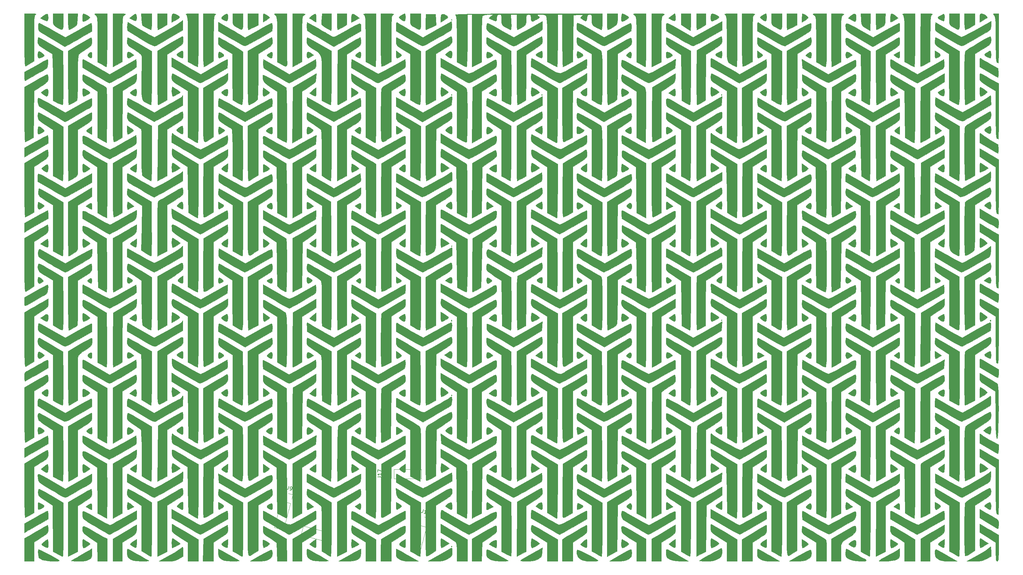
<source format=gbr>
G04 #@! TF.GenerationSoftware,KiCad,Pcbnew,(5.1.4)-1*
G04 #@! TF.CreationDate,2023-05-19T09:13:52-04:00*
G04 #@! TF.ProjectId,ThumbsUp,5468756d-6273-4557-902e-6b696361645f,rev?*
G04 #@! TF.SameCoordinates,Original*
G04 #@! TF.FileFunction,Legend,Top*
G04 #@! TF.FilePolarity,Positive*
%FSLAX46Y46*%
G04 Gerber Fmt 4.6, Leading zero omitted, Abs format (unit mm)*
G04 Created by KiCad (PCBNEW (5.1.4)-1) date 2023-05-19 09:13:52*
%MOMM*%
%LPD*%
G04 APERTURE LIST*
%ADD10C,0.010000*%
%ADD11C,0.120000*%
%ADD12C,0.150000*%
G04 APERTURE END LIST*
D10*
G36*
X138023158Y-323435789D02*
G01*
X137889474Y-323569473D01*
X137755790Y-323435789D01*
X137889474Y-323302105D01*
X138023158Y-323435789D01*
X138023158Y-323435789D01*
G37*
X138023158Y-323435789D02*
X137889474Y-323569473D01*
X137755790Y-323435789D01*
X137889474Y-323302105D01*
X138023158Y-323435789D01*
G36*
X276443010Y-321924160D02*
G01*
X276513611Y-322475187D01*
X276520000Y-322745087D01*
X276484119Y-323489296D01*
X276299119Y-323770217D01*
X275848965Y-323656416D01*
X275383684Y-323416545D01*
X274860354Y-323097648D01*
X274675105Y-322831070D01*
X274867414Y-322546546D01*
X275476762Y-322173812D01*
X276319474Y-321751035D01*
X276443010Y-321924160D01*
X276443010Y-321924160D01*
G37*
X276443010Y-321924160D02*
X276513611Y-322475187D01*
X276520000Y-322745087D01*
X276484119Y-323489296D01*
X276299119Y-323770217D01*
X275848965Y-323656416D01*
X275383684Y-323416545D01*
X274860354Y-323097648D01*
X274675105Y-322831070D01*
X274867414Y-322546546D01*
X275476762Y-322173812D01*
X276319474Y-321751035D01*
X276443010Y-321924160D01*
G36*
X226444434Y-321935226D02*
G01*
X226516824Y-322528068D01*
X226522105Y-322767368D01*
X226442098Y-323525429D01*
X226167598Y-323806844D01*
X225646884Y-323632841D01*
X225189258Y-323314446D01*
X224767852Y-322933629D01*
X224648484Y-322703510D01*
X224654521Y-322696997D01*
X225171870Y-322320723D01*
X225761543Y-321954509D01*
X226214800Y-321724008D01*
X226314228Y-321697895D01*
X226444434Y-321935226D01*
X226444434Y-321935226D01*
G37*
X226444434Y-321935226D02*
X226516824Y-322528068D01*
X226522105Y-322767368D01*
X226442098Y-323525429D01*
X226167598Y-323806844D01*
X225646884Y-323632841D01*
X225189258Y-323314446D01*
X224767852Y-322933629D01*
X224648484Y-322703510D01*
X224654521Y-322696997D01*
X225171870Y-322320723D01*
X225761543Y-321954509D01*
X226214800Y-321724008D01*
X226314228Y-321697895D01*
X226444434Y-321935226D01*
G36*
X211838829Y-321822603D02*
G01*
X212467115Y-322120034D01*
X212972476Y-322475144D01*
X213153684Y-322748598D01*
X212936444Y-322964767D01*
X212412963Y-323276722D01*
X211775599Y-323587011D01*
X211216711Y-323798180D01*
X211005666Y-323836842D01*
X210843913Y-323599623D01*
X210753951Y-323007028D01*
X210747369Y-322767368D01*
X210791404Y-322068940D01*
X210971484Y-321759966D01*
X211291512Y-321697895D01*
X211838829Y-321822603D01*
X211838829Y-321822603D01*
G37*
X211838829Y-321822603D02*
X212467115Y-322120034D01*
X212972476Y-322475144D01*
X213153684Y-322748598D01*
X212936444Y-322964767D01*
X212412963Y-323276722D01*
X211775599Y-323587011D01*
X211216711Y-323798180D01*
X211005666Y-323836842D01*
X210843913Y-323599623D01*
X210753951Y-323007028D01*
X210747369Y-322767368D01*
X210791404Y-322068940D01*
X210971484Y-321759966D01*
X211291512Y-321697895D01*
X211838829Y-321822603D01*
G36*
X200779801Y-321935675D02*
G01*
X200849636Y-322527952D01*
X200854737Y-322767368D01*
X200820735Y-323488192D01*
X200642259Y-323767381D01*
X200204603Y-323664862D01*
X199665366Y-323388747D01*
X198877048Y-322962062D01*
X199665366Y-322331306D01*
X200226862Y-321920573D01*
X200612152Y-321707503D01*
X200654211Y-321699223D01*
X200779801Y-321935675D01*
X200779801Y-321935675D01*
G37*
X200779801Y-321935675D02*
X200849636Y-322527952D01*
X200854737Y-322767368D01*
X200820735Y-323488192D01*
X200642259Y-323767381D01*
X200204603Y-323664862D01*
X199665366Y-323388747D01*
X198877048Y-322962062D01*
X199665366Y-322331306D01*
X200226862Y-321920573D01*
X200612152Y-321707503D01*
X200654211Y-321699223D01*
X200779801Y-321935675D01*
G36*
X124844434Y-321935226D02*
G01*
X124916824Y-322528068D01*
X124922105Y-322767368D01*
X124842098Y-323525429D01*
X124567598Y-323806844D01*
X124046884Y-323632841D01*
X123589258Y-323314446D01*
X123167852Y-322933629D01*
X123048484Y-322703510D01*
X123054521Y-322696997D01*
X123571870Y-322320723D01*
X124161543Y-321954509D01*
X124614800Y-321724008D01*
X124714228Y-321697895D01*
X124844434Y-321935226D01*
X124844434Y-321935226D01*
G37*
X124844434Y-321935226D02*
X124916824Y-322528068D01*
X124922105Y-322767368D01*
X124842098Y-323525429D01*
X124567598Y-323806844D01*
X124046884Y-323632841D01*
X123589258Y-323314446D01*
X123167852Y-322933629D01*
X123048484Y-322703510D01*
X123054521Y-322696997D01*
X123571870Y-322320723D01*
X124161543Y-321954509D01*
X124614800Y-321724008D01*
X124714228Y-321697895D01*
X124844434Y-321935226D01*
G36*
X74914161Y-322208609D02*
G01*
X74924211Y-322767368D01*
X74860843Y-323495672D01*
X74606267Y-323775812D01*
X74063770Y-323661543D01*
X73654211Y-323473244D01*
X73148309Y-323099867D01*
X73154133Y-322705544D01*
X73677056Y-322249823D01*
X73829148Y-322156594D01*
X74485204Y-321800684D01*
X74807377Y-321795992D01*
X74914161Y-322208609D01*
X74914161Y-322208609D01*
G37*
X74914161Y-322208609D02*
X74924211Y-322767368D01*
X74860843Y-323495672D01*
X74606267Y-323775812D01*
X74063770Y-323661543D01*
X73654211Y-323473244D01*
X73148309Y-323099867D01*
X73154133Y-322705544D01*
X73677056Y-322249823D01*
X73829148Y-322156594D01*
X74485204Y-321800684D01*
X74807377Y-321795992D01*
X74914161Y-322208609D01*
G36*
X49226697Y-322171043D02*
G01*
X49256842Y-322767368D01*
X49222799Y-323488368D01*
X49044184Y-323767462D01*
X48606270Y-323664685D01*
X48068431Y-323389250D01*
X47281073Y-322963068D01*
X48016499Y-322330481D01*
X48674344Y-321835800D01*
X49055661Y-321774876D01*
X49226697Y-322171043D01*
X49226697Y-322171043D01*
G37*
X49226697Y-322171043D02*
X49256842Y-322767368D01*
X49222799Y-323488368D01*
X49044184Y-323767462D01*
X48606270Y-323664685D01*
X48068431Y-323389250D01*
X47281073Y-322963068D01*
X48016499Y-322330481D01*
X48674344Y-321835800D01*
X49055661Y-321774876D01*
X49226697Y-322171043D01*
G36*
X24344625Y-322132245D02*
G01*
X24391579Y-322767368D01*
X24334204Y-323477636D01*
X24099756Y-323769215D01*
X23594749Y-323681773D01*
X22954833Y-323376992D01*
X22186507Y-322973865D01*
X22954833Y-322345495D01*
X23680371Y-321835130D01*
X24126014Y-321758872D01*
X24344625Y-322132245D01*
X24344625Y-322132245D01*
G37*
X24344625Y-322132245D02*
X24391579Y-322767368D01*
X24334204Y-323477636D01*
X24099756Y-323769215D01*
X23594749Y-323681773D01*
X22954833Y-323376992D01*
X22186507Y-322973865D01*
X22954833Y-322345495D01*
X23680371Y-321835130D01*
X24126014Y-321758872D01*
X24344625Y-322132245D01*
G36*
X287506529Y-321829176D02*
G01*
X288023440Y-322139745D01*
X288429885Y-322504693D01*
X288565405Y-322799109D01*
X288527659Y-322856261D01*
X288250790Y-323034735D01*
X287684085Y-323382484D01*
X287415263Y-323544850D01*
X286412632Y-324147823D01*
X286412632Y-322922859D01*
X286440984Y-322170229D01*
X286574143Y-321810372D01*
X286884260Y-321702320D01*
X287039614Y-321697895D01*
X287506529Y-321829176D01*
X287506529Y-321829176D01*
G37*
X287506529Y-321829176D02*
X288023440Y-322139745D01*
X288429885Y-322504693D01*
X288565405Y-322799109D01*
X288527659Y-322856261D01*
X288250790Y-323034735D01*
X287684085Y-323382484D01*
X287415263Y-323544850D01*
X286412632Y-324147823D01*
X286412632Y-322922859D01*
X286440984Y-322170229D01*
X286574143Y-321810372D01*
X286884260Y-321702320D01*
X287039614Y-321697895D01*
X287506529Y-321829176D01*
G36*
X262126369Y-321838008D02*
G01*
X262773016Y-322317840D01*
X263493746Y-322937785D01*
X262505274Y-323520998D01*
X261873663Y-323878863D01*
X261461843Y-324084680D01*
X261398401Y-324104210D01*
X261327761Y-323865019D01*
X261285411Y-323259901D01*
X261280000Y-322901052D01*
X261361249Y-322064838D01*
X261630580Y-321715487D01*
X262126369Y-321838008D01*
X262126369Y-321838008D01*
G37*
X262126369Y-321838008D02*
X262773016Y-322317840D01*
X263493746Y-322937785D01*
X262505274Y-323520998D01*
X261873663Y-323878863D01*
X261461843Y-324084680D01*
X261398401Y-324104210D01*
X261327761Y-323865019D01*
X261285411Y-323259901D01*
X261280000Y-322901052D01*
X261361249Y-322064838D01*
X261630580Y-321715487D01*
X262126369Y-321838008D01*
G36*
X251609551Y-322135648D02*
G01*
X251654737Y-322751589D01*
X251608605Y-323447500D01*
X251493878Y-323873135D01*
X251454211Y-323915856D01*
X251118529Y-323861517D01*
X250531363Y-323589589D01*
X250345624Y-323483127D01*
X249437564Y-322939827D01*
X250211940Y-322320189D01*
X250942209Y-321820400D01*
X251390613Y-321753664D01*
X251609551Y-322135648D01*
X251609551Y-322135648D01*
G37*
X251609551Y-322135648D02*
X251654737Y-322751589D01*
X251608605Y-323447500D01*
X251493878Y-323873135D01*
X251454211Y-323915856D01*
X251118529Y-323861517D01*
X250531363Y-323589589D01*
X250345624Y-323483127D01*
X249437564Y-322939827D01*
X250211940Y-322320189D01*
X250942209Y-321820400D01*
X251390613Y-321753664D01*
X251609551Y-322135648D01*
G36*
X236964805Y-321832967D02*
G01*
X237495715Y-322149965D01*
X237976361Y-322516561D01*
X238216366Y-322800424D01*
X238217466Y-322840235D01*
X237961824Y-323115623D01*
X237423190Y-323515801D01*
X237279115Y-323609437D01*
X236414737Y-324156722D01*
X236414737Y-322927308D01*
X236445759Y-322200491D01*
X236524415Y-321759280D01*
X236574010Y-321697895D01*
X236964805Y-321832967D01*
X236964805Y-321832967D01*
G37*
X236964805Y-321832967D02*
X237495715Y-322149965D01*
X237976361Y-322516561D01*
X238216366Y-322800424D01*
X238217466Y-322840235D01*
X237961824Y-323115623D01*
X237423190Y-323515801D01*
X237279115Y-323609437D01*
X236414737Y-324156722D01*
X236414737Y-322927308D01*
X236445759Y-322200491D01*
X236524415Y-321759280D01*
X236574010Y-321697895D01*
X236964805Y-321832967D01*
G36*
X186330717Y-321824023D02*
G01*
X186911477Y-322122483D01*
X187448914Y-322473392D01*
X187741973Y-322756864D01*
X187753684Y-322798605D01*
X187545824Y-323053143D01*
X187050220Y-323394095D01*
X186458835Y-323714471D01*
X185963634Y-323907282D01*
X185770776Y-323903758D01*
X185642306Y-323530076D01*
X185611847Y-322914026D01*
X185666245Y-322267524D01*
X185792346Y-321802487D01*
X185907695Y-321697895D01*
X186330717Y-321824023D01*
X186330717Y-321824023D01*
G37*
X186330717Y-321824023D02*
X186911477Y-322122483D01*
X187448914Y-322473392D01*
X187741973Y-322756864D01*
X187753684Y-322798605D01*
X187545824Y-323053143D01*
X187050220Y-323394095D01*
X186458835Y-323714471D01*
X185963634Y-323907282D01*
X185770776Y-323903758D01*
X185642306Y-323530076D01*
X185611847Y-322914026D01*
X185666245Y-322267524D01*
X185792346Y-321802487D01*
X185907695Y-321697895D01*
X186330717Y-321824023D01*
G36*
X135716329Y-321868962D02*
G01*
X136063909Y-322016996D01*
X136674844Y-322397333D01*
X136800762Y-322755770D01*
X136433132Y-323162359D01*
X135881972Y-323510615D01*
X134814737Y-324120177D01*
X134814737Y-323058499D01*
X134896535Y-322208639D01*
X135178687Y-321827450D01*
X135716329Y-321868962D01*
X135716329Y-321868962D01*
G37*
X135716329Y-321868962D02*
X136063909Y-322016996D01*
X136674844Y-322397333D01*
X136800762Y-322755770D01*
X136433132Y-323162359D01*
X135881972Y-323510615D01*
X134814737Y-324120177D01*
X134814737Y-323058499D01*
X134896535Y-322208639D01*
X135178687Y-321827450D01*
X135716329Y-321868962D01*
G36*
X110454023Y-321849762D02*
G01*
X111141779Y-322333646D01*
X111933032Y-322966741D01*
X110807569Y-323540910D01*
X109682105Y-324115078D01*
X109682105Y-322906486D01*
X109748212Y-322084863D01*
X109985855Y-321740338D01*
X110454023Y-321849762D01*
X110454023Y-321849762D01*
G37*
X110454023Y-321849762D02*
X111141779Y-322333646D01*
X111933032Y-322966741D01*
X110807569Y-323540910D01*
X109682105Y-324115078D01*
X109682105Y-322906486D01*
X109748212Y-322084863D01*
X109985855Y-321740338D01*
X110454023Y-321849762D01*
G36*
X99756816Y-322205870D02*
G01*
X99789474Y-322901052D01*
X99776234Y-323613315D01*
X99742727Y-324032832D01*
X99722632Y-324082060D01*
X99475569Y-323941720D01*
X98941687Y-323619050D01*
X98748043Y-323500052D01*
X97840297Y-322940194D01*
X98562426Y-322319044D01*
X99211595Y-321832213D01*
X99587231Y-321783820D01*
X99756816Y-322205870D01*
X99756816Y-322205870D01*
G37*
X99756816Y-322205870D02*
X99789474Y-322901052D01*
X99776234Y-323613315D01*
X99742727Y-324032832D01*
X99722632Y-324082060D01*
X99475569Y-323941720D01*
X98941687Y-323619050D01*
X98748043Y-323500052D01*
X97840297Y-322940194D01*
X98562426Y-322319044D01*
X99211595Y-321832213D01*
X99587231Y-321783820D01*
X99756816Y-322205870D01*
G36*
X85337625Y-321829269D02*
G01*
X85876051Y-322136850D01*
X86389451Y-322490823D01*
X86675878Y-322761373D01*
X86688421Y-322798605D01*
X86480015Y-323036567D01*
X85959649Y-323407353D01*
X85752632Y-323534047D01*
X84816842Y-324086176D01*
X84816842Y-322892035D01*
X84848725Y-322177395D01*
X84929323Y-321750799D01*
X84976116Y-321697895D01*
X85337625Y-321829269D01*
X85337625Y-321829269D01*
G37*
X85337625Y-321829269D02*
X85876051Y-322136850D01*
X86389451Y-322490823D01*
X86675878Y-322761373D01*
X86688421Y-322798605D01*
X86480015Y-323036567D01*
X85959649Y-323407353D01*
X85752632Y-323534047D01*
X84816842Y-324086176D01*
X84816842Y-322892035D01*
X84848725Y-322177395D01*
X84929323Y-321750799D01*
X84976116Y-321697895D01*
X85337625Y-321829269D01*
G36*
X60323303Y-321859271D02*
G01*
X60909332Y-322202140D01*
X61273953Y-322547080D01*
X61312084Y-322835276D01*
X60972234Y-323151946D01*
X60202911Y-323582306D01*
X60018421Y-323676608D01*
X59149474Y-324117942D01*
X59149474Y-322907918D01*
X59182339Y-322156192D01*
X59323476Y-321799324D01*
X59636696Y-321699289D01*
X59708881Y-321697895D01*
X60323303Y-321859271D01*
X60323303Y-321859271D01*
G37*
X60323303Y-321859271D02*
X60909332Y-322202140D01*
X61273953Y-322547080D01*
X61312084Y-322835276D01*
X60972234Y-323151946D01*
X60202911Y-323582306D01*
X60018421Y-323676608D01*
X59149474Y-324117942D01*
X59149474Y-322907918D01*
X59182339Y-322156192D01*
X59323476Y-321799324D01*
X59636696Y-321699289D01*
X59708881Y-321697895D01*
X60323303Y-321859271D01*
G36*
X34732823Y-321824023D02*
G01*
X35313582Y-322122483D01*
X35851020Y-322473392D01*
X36144078Y-322756864D01*
X36155790Y-322798605D01*
X35947929Y-323053143D01*
X35452325Y-323394095D01*
X34860940Y-323714471D01*
X34365740Y-323907282D01*
X34172881Y-323903758D01*
X34044411Y-323530076D01*
X34013952Y-322914026D01*
X34068350Y-322267524D01*
X34194451Y-321802487D01*
X34309800Y-321697895D01*
X34732823Y-321824023D01*
X34732823Y-321824023D01*
G37*
X34732823Y-321824023D02*
X35313582Y-322122483D01*
X35851020Y-322473392D01*
X36144078Y-322756864D01*
X36155790Y-322798605D01*
X35947929Y-323053143D01*
X35452325Y-323394095D01*
X34860940Y-323714471D01*
X34365740Y-323907282D01*
X34172881Y-323903758D01*
X34044411Y-323530076D01*
X34013952Y-322914026D01*
X34068350Y-322267524D01*
X34194451Y-321802487D01*
X34309800Y-321697895D01*
X34732823Y-321824023D01*
G36*
X285075790Y-324860598D02*
G01*
X283838956Y-325551878D01*
X283099792Y-325942055D01*
X282546073Y-326192718D01*
X282368429Y-326243158D01*
X282262827Y-325996314D01*
X282182060Y-325337603D01*
X282138750Y-324389753D01*
X282134737Y-323970526D01*
X282134737Y-321697895D01*
X285075790Y-321697895D01*
X285075790Y-324860598D01*
X285075790Y-324860598D01*
G37*
X285075790Y-324860598D02*
X283838956Y-325551878D01*
X283099792Y-325942055D01*
X282546073Y-326192718D01*
X282368429Y-326243158D01*
X282262827Y-325996314D01*
X282182060Y-325337603D01*
X282138750Y-324389753D01*
X282134737Y-323970526D01*
X282134737Y-321697895D01*
X285075790Y-321697895D01*
X285075790Y-324860598D01*
G36*
X280797895Y-323970526D02*
G01*
X280783111Y-325153972D01*
X280693720Y-325861028D01*
X280462165Y-326149994D01*
X280020887Y-326079172D01*
X279302328Y-325706862D01*
X278993158Y-325527960D01*
X278361060Y-325138291D01*
X278021710Y-324791299D01*
X277884042Y-324306996D01*
X277856992Y-323505396D01*
X277856842Y-323282073D01*
X277856842Y-321697895D01*
X280797895Y-321697895D01*
X280797895Y-323970526D01*
X280797895Y-323970526D01*
G37*
X280797895Y-323970526D02*
X280783111Y-325153972D01*
X280693720Y-325861028D01*
X280462165Y-326149994D01*
X280020887Y-326079172D01*
X279302328Y-325706862D01*
X278993158Y-325527960D01*
X278361060Y-325138291D01*
X278021710Y-324791299D01*
X277884042Y-324306996D01*
X277856992Y-323505396D01*
X277856842Y-323282073D01*
X277856842Y-321697895D01*
X280797895Y-321697895D01*
X280797895Y-323970526D01*
G36*
X259889074Y-323329512D02*
G01*
X259828648Y-324237384D01*
X259696433Y-324785859D01*
X259398315Y-325149809D01*
X258840179Y-325504109D01*
X258665981Y-325602144D01*
X257979051Y-325973980D01*
X257506260Y-326205294D01*
X257395981Y-326243158D01*
X257338810Y-325996270D01*
X257295086Y-325337451D01*
X257271643Y-324389462D01*
X257269474Y-323970526D01*
X257269474Y-321697895D01*
X259968674Y-321697895D01*
X259889074Y-323329512D01*
X259889074Y-323329512D01*
G37*
X259889074Y-323329512D02*
X259828648Y-324237384D01*
X259696433Y-324785859D01*
X259398315Y-325149809D01*
X258840179Y-325504109D01*
X258665981Y-325602144D01*
X257979051Y-325973980D01*
X257506260Y-326205294D01*
X257395981Y-326243158D01*
X257338810Y-325996270D01*
X257295086Y-325337451D01*
X257271643Y-324389462D01*
X257269474Y-323970526D01*
X257269474Y-321697895D01*
X259968674Y-321697895D01*
X259889074Y-323329512D01*
G36*
X235077895Y-324897307D02*
G01*
X233749941Y-325570233D01*
X232996700Y-325939965D01*
X232453507Y-326184384D01*
X232279415Y-326243158D01*
X232214983Y-325996275D01*
X232165707Y-325337468D01*
X232139288Y-324389495D01*
X232136842Y-323970526D01*
X232136842Y-321697895D01*
X235077895Y-321697895D01*
X235077895Y-324897307D01*
X235077895Y-324897307D01*
G37*
X235077895Y-324897307D02*
X233749941Y-325570233D01*
X232996700Y-325939965D01*
X232453507Y-326184384D01*
X232279415Y-326243158D01*
X232214983Y-325996275D01*
X232165707Y-325337468D01*
X232139288Y-324389495D01*
X232136842Y-323970526D01*
X232136842Y-321697895D01*
X235077895Y-321697895D01*
X235077895Y-324897307D01*
G36*
X230800000Y-323970526D02*
G01*
X230785216Y-325153972D01*
X230695825Y-325861028D01*
X230464270Y-326149994D01*
X230022992Y-326079172D01*
X229304433Y-325706862D01*
X228995263Y-325527960D01*
X228363165Y-325138291D01*
X228023815Y-324791299D01*
X227886148Y-324306996D01*
X227859097Y-323505396D01*
X227858947Y-323282073D01*
X227858947Y-321697895D01*
X230800000Y-321697895D01*
X230800000Y-323970526D01*
X230800000Y-323970526D01*
G37*
X230800000Y-323970526D02*
X230785216Y-325153972D01*
X230695825Y-325861028D01*
X230464270Y-326149994D01*
X230022992Y-326079172D01*
X229304433Y-325706862D01*
X228995263Y-325527960D01*
X228363165Y-325138291D01*
X228023815Y-324791299D01*
X227886148Y-324306996D01*
X227859097Y-323505396D01*
X227858947Y-323282073D01*
X227858947Y-321697895D01*
X230800000Y-321697895D01*
X230800000Y-323970526D01*
G36*
X209410526Y-324855504D02*
G01*
X208226600Y-325549331D01*
X207524874Y-325944506D01*
X207025991Y-326195783D01*
X206889758Y-326243158D01*
X206820653Y-325996279D01*
X206767802Y-325337480D01*
X206739465Y-324389518D01*
X206736842Y-323970526D01*
X206736842Y-321697895D01*
X209410526Y-321697895D01*
X209410526Y-324855504D01*
X209410526Y-324855504D01*
G37*
X209410526Y-324855504D02*
X208226600Y-325549331D01*
X207524874Y-325944506D01*
X207025991Y-326195783D01*
X206889758Y-326243158D01*
X206820653Y-325996279D01*
X206767802Y-325337480D01*
X206739465Y-324389518D01*
X206736842Y-323970526D01*
X206736842Y-321697895D01*
X209410526Y-321697895D01*
X209410526Y-324855504D01*
G36*
X184545263Y-323126982D02*
G01*
X184473091Y-324156703D01*
X184236309Y-324788301D01*
X184077369Y-324966319D01*
X183585687Y-325319619D01*
X182910326Y-325721438D01*
X182248362Y-326063602D01*
X181796874Y-326237935D01*
X181751172Y-326243158D01*
X181684757Y-325996277D01*
X181633964Y-325337473D01*
X181606731Y-324389504D01*
X181604211Y-323970526D01*
X181604211Y-321697895D01*
X184545263Y-321697895D01*
X184545263Y-323126982D01*
X184545263Y-323126982D01*
G37*
X184545263Y-323126982D02*
X184473091Y-324156703D01*
X184236309Y-324788301D01*
X184077369Y-324966319D01*
X183585687Y-325319619D01*
X182910326Y-325721438D01*
X182248362Y-326063602D01*
X181796874Y-326237935D01*
X181751172Y-326243158D01*
X181684757Y-325996277D01*
X181633964Y-325337473D01*
X181606731Y-324389504D01*
X181604211Y-323970526D01*
X181604211Y-321697895D01*
X184545263Y-321697895D01*
X184545263Y-323126982D01*
G36*
X133424064Y-323357850D02*
G01*
X133503918Y-324884120D01*
X132162953Y-325563639D01*
X131403670Y-325935630D01*
X130851601Y-326182447D01*
X130668602Y-326243158D01*
X130607053Y-325996862D01*
X130576829Y-325340900D01*
X130582200Y-324399655D01*
X130592871Y-324037368D01*
X130670526Y-321831579D01*
X133344211Y-321831579D01*
X133424064Y-323357850D01*
X133424064Y-323357850D01*
G37*
X133424064Y-323357850D02*
X133503918Y-324884120D01*
X132162953Y-325563639D01*
X131403670Y-325935630D01*
X130851601Y-326182447D01*
X130668602Y-326243158D01*
X130607053Y-325996862D01*
X130576829Y-325340900D01*
X130582200Y-324399655D01*
X130592871Y-324037368D01*
X130670526Y-321831579D01*
X133344211Y-321831579D01*
X133424064Y-323357850D01*
G36*
X129200000Y-323970526D02*
G01*
X129185216Y-325153972D01*
X129095825Y-325861028D01*
X128864270Y-326149994D01*
X128422992Y-326079172D01*
X127704433Y-325706862D01*
X127395263Y-325527960D01*
X126763165Y-325138291D01*
X126423815Y-324791299D01*
X126286148Y-324306996D01*
X126259097Y-323505396D01*
X126258947Y-323282073D01*
X126258947Y-321697895D01*
X129200000Y-321697895D01*
X129200000Y-323970526D01*
X129200000Y-323970526D01*
G37*
X129200000Y-323970526D02*
X129185216Y-325153972D01*
X129095825Y-325861028D01*
X128864270Y-326149994D01*
X128422992Y-326079172D01*
X127704433Y-325706862D01*
X127395263Y-325527960D01*
X126763165Y-325138291D01*
X126423815Y-324791299D01*
X126286148Y-324306996D01*
X126259097Y-323505396D01*
X126258947Y-323282073D01*
X126258947Y-321697895D01*
X129200000Y-321697895D01*
X129200000Y-323970526D01*
G36*
X108345263Y-324855504D02*
G01*
X107161337Y-325549331D01*
X106459611Y-325944506D01*
X105960728Y-326195783D01*
X105824495Y-326243158D01*
X105755390Y-325996279D01*
X105702539Y-325337480D01*
X105674202Y-324389518D01*
X105671579Y-323970526D01*
X105671579Y-321697895D01*
X108345263Y-321697895D01*
X108345263Y-324855504D01*
X108345263Y-324855504D01*
G37*
X108345263Y-324855504D02*
X107161337Y-325549331D01*
X106459611Y-325944506D01*
X105960728Y-326195783D01*
X105824495Y-326243158D01*
X105755390Y-325996279D01*
X105702539Y-325337480D01*
X105674202Y-324389518D01*
X105671579Y-323970526D01*
X105671579Y-321697895D01*
X108345263Y-321697895D01*
X108345263Y-324855504D01*
G36*
X83480000Y-324897307D02*
G01*
X82152046Y-325570233D01*
X81398806Y-325939965D01*
X80855612Y-326184384D01*
X80681520Y-326243158D01*
X80617089Y-325996275D01*
X80567812Y-325337468D01*
X80541393Y-324389495D01*
X80538947Y-323970526D01*
X80538947Y-321697895D01*
X83480000Y-321697895D01*
X83480000Y-324897307D01*
X83480000Y-324897307D01*
G37*
X83480000Y-324897307D02*
X82152046Y-325570233D01*
X81398806Y-325939965D01*
X80855612Y-326184384D01*
X80681520Y-326243158D01*
X80617089Y-325996275D01*
X80567812Y-325337468D01*
X80541393Y-324389495D01*
X80538947Y-323970526D01*
X80538947Y-321697895D01*
X83480000Y-321697895D01*
X83480000Y-324897307D01*
G36*
X79202105Y-323970526D02*
G01*
X79187321Y-325153972D01*
X79097931Y-325861028D01*
X78866375Y-326149994D01*
X78425097Y-326079172D01*
X77706538Y-325706862D01*
X77397369Y-325527960D01*
X76765270Y-325138291D01*
X76425920Y-324791299D01*
X76288253Y-324306996D01*
X76261203Y-323505396D01*
X76261053Y-323282073D01*
X76261053Y-321697895D01*
X79202105Y-321697895D01*
X79202105Y-323970526D01*
X79202105Y-323970526D01*
G37*
X79202105Y-323970526D02*
X79187321Y-325153972D01*
X79097931Y-325861028D01*
X78866375Y-326149994D01*
X78425097Y-326079172D01*
X77706538Y-325706862D01*
X77397369Y-325527960D01*
X76765270Y-325138291D01*
X76425920Y-324791299D01*
X76288253Y-324306996D01*
X76261203Y-323505396D01*
X76261053Y-323282073D01*
X76261053Y-321697895D01*
X79202105Y-321697895D01*
X79202105Y-323970526D01*
G36*
X57812632Y-324860598D02*
G01*
X56575798Y-325551878D01*
X55865963Y-325938962D01*
X55372794Y-326189825D01*
X55238956Y-326243158D01*
X55193759Y-325996263D01*
X55159194Y-325337427D01*
X55140662Y-324389417D01*
X55138947Y-323970526D01*
X55138947Y-321697895D01*
X57812632Y-321697895D01*
X57812632Y-324860598D01*
X57812632Y-324860598D01*
G37*
X57812632Y-324860598D02*
X56575798Y-325551878D01*
X55865963Y-325938962D01*
X55372794Y-326189825D01*
X55238956Y-326243158D01*
X55193759Y-325996263D01*
X55159194Y-325337427D01*
X55140662Y-324389417D01*
X55138947Y-323970526D01*
X55138947Y-321697895D01*
X57812632Y-321697895D01*
X57812632Y-324860598D01*
G36*
X53534737Y-323970526D02*
G01*
X53512979Y-324995714D01*
X53454914Y-325777562D01*
X53371352Y-326194177D01*
X53334211Y-326231341D01*
X52993725Y-326110133D01*
X52369740Y-325818356D01*
X52064211Y-325663047D01*
X51399700Y-325309789D01*
X50967198Y-325065830D01*
X50894283Y-325017392D01*
X50824757Y-324724638D01*
X50745637Y-324054132D01*
X50685733Y-323313055D01*
X50577637Y-321697895D01*
X53534737Y-321697895D01*
X53534737Y-323970526D01*
X53534737Y-323970526D01*
G37*
X53534737Y-323970526D02*
X53512979Y-324995714D01*
X53454914Y-325777562D01*
X53371352Y-326194177D01*
X53334211Y-326231341D01*
X52993725Y-326110133D01*
X52369740Y-325818356D01*
X52064211Y-325663047D01*
X51399700Y-325309789D01*
X50967198Y-325065830D01*
X50894283Y-325017392D01*
X50824757Y-324724638D01*
X50745637Y-324054132D01*
X50685733Y-323313055D01*
X50577637Y-321697895D01*
X53534737Y-321697895D01*
X53534737Y-323970526D01*
G36*
X32625916Y-323361682D02*
G01*
X32565637Y-324281968D01*
X32438211Y-324838108D01*
X32157391Y-325200350D01*
X31636929Y-325538944D01*
X31476842Y-325629916D01*
X30795311Y-325993206D01*
X30311695Y-326211206D01*
X30206842Y-326238759D01*
X30116242Y-325993988D01*
X30046943Y-325337009D01*
X30009769Y-324390247D01*
X30006316Y-323970526D01*
X30006316Y-321697895D01*
X32705516Y-321697895D01*
X32625916Y-323361682D01*
X32625916Y-323361682D01*
G37*
X32625916Y-323361682D02*
X32565637Y-324281968D01*
X32438211Y-324838108D01*
X32157391Y-325200350D01*
X31636929Y-325538944D01*
X31476842Y-325629916D01*
X30795311Y-325993206D01*
X30311695Y-326211206D01*
X30206842Y-326238759D01*
X30116242Y-325993988D01*
X30046943Y-325337009D01*
X30009769Y-324390247D01*
X30006316Y-323970526D01*
X30006316Y-321697895D01*
X32705516Y-321697895D01*
X32625916Y-323361682D01*
G36*
X28669474Y-323970526D02*
G01*
X28652228Y-325165614D01*
X28557484Y-325882832D01*
X28320730Y-326178893D01*
X27877458Y-326110506D01*
X27163155Y-325734381D01*
X26864737Y-325557053D01*
X26233217Y-325156619D01*
X25893837Y-324802824D01*
X25755867Y-324314413D01*
X25728581Y-323510133D01*
X25728421Y-323286951D01*
X25728421Y-321697895D01*
X28669474Y-321697895D01*
X28669474Y-323970526D01*
X28669474Y-323970526D01*
G37*
X28669474Y-323970526D02*
X28652228Y-325165614D01*
X28557484Y-325882832D01*
X28320730Y-326178893D01*
X27877458Y-326110506D01*
X27163155Y-325734381D01*
X26864737Y-325557053D01*
X26233217Y-325156619D01*
X25893837Y-324802824D01*
X25755867Y-324314413D01*
X25728581Y-323510133D01*
X25728421Y-323286951D01*
X25728421Y-321697895D01*
X28669474Y-321697895D01*
X28669474Y-323970526D01*
G36*
X255665263Y-324104210D02*
G01*
X255658402Y-325160876D01*
X255640020Y-325976353D01*
X255613423Y-326432712D01*
X255598421Y-326489510D01*
X255352507Y-326351160D01*
X254793320Y-326018707D01*
X254328421Y-325737901D01*
X253668737Y-325315906D01*
X253301835Y-324948404D01*
X253131337Y-324456181D01*
X253060866Y-323660020D01*
X253045663Y-323352602D01*
X252966063Y-321697895D01*
X255665263Y-321697895D01*
X255665263Y-324104210D01*
X255665263Y-324104210D01*
G37*
X255665263Y-324104210D02*
X255658402Y-325160876D01*
X255640020Y-325976353D01*
X255613423Y-326432712D01*
X255598421Y-326489510D01*
X255352507Y-326351160D01*
X254793320Y-326018707D01*
X254328421Y-325737901D01*
X253668737Y-325315906D01*
X253301835Y-324948404D01*
X253131337Y-324456181D01*
X253060866Y-323660020D01*
X253045663Y-323352602D01*
X252966063Y-321697895D01*
X255665263Y-321697895D01*
X255665263Y-324104210D01*
G36*
X205132632Y-324104210D02*
G01*
X205125769Y-325161230D01*
X205107383Y-325977410D01*
X205080781Y-326434663D01*
X205065790Y-326491922D01*
X204822955Y-326350766D01*
X204265628Y-326005666D01*
X203728947Y-325667209D01*
X202458947Y-324861101D01*
X202458947Y-321697895D01*
X205132632Y-321697895D01*
X205132632Y-324104210D01*
X205132632Y-324104210D01*
G37*
X205132632Y-324104210D02*
X205125769Y-325161230D01*
X205107383Y-325977410D01*
X205080781Y-326434663D01*
X205065790Y-326491922D01*
X204822955Y-326350766D01*
X204265628Y-326005666D01*
X203728947Y-325667209D01*
X202458947Y-324861101D01*
X202458947Y-321697895D01*
X205132632Y-321697895D01*
X205132632Y-324104210D01*
G36*
X104067369Y-324104210D02*
G01*
X104060513Y-325159290D01*
X104042148Y-325971618D01*
X104015572Y-326423974D01*
X104000526Y-326478691D01*
X103749857Y-326342423D01*
X103175841Y-326025592D01*
X102666920Y-325743428D01*
X101940289Y-325303360D01*
X101434599Y-324928640D01*
X101296304Y-324770097D01*
X101261302Y-324366860D01*
X101285120Y-323629639D01*
X101327086Y-323099044D01*
X101461718Y-321697895D01*
X104067369Y-321697895D01*
X104067369Y-324104210D01*
X104067369Y-324104210D01*
G37*
X104067369Y-324104210D02*
X104060513Y-325159290D01*
X104042148Y-325971618D01*
X104015572Y-326423974D01*
X104000526Y-326478691D01*
X103749857Y-326342423D01*
X103175841Y-326025592D01*
X102666920Y-325743428D01*
X101940289Y-325303360D01*
X101434599Y-324928640D01*
X101296304Y-324770097D01*
X101261302Y-324366860D01*
X101285120Y-323629639D01*
X101327086Y-323099044D01*
X101461718Y-321697895D01*
X104067369Y-321697895D01*
X104067369Y-324104210D01*
G36*
X289621053Y-324995235D02*
G01*
X289599327Y-325651613D01*
X289465517Y-326094197D01*
X289116674Y-326466154D01*
X288449848Y-326910650D01*
X288083684Y-327133180D01*
X286225163Y-328240393D01*
X284592493Y-329182095D01*
X283235160Y-329931391D01*
X282202648Y-330461389D01*
X281544442Y-330745196D01*
X281361107Y-330786618D01*
X280986595Y-330654073D01*
X280251351Y-330291206D01*
X279249949Y-329748119D01*
X278076967Y-329074913D01*
X277633242Y-328811754D01*
X276433377Y-328086978D01*
X275390735Y-327443991D01*
X274595551Y-326939434D01*
X274138056Y-326629946D01*
X274073462Y-326577251D01*
X273926627Y-326163064D01*
X273884484Y-325455717D01*
X273896010Y-325233282D01*
X273980000Y-324150755D01*
X277455790Y-326155927D01*
X278692141Y-326866464D01*
X279772674Y-327482358D01*
X280608816Y-327953515D01*
X281111996Y-328229840D01*
X281207672Y-328277905D01*
X281545098Y-328194945D01*
X282281155Y-327866543D01*
X283356736Y-327323704D01*
X284712738Y-326597433D01*
X286290056Y-325718736D01*
X288029586Y-324718617D01*
X288351053Y-324530622D01*
X289621053Y-323786030D01*
X289621053Y-324995235D01*
X289621053Y-324995235D01*
G37*
X289621053Y-324995235D02*
X289599327Y-325651613D01*
X289465517Y-326094197D01*
X289116674Y-326466154D01*
X288449848Y-326910650D01*
X288083684Y-327133180D01*
X286225163Y-328240393D01*
X284592493Y-329182095D01*
X283235160Y-329931391D01*
X282202648Y-330461389D01*
X281544442Y-330745196D01*
X281361107Y-330786618D01*
X280986595Y-330654073D01*
X280251351Y-330291206D01*
X279249949Y-329748119D01*
X278076967Y-329074913D01*
X277633242Y-328811754D01*
X276433377Y-328086978D01*
X275390735Y-327443991D01*
X274595551Y-326939434D01*
X274138056Y-326629946D01*
X274073462Y-326577251D01*
X273926627Y-326163064D01*
X273884484Y-325455717D01*
X273896010Y-325233282D01*
X273980000Y-324150755D01*
X277455790Y-326155927D01*
X278692141Y-326866464D01*
X279772674Y-327482358D01*
X280608816Y-327953515D01*
X281111996Y-328229840D01*
X281207672Y-328277905D01*
X281545098Y-328194945D01*
X282281155Y-327866543D01*
X283356736Y-327323704D01*
X284712738Y-326597433D01*
X286290056Y-325718736D01*
X288029586Y-324718617D01*
X288351053Y-324530622D01*
X289621053Y-323786030D01*
X289621053Y-324995235D01*
G36*
X213944064Y-325129415D02*
G01*
X213932339Y-326376842D01*
X210097898Y-328582631D01*
X208781489Y-329322021D01*
X207597742Y-329953525D01*
X206635662Y-330432245D01*
X205984254Y-330713276D01*
X205764886Y-330768577D01*
X205368437Y-330629554D01*
X204610053Y-330260027D01*
X203583481Y-329709306D01*
X202382468Y-329026704D01*
X201790526Y-328678003D01*
X198314737Y-326607272D01*
X198232522Y-325489426D01*
X198243969Y-324704785D01*
X198418687Y-324378186D01*
X198461412Y-324371579D01*
X198791849Y-324497979D01*
X199496327Y-324846321D01*
X200486290Y-325370314D01*
X201673185Y-326023668D01*
X202321762Y-326389481D01*
X205871006Y-328407383D01*
X213955790Y-323881989D01*
X213944064Y-325129415D01*
X213944064Y-325129415D01*
G37*
X213944064Y-325129415D02*
X213932339Y-326376842D01*
X210097898Y-328582631D01*
X208781489Y-329322021D01*
X207597742Y-329953525D01*
X206635662Y-330432245D01*
X205984254Y-330713276D01*
X205764886Y-330768577D01*
X205368437Y-330629554D01*
X204610053Y-330260027D01*
X203583481Y-329709306D01*
X202382468Y-329026704D01*
X201790526Y-328678003D01*
X198314737Y-326607272D01*
X198232522Y-325489426D01*
X198243969Y-324704785D01*
X198418687Y-324378186D01*
X198461412Y-324371579D01*
X198791849Y-324497979D01*
X199496327Y-324846321D01*
X200486290Y-325370314D01*
X201673185Y-326023668D01*
X202321762Y-326389481D01*
X205871006Y-328407383D01*
X213955790Y-323881989D01*
X213944064Y-325129415D01*
G36*
X173537042Y-324367949D02*
G01*
X174202873Y-324682763D01*
X175163665Y-325184131D01*
X176336649Y-325829432D01*
X177132439Y-326282117D01*
X180815404Y-328402742D01*
X182212439Y-327634784D01*
X183106070Y-327138990D01*
X184256263Y-326494592D01*
X185455215Y-325818145D01*
X185805989Y-325619202D01*
X186785347Y-325077033D01*
X187596994Y-324653876D01*
X188124938Y-324408921D01*
X188250930Y-324371579D01*
X188394802Y-324609146D01*
X188462184Y-325206315D01*
X188460730Y-325500595D01*
X188422105Y-326629612D01*
X184812632Y-328704604D01*
X183542666Y-329420630D01*
X182415060Y-330030133D01*
X181519686Y-330486546D01*
X180946417Y-330743304D01*
X180802105Y-330782546D01*
X180394294Y-330654700D01*
X179670249Y-330312820D01*
X178768683Y-329823887D01*
X178529474Y-329685154D01*
X176802658Y-328671411D01*
X175480391Y-327891734D01*
X174509054Y-327304460D01*
X173835030Y-326867926D01*
X173404701Y-326540467D01*
X173164448Y-326280421D01*
X173060653Y-326046125D01*
X173039699Y-325795914D01*
X173047966Y-325488125D01*
X173048421Y-325426156D01*
X173095976Y-324737885D01*
X173213790Y-324319350D01*
X173248947Y-324282315D01*
X173537042Y-324367949D01*
X173537042Y-324367949D01*
G37*
X173537042Y-324367949D02*
X174202873Y-324682763D01*
X175163665Y-325184131D01*
X176336649Y-325829432D01*
X177132439Y-326282117D01*
X180815404Y-328402742D01*
X182212439Y-327634784D01*
X183106070Y-327138990D01*
X184256263Y-326494592D01*
X185455215Y-325818145D01*
X185805989Y-325619202D01*
X186785347Y-325077033D01*
X187596994Y-324653876D01*
X188124938Y-324408921D01*
X188250930Y-324371579D01*
X188394802Y-324609146D01*
X188462184Y-325206315D01*
X188460730Y-325500595D01*
X188422105Y-326629612D01*
X184812632Y-328704604D01*
X183542666Y-329420630D01*
X182415060Y-330030133D01*
X181519686Y-330486546D01*
X180946417Y-330743304D01*
X180802105Y-330782546D01*
X180394294Y-330654700D01*
X179670249Y-330312820D01*
X178768683Y-329823887D01*
X178529474Y-329685154D01*
X176802658Y-328671411D01*
X175480391Y-327891734D01*
X174509054Y-327304460D01*
X173835030Y-326867926D01*
X173404701Y-326540467D01*
X173164448Y-326280421D01*
X173060653Y-326046125D01*
X173039699Y-325795914D01*
X173047966Y-325488125D01*
X173048421Y-325426156D01*
X173095976Y-324737885D01*
X173213790Y-324319350D01*
X173248947Y-324282315D01*
X173537042Y-324367949D01*
G36*
X137974926Y-324985636D02*
G01*
X137973844Y-325774960D01*
X137771037Y-326251350D01*
X137470304Y-326509939D01*
X136733023Y-326982588D01*
X135739262Y-327579676D01*
X134586148Y-328247447D01*
X133370809Y-328932147D01*
X132190371Y-329580022D01*
X131141962Y-330137316D01*
X130322710Y-330550275D01*
X129829741Y-330765143D01*
X129748259Y-330783674D01*
X129382243Y-330652173D01*
X128648764Y-330292972D01*
X127638703Y-329753804D01*
X126442942Y-329082402D01*
X125803036Y-328711568D01*
X122272388Y-326644210D01*
X122260404Y-325358431D01*
X122290266Y-324639105D01*
X122379731Y-324226319D01*
X122448947Y-324183909D01*
X122739374Y-324350613D01*
X123406841Y-324736283D01*
X124365899Y-325291472D01*
X125531098Y-325966730D01*
X126172405Y-326338636D01*
X127399894Y-327046486D01*
X128456624Y-327647993D01*
X129259996Y-328096760D01*
X129727415Y-328346394D01*
X129810387Y-328382105D01*
X130069143Y-328256676D01*
X130714270Y-327909059D01*
X131667794Y-327382256D01*
X132851742Y-326719270D01*
X133907456Y-326122538D01*
X137889474Y-323862972D01*
X137974926Y-324985636D01*
X137974926Y-324985636D01*
G37*
X137974926Y-324985636D02*
X137973844Y-325774960D01*
X137771037Y-326251350D01*
X137470304Y-326509939D01*
X136733023Y-326982588D01*
X135739262Y-327579676D01*
X134586148Y-328247447D01*
X133370809Y-328932147D01*
X132190371Y-329580022D01*
X131141962Y-330137316D01*
X130322710Y-330550275D01*
X129829741Y-330765143D01*
X129748259Y-330783674D01*
X129382243Y-330652173D01*
X128648764Y-330292972D01*
X127638703Y-329753804D01*
X126442942Y-329082402D01*
X125803036Y-328711568D01*
X122272388Y-326644210D01*
X122260404Y-325358431D01*
X122290266Y-324639105D01*
X122379731Y-324226319D01*
X122448947Y-324183909D01*
X122739374Y-324350613D01*
X123406841Y-324736283D01*
X124365899Y-325291472D01*
X125531098Y-325966730D01*
X126172405Y-326338636D01*
X127399894Y-327046486D01*
X128456624Y-327647993D01*
X129259996Y-328096760D01*
X129727415Y-328346394D01*
X129810387Y-328382105D01*
X130069143Y-328256676D01*
X130714270Y-327909059D01*
X131667794Y-327382256D01*
X132851742Y-326719270D01*
X133907456Y-326122538D01*
X137889474Y-323862972D01*
X137974926Y-324985636D01*
G36*
X73119474Y-324590735D02*
G01*
X73933873Y-325073066D01*
X74857844Y-325600787D01*
X75057895Y-325712152D01*
X75831902Y-326147252D01*
X76852278Y-326730242D01*
X77904212Y-327338355D01*
X77950400Y-327365247D01*
X79773432Y-328427062D01*
X83401483Y-326399320D01*
X84664972Y-325701581D01*
X85769434Y-325107554D01*
X86628772Y-324662306D01*
X87156890Y-324410901D01*
X87275403Y-324371579D01*
X87408306Y-324608310D01*
X87452010Y-325203704D01*
X87439057Y-325501990D01*
X87356842Y-326632401D01*
X83747369Y-328705999D01*
X82477340Y-329421423D01*
X81349690Y-330030108D01*
X80454306Y-330485569D01*
X79881074Y-330741320D01*
X79736842Y-330780023D01*
X79375771Y-330650465D01*
X78646691Y-330293158D01*
X77640034Y-329755627D01*
X76446232Y-329085395D01*
X75802223Y-328712331D01*
X72268655Y-326644210D01*
X72259591Y-325352404D01*
X72250526Y-324060597D01*
X73119474Y-324590735D01*
X73119474Y-324590735D01*
G37*
X73119474Y-324590735D02*
X73933873Y-325073066D01*
X74857844Y-325600787D01*
X75057895Y-325712152D01*
X75831902Y-326147252D01*
X76852278Y-326730242D01*
X77904212Y-327338355D01*
X77950400Y-327365247D01*
X79773432Y-328427062D01*
X83401483Y-326399320D01*
X84664972Y-325701581D01*
X85769434Y-325107554D01*
X86628772Y-324662306D01*
X87156890Y-324410901D01*
X87275403Y-324371579D01*
X87408306Y-324608310D01*
X87452010Y-325203704D01*
X87439057Y-325501990D01*
X87356842Y-326632401D01*
X83747369Y-328705999D01*
X82477340Y-329421423D01*
X81349690Y-330030108D01*
X80454306Y-330485569D01*
X79881074Y-330741320D01*
X79736842Y-330780023D01*
X79375771Y-330650465D01*
X78646691Y-330293158D01*
X77640034Y-329755627D01*
X76446232Y-329085395D01*
X75802223Y-328712331D01*
X72268655Y-326644210D01*
X72259591Y-325352404D01*
X72250526Y-324060597D01*
X73119474Y-324590735D01*
G36*
X263894874Y-324609899D02*
G01*
X263946833Y-325209189D01*
X263951570Y-325507895D01*
X263949455Y-326644210D01*
X260943675Y-328371219D01*
X259730396Y-329068319D01*
X258614802Y-329709283D01*
X257716578Y-330225347D01*
X257155407Y-330547749D01*
X257135790Y-330559019D01*
X256333684Y-331019810D01*
X252590526Y-328813740D01*
X251191787Y-327983092D01*
X250189213Y-327363602D01*
X249514957Y-326900652D01*
X249101170Y-326539626D01*
X248880006Y-326225908D01*
X248783617Y-325904879D01*
X248761688Y-325731540D01*
X248719474Y-325103991D01*
X248776638Y-324696841D01*
X248993266Y-324518470D01*
X249429444Y-324577255D01*
X250145257Y-324881574D01*
X251200792Y-325439806D01*
X252656133Y-326260330D01*
X252689240Y-326279193D01*
X256430701Y-328411202D01*
X260042162Y-326391390D01*
X261294033Y-325696395D01*
X262377392Y-325104701D01*
X263208647Y-324661193D01*
X263704206Y-324410760D01*
X263803653Y-324371579D01*
X263894874Y-324609899D01*
X263894874Y-324609899D01*
G37*
X263894874Y-324609899D02*
X263946833Y-325209189D01*
X263951570Y-325507895D01*
X263949455Y-326644210D01*
X260943675Y-328371219D01*
X259730396Y-329068319D01*
X258614802Y-329709283D01*
X257716578Y-330225347D01*
X257155407Y-330547749D01*
X257135790Y-330559019D01*
X256333684Y-331019810D01*
X252590526Y-328813740D01*
X251191787Y-327983092D01*
X250189213Y-327363602D01*
X249514957Y-326900652D01*
X249101170Y-326539626D01*
X248880006Y-326225908D01*
X248783617Y-325904879D01*
X248761688Y-325731540D01*
X248719474Y-325103991D01*
X248776638Y-324696841D01*
X248993266Y-324518470D01*
X249429444Y-324577255D01*
X250145257Y-324881574D01*
X251200792Y-325439806D01*
X252656133Y-326260330D01*
X252689240Y-326279193D01*
X256430701Y-328411202D01*
X260042162Y-326391390D01*
X261294033Y-325696395D01*
X262377392Y-325104701D01*
X263208647Y-324661193D01*
X263704206Y-324410760D01*
X263803653Y-324371579D01*
X263894874Y-324609899D01*
G36*
X224339244Y-324356528D02*
G01*
X225007210Y-324743267D01*
X225967771Y-325299467D01*
X227135853Y-325975868D01*
X227804725Y-326363206D01*
X231359976Y-328422044D01*
X234889988Y-326463653D01*
X236148215Y-325772286D01*
X237256677Y-325175714D01*
X238124195Y-324722056D01*
X238659590Y-324459431D01*
X238770697Y-324415641D01*
X238991675Y-324511421D01*
X239058650Y-325006834D01*
X239038065Y-325464933D01*
X238976291Y-326025834D01*
X238825987Y-326436303D01*
X238492339Y-326801795D01*
X237880532Y-327227768D01*
X236949474Y-327787962D01*
X235795713Y-328461930D01*
X234596932Y-329150456D01*
X233588320Y-329718616D01*
X233473684Y-329781971D01*
X232653333Y-330244000D01*
X232007339Y-330626337D01*
X231716860Y-330816801D01*
X231381330Y-330770765D01*
X230648950Y-330462677D01*
X229573366Y-329918573D01*
X228208227Y-329164489D01*
X227649936Y-328842974D01*
X223869312Y-326644210D01*
X223858866Y-325358431D01*
X223889589Y-324640163D01*
X223979552Y-324229466D01*
X224048947Y-324188510D01*
X224339244Y-324356528D01*
X224339244Y-324356528D01*
G37*
X224339244Y-324356528D02*
X225007210Y-324743267D01*
X225967771Y-325299467D01*
X227135853Y-325975868D01*
X227804725Y-326363206D01*
X231359976Y-328422044D01*
X234889988Y-326463653D01*
X236148215Y-325772286D01*
X237256677Y-325175714D01*
X238124195Y-324722056D01*
X238659590Y-324459431D01*
X238770697Y-324415641D01*
X238991675Y-324511421D01*
X239058650Y-325006834D01*
X239038065Y-325464933D01*
X238976291Y-326025834D01*
X238825987Y-326436303D01*
X238492339Y-326801795D01*
X237880532Y-327227768D01*
X236949474Y-327787962D01*
X235795713Y-328461930D01*
X234596932Y-329150456D01*
X233588320Y-329718616D01*
X233473684Y-329781971D01*
X232653333Y-330244000D01*
X232007339Y-330626337D01*
X231716860Y-330816801D01*
X231381330Y-330770765D01*
X230648950Y-330462677D01*
X229573366Y-329918573D01*
X228208227Y-329164489D01*
X227649936Y-328842974D01*
X223869312Y-326644210D01*
X223858866Y-325358431D01*
X223889589Y-324640163D01*
X223979552Y-324229466D01*
X224048947Y-324188510D01*
X224339244Y-324356528D01*
G36*
X163421468Y-325121360D02*
G01*
X163424142Y-325629975D01*
X163386305Y-326004662D01*
X163236750Y-326313436D01*
X162904271Y-326624313D01*
X162317662Y-327005310D01*
X161405716Y-327524444D01*
X160214737Y-328184428D01*
X159243784Y-328734831D01*
X158304748Y-329285072D01*
X157808421Y-329587204D01*
X156716255Y-330257798D01*
X155955836Y-330662337D01*
X155410800Y-330826549D01*
X154964779Y-330776163D01*
X154501408Y-330536906D01*
X154254114Y-330373042D01*
X153638113Y-329973725D01*
X153226138Y-329742240D01*
X153156094Y-329718947D01*
X152887419Y-329588671D01*
X152257535Y-329234307D01*
X151361550Y-328710552D01*
X150334541Y-328096256D01*
X149192102Y-327400610D01*
X148430541Y-326903915D01*
X147972624Y-326529297D01*
X147741119Y-326199880D01*
X147658795Y-325838791D01*
X147648421Y-325422572D01*
X147716870Y-324739517D01*
X147891894Y-324388714D01*
X147948567Y-324371579D01*
X148275092Y-324497247D01*
X148977187Y-324843709D01*
X149966888Y-325365148D01*
X151156229Y-326015752D01*
X151832317Y-326394379D01*
X155415922Y-328417179D01*
X156277961Y-327897619D01*
X156996836Y-327477260D01*
X157939778Y-326942219D01*
X158610526Y-326569457D01*
X159660235Y-325987767D01*
X160872394Y-325309612D01*
X161752105Y-324813367D01*
X163423158Y-323865878D01*
X163421468Y-325121360D01*
X163421468Y-325121360D01*
G37*
X163421468Y-325121360D02*
X163424142Y-325629975D01*
X163386305Y-326004662D01*
X163236750Y-326313436D01*
X162904271Y-326624313D01*
X162317662Y-327005310D01*
X161405716Y-327524444D01*
X160214737Y-328184428D01*
X159243784Y-328734831D01*
X158304748Y-329285072D01*
X157808421Y-329587204D01*
X156716255Y-330257798D01*
X155955836Y-330662337D01*
X155410800Y-330826549D01*
X154964779Y-330776163D01*
X154501408Y-330536906D01*
X154254114Y-330373042D01*
X153638113Y-329973725D01*
X153226138Y-329742240D01*
X153156094Y-329718947D01*
X152887419Y-329588671D01*
X152257535Y-329234307D01*
X151361550Y-328710552D01*
X150334541Y-328096256D01*
X149192102Y-327400610D01*
X148430541Y-326903915D01*
X147972624Y-326529297D01*
X147741119Y-326199880D01*
X147658795Y-325838791D01*
X147648421Y-325422572D01*
X147716870Y-324739517D01*
X147891894Y-324388714D01*
X147948567Y-324371579D01*
X148275092Y-324497247D01*
X148977187Y-324843709D01*
X149966888Y-325365148D01*
X151156229Y-326015752D01*
X151832317Y-326394379D01*
X155415922Y-328417179D01*
X156277961Y-327897619D01*
X156996836Y-327477260D01*
X157939778Y-326942219D01*
X158610526Y-326569457D01*
X159660235Y-325987767D01*
X160872394Y-325309612D01*
X161752105Y-324813367D01*
X163423158Y-323865878D01*
X163421468Y-325121360D01*
G36*
X99388421Y-325334712D02*
G01*
X100494892Y-325967153D01*
X101566970Y-326577695D01*
X102419834Y-327061151D01*
X102617912Y-327172761D01*
X103402331Y-327620641D01*
X104068129Y-328012449D01*
X104233852Y-328113782D01*
X104496186Y-328214624D01*
X104847280Y-328189856D01*
X105367475Y-328007058D01*
X106137114Y-327633805D01*
X107236538Y-327037677D01*
X108094476Y-326555820D01*
X109603940Y-325701799D01*
X110707953Y-325089398D01*
X111469675Y-324702657D01*
X111952263Y-324525612D01*
X112218877Y-324542301D01*
X112332676Y-324736762D01*
X112356817Y-325093033D01*
X112354025Y-325479289D01*
X112352261Y-326644210D01*
X110020500Y-327981052D01*
X108816417Y-328671257D01*
X107591273Y-329373339D01*
X106545872Y-329972233D01*
X106212264Y-330163280D01*
X104735790Y-331008666D01*
X101147455Y-328901051D01*
X99895211Y-328159467D01*
X98801691Y-327500429D01*
X97952569Y-326976462D01*
X97433519Y-326640095D01*
X97320307Y-326554623D01*
X97188886Y-326157082D01*
X97152973Y-325457230D01*
X97165484Y-325212689D01*
X97249474Y-324109569D01*
X99388421Y-325334712D01*
X99388421Y-325334712D01*
G37*
X99388421Y-325334712D02*
X100494892Y-325967153D01*
X101566970Y-326577695D01*
X102419834Y-327061151D01*
X102617912Y-327172761D01*
X103402331Y-327620641D01*
X104068129Y-328012449D01*
X104233852Y-328113782D01*
X104496186Y-328214624D01*
X104847280Y-328189856D01*
X105367475Y-328007058D01*
X106137114Y-327633805D01*
X107236538Y-327037677D01*
X108094476Y-326555820D01*
X109603940Y-325701799D01*
X110707953Y-325089398D01*
X111469675Y-324702657D01*
X111952263Y-324525612D01*
X112218877Y-324542301D01*
X112332676Y-324736762D01*
X112356817Y-325093033D01*
X112354025Y-325479289D01*
X112352261Y-326644210D01*
X110020500Y-327981052D01*
X108816417Y-328671257D01*
X107591273Y-329373339D01*
X106545872Y-329972233D01*
X106212264Y-330163280D01*
X104735790Y-331008666D01*
X101147455Y-328901051D01*
X99895211Y-328159467D01*
X98801691Y-327500429D01*
X97952569Y-326976462D01*
X97433519Y-326640095D01*
X97320307Y-326554623D01*
X97188886Y-326157082D01*
X97152973Y-325457230D01*
X97165484Y-325212689D01*
X97249474Y-324109569D01*
X99388421Y-325334712D01*
G36*
X62246550Y-323602155D02*
G01*
X62273841Y-324049838D01*
X62267828Y-324758805D01*
X62224211Y-326349189D01*
X58882105Y-328311121D01*
X57628316Y-329045113D01*
X56487533Y-329709230D01*
X55564378Y-330242832D01*
X54963471Y-330585278D01*
X54855369Y-330645105D01*
X54571199Y-330771625D01*
X54268337Y-330801361D01*
X53866395Y-330701311D01*
X53284983Y-330438472D01*
X52443712Y-329979843D01*
X51262193Y-329292420D01*
X50585505Y-328892188D01*
X49336593Y-328146303D01*
X48247170Y-327485004D01*
X47402232Y-326960720D01*
X46886777Y-326625879D01*
X46774567Y-326541514D01*
X46651758Y-326153239D01*
X46619832Y-325458329D01*
X46632852Y-325205603D01*
X46716842Y-324095398D01*
X49524211Y-325726165D01*
X50725350Y-326418574D01*
X51857195Y-327061611D01*
X52784141Y-327578784D01*
X53327201Y-327871377D01*
X54322823Y-328385821D01*
X58196015Y-326198568D01*
X59496497Y-325443798D01*
X60625992Y-324749607D01*
X61503826Y-324168684D01*
X62049323Y-323753719D01*
X62190327Y-323589867D01*
X62246550Y-323602155D01*
X62246550Y-323602155D01*
G37*
X62246550Y-323602155D02*
X62273841Y-324049838D01*
X62267828Y-324758805D01*
X62224211Y-326349189D01*
X58882105Y-328311121D01*
X57628316Y-329045113D01*
X56487533Y-329709230D01*
X55564378Y-330242832D01*
X54963471Y-330585278D01*
X54855369Y-330645105D01*
X54571199Y-330771625D01*
X54268337Y-330801361D01*
X53866395Y-330701311D01*
X53284983Y-330438472D01*
X52443712Y-329979843D01*
X51262193Y-329292420D01*
X50585505Y-328892188D01*
X49336593Y-328146303D01*
X48247170Y-327485004D01*
X47402232Y-326960720D01*
X46886777Y-326625879D01*
X46774567Y-326541514D01*
X46651758Y-326153239D01*
X46619832Y-325458329D01*
X46632852Y-325205603D01*
X46716842Y-324095398D01*
X49524211Y-325726165D01*
X50725350Y-326418574D01*
X51857195Y-327061611D01*
X52784141Y-327578784D01*
X53327201Y-327871377D01*
X54322823Y-328385821D01*
X58196015Y-326198568D01*
X59496497Y-325443798D01*
X60625992Y-324749607D01*
X61503826Y-324168684D01*
X62049323Y-323753719D01*
X62190327Y-323589867D01*
X62246550Y-323602155D01*
G36*
X22102583Y-324449579D02*
G01*
X22775891Y-324789092D01*
X23740681Y-325308465D01*
X24912007Y-325962458D01*
X25610885Y-326361644D01*
X29194582Y-328424543D01*
X32784709Y-326398061D01*
X34032127Y-325699434D01*
X35112112Y-325104966D01*
X35940861Y-324659969D01*
X36434569Y-324409755D01*
X36532682Y-324371579D01*
X36628440Y-324610150D01*
X36684482Y-325211170D01*
X36690526Y-325527417D01*
X36690526Y-326683256D01*
X33950000Y-328252264D01*
X32746920Y-328938883D01*
X31602319Y-329588315D01*
X30659973Y-330119193D01*
X30140000Y-330408438D01*
X29070526Y-330995604D01*
X25995790Y-329158984D01*
X24792579Y-328441024D01*
X23701741Y-327791487D01*
X22833315Y-327275802D01*
X22297344Y-326959400D01*
X22252632Y-326933293D01*
X21797222Y-326549935D01*
X21608776Y-325982183D01*
X21584211Y-325457901D01*
X21632983Y-324771763D01*
X21754927Y-324372500D01*
X21805699Y-324335162D01*
X22102583Y-324449579D01*
X22102583Y-324449579D01*
G37*
X22102583Y-324449579D02*
X22775891Y-324789092D01*
X23740681Y-325308465D01*
X24912007Y-325962458D01*
X25610885Y-326361644D01*
X29194582Y-328424543D01*
X32784709Y-326398061D01*
X34032127Y-325699434D01*
X35112112Y-325104966D01*
X35940861Y-324659969D01*
X36434569Y-324409755D01*
X36532682Y-324371579D01*
X36628440Y-324610150D01*
X36684482Y-325211170D01*
X36690526Y-325527417D01*
X36690526Y-326683256D01*
X33950000Y-328252264D01*
X32746920Y-328938883D01*
X31602319Y-329588315D01*
X30659973Y-330119193D01*
X30140000Y-330408438D01*
X29070526Y-330995604D01*
X25995790Y-329158984D01*
X24792579Y-328441024D01*
X23701741Y-327791487D01*
X22833315Y-327275802D01*
X22297344Y-326959400D01*
X22252632Y-326933293D01*
X21797222Y-326549935D01*
X21608776Y-325982183D01*
X21584211Y-325457901D01*
X21632983Y-324771763D01*
X21754927Y-324372500D01*
X21805699Y-324335162D01*
X22102583Y-324449579D01*
G36*
X289611004Y-332635977D02*
G01*
X289621053Y-333194737D01*
X289584682Y-333925456D01*
X289398311Y-334199120D01*
X288946046Y-334081937D01*
X288484737Y-333843914D01*
X287908847Y-333463932D01*
X287821302Y-333141514D01*
X288225587Y-332770169D01*
X288525990Y-332583962D01*
X289182046Y-332228052D01*
X289504219Y-332223360D01*
X289611004Y-332635977D01*
X289611004Y-332635977D01*
G37*
X289611004Y-332635977D02*
X289621053Y-333194737D01*
X289584682Y-333925456D01*
X289398311Y-334199120D01*
X288946046Y-334081937D01*
X288484737Y-333843914D01*
X287908847Y-333463932D01*
X287821302Y-333141514D01*
X288225587Y-332770169D01*
X288525990Y-332583962D01*
X289182046Y-332228052D01*
X289504219Y-332223360D01*
X289611004Y-332635977D01*
G36*
X274646731Y-332605593D02*
G01*
X275279900Y-333072286D01*
X275390253Y-333475434D01*
X274980835Y-333848500D01*
X274769525Y-333953925D01*
X274195107Y-334194787D01*
X273928069Y-334154631D01*
X273850683Y-333738232D01*
X273846316Y-333207172D01*
X273846316Y-332150134D01*
X274646731Y-332605593D01*
X274646731Y-332605593D01*
G37*
X274646731Y-332605593D02*
X275279900Y-333072286D01*
X275390253Y-333475434D01*
X274980835Y-333848500D01*
X274769525Y-333953925D01*
X274195107Y-334194787D01*
X273928069Y-334154631D01*
X273850683Y-333738232D01*
X273846316Y-333207172D01*
X273846316Y-332150134D01*
X274646731Y-332605593D01*
G36*
X263953684Y-333321555D02*
G01*
X263887754Y-334012291D01*
X263644337Y-334225828D01*
X263154998Y-333989860D01*
X262860410Y-333763964D01*
X262242633Y-333263718D01*
X263098158Y-332821309D01*
X263953684Y-332378899D01*
X263953684Y-333321555D01*
X263953684Y-333321555D01*
G37*
X263953684Y-333321555D02*
X263887754Y-334012291D01*
X263644337Y-334225828D01*
X263154998Y-333989860D01*
X262860410Y-333763964D01*
X262242633Y-333263718D01*
X263098158Y-332821309D01*
X263953684Y-332378899D01*
X263953684Y-333321555D01*
G36*
X249682513Y-332653671D02*
G01*
X250008474Y-332886320D01*
X250634843Y-333368119D01*
X249951039Y-333816165D01*
X249262986Y-334190596D01*
X248880180Y-334159615D01*
X248727416Y-333693577D01*
X248713684Y-333328421D01*
X248808101Y-332640535D01*
X249117813Y-332420135D01*
X249682513Y-332653671D01*
X249682513Y-332653671D01*
G37*
X249682513Y-332653671D02*
X250008474Y-332886320D01*
X250634843Y-333368119D01*
X249951039Y-333816165D01*
X249262986Y-334190596D01*
X248880180Y-334159615D01*
X248727416Y-333693577D01*
X248713684Y-333328421D01*
X248808101Y-332640535D01*
X249117813Y-332420135D01*
X249682513Y-332653671D01*
G36*
X239077289Y-332922031D02*
G01*
X239088421Y-333328421D01*
X238988674Y-334022781D01*
X238668099Y-334239232D01*
X238094696Y-333991415D01*
X237885263Y-333841284D01*
X237540384Y-333541052D01*
X237565461Y-333304915D01*
X237987916Y-332943881D01*
X238018947Y-332919943D01*
X238635062Y-332501423D01*
X238958059Y-332490743D01*
X239077289Y-332922031D01*
X239077289Y-332922031D01*
G37*
X239077289Y-332922031D02*
X239088421Y-333328421D01*
X238988674Y-334022781D01*
X238668099Y-334239232D01*
X238094696Y-333991415D01*
X237885263Y-333841284D01*
X237540384Y-333541052D01*
X237565461Y-333304915D01*
X237987916Y-332943881D01*
X238018947Y-332919943D01*
X238635062Y-332501423D01*
X238958059Y-332490743D01*
X239077289Y-332922031D01*
G36*
X224650526Y-332660000D02*
G01*
X225257397Y-333153258D01*
X225399038Y-333499279D01*
X225084743Y-333797349D01*
X224771630Y-333953925D01*
X224202315Y-334193149D01*
X223934087Y-334156828D01*
X223853654Y-333749564D01*
X223848421Y-333176530D01*
X223848421Y-332088850D01*
X224650526Y-332660000D01*
X224650526Y-332660000D01*
G37*
X224650526Y-332660000D02*
X225257397Y-333153258D01*
X225399038Y-333499279D01*
X225084743Y-333797349D01*
X224771630Y-333953925D01*
X224202315Y-334193149D01*
X223934087Y-334156828D01*
X223853654Y-333749564D01*
X223848421Y-333176530D01*
X223848421Y-332088850D01*
X224650526Y-332660000D01*
G36*
X213878799Y-332351529D02*
G01*
X213949401Y-332902556D01*
X213955790Y-333172456D01*
X213919909Y-333916664D01*
X213734909Y-334197585D01*
X213284755Y-334083784D01*
X212819474Y-333843914D01*
X212296144Y-333525017D01*
X212110894Y-333258438D01*
X212303204Y-332973914D01*
X212912551Y-332601180D01*
X213755263Y-332178403D01*
X213878799Y-332351529D01*
X213878799Y-332351529D01*
G37*
X213878799Y-332351529D02*
X213949401Y-332902556D01*
X213955790Y-333172456D01*
X213919909Y-333916664D01*
X213734909Y-334197585D01*
X213284755Y-334083784D01*
X212819474Y-333843914D01*
X212296144Y-333525017D01*
X212110894Y-333258438D01*
X212303204Y-332973914D01*
X212912551Y-332601180D01*
X213755263Y-332178403D01*
X213878799Y-332351529D01*
G36*
X199072634Y-332626337D02*
G01*
X199393618Y-332824434D01*
X199923816Y-333236112D01*
X199963847Y-333536910D01*
X199506791Y-333844894D01*
X199328821Y-333930000D01*
X198642809Y-334204434D01*
X198302604Y-334151732D01*
X198189517Y-333709685D01*
X198181053Y-333328421D01*
X198255463Y-332650801D01*
X198528002Y-332427020D01*
X199072634Y-332626337D01*
X199072634Y-332626337D01*
G37*
X199072634Y-332626337D02*
X199393618Y-332824434D01*
X199923816Y-333236112D01*
X199963847Y-333536910D01*
X199506791Y-333844894D01*
X199328821Y-333930000D01*
X198642809Y-334204434D01*
X198302604Y-334151732D01*
X198189517Y-333709685D01*
X198181053Y-333328421D01*
X198255463Y-332650801D01*
X198528002Y-332427020D01*
X199072634Y-332626337D01*
G36*
X188352419Y-332493379D02*
G01*
X188481862Y-332958800D01*
X188504326Y-333328421D01*
X188434266Y-334021576D01*
X188134303Y-334240457D01*
X187575170Y-333997996D01*
X187352632Y-333837318D01*
X187002855Y-333530667D01*
X187026904Y-333289292D01*
X187445617Y-332912882D01*
X187449094Y-332910032D01*
X188038633Y-332489204D01*
X188352419Y-332493379D01*
X188352419Y-332493379D01*
G37*
X188352419Y-332493379D02*
X188481862Y-332958800D01*
X188504326Y-333328421D01*
X188434266Y-334021576D01*
X188134303Y-334240457D01*
X187575170Y-333997996D01*
X187352632Y-333837318D01*
X187002855Y-333530667D01*
X187026904Y-333289292D01*
X187445617Y-332912882D01*
X187449094Y-332910032D01*
X188038633Y-332489204D01*
X188352419Y-332493379D01*
G36*
X173777156Y-332438692D02*
G01*
X174136666Y-332673366D01*
X174734521Y-333162281D01*
X174864418Y-333507045D01*
X174534318Y-333807309D01*
X174238999Y-333953925D01*
X173567223Y-334213150D01*
X173235177Y-334146562D01*
X173118897Y-333694677D01*
X173105511Y-333410035D01*
X173139082Y-332622838D01*
X173341653Y-332314282D01*
X173777156Y-332438692D01*
X173777156Y-332438692D01*
G37*
X173777156Y-332438692D02*
X174136666Y-332673366D01*
X174734521Y-333162281D01*
X174864418Y-333507045D01*
X174534318Y-333807309D01*
X174238999Y-333953925D01*
X173567223Y-334213150D01*
X173235177Y-334146562D01*
X173118897Y-333694677D01*
X173105511Y-333410035D01*
X173139082Y-332622838D01*
X173341653Y-332314282D01*
X173777156Y-332438692D01*
G36*
X163346168Y-332351529D02*
G01*
X163416769Y-332902556D01*
X163423158Y-333172456D01*
X163387277Y-333916664D01*
X163202277Y-334197585D01*
X162752123Y-334083784D01*
X162286842Y-333843914D01*
X161763512Y-333525017D01*
X161578263Y-333258438D01*
X161770572Y-332973914D01*
X162379920Y-332601180D01*
X163222632Y-332178403D01*
X163346168Y-332351529D01*
X163346168Y-332351529D01*
G37*
X163346168Y-332351529D02*
X163416769Y-332902556D01*
X163423158Y-333172456D01*
X163387277Y-333916664D01*
X163202277Y-334197585D01*
X162752123Y-334083784D01*
X162286842Y-333843914D01*
X161763512Y-333525017D01*
X161578263Y-333258438D01*
X161770572Y-332973914D01*
X162379920Y-332601180D01*
X163222632Y-332178403D01*
X163346168Y-332351529D01*
G36*
X148540003Y-332626337D02*
G01*
X148860986Y-332824434D01*
X149391184Y-333236112D01*
X149431215Y-333536910D01*
X148974160Y-333844894D01*
X148796189Y-333930000D01*
X148110177Y-334204434D01*
X147769972Y-334151732D01*
X147656886Y-333709685D01*
X147648421Y-333328421D01*
X147722831Y-332650801D01*
X147995371Y-332427020D01*
X148540003Y-332626337D01*
X148540003Y-332626337D01*
G37*
X148540003Y-332626337D02*
X148860986Y-332824434D01*
X149391184Y-333236112D01*
X149431215Y-333536910D01*
X148974160Y-333844894D01*
X148796189Y-333930000D01*
X148110177Y-334204434D01*
X147769972Y-334151732D01*
X147656886Y-333709685D01*
X147648421Y-333328421D01*
X147722831Y-332650801D01*
X147995371Y-332427020D01*
X148540003Y-332626337D01*
G36*
X137992004Y-332659521D02*
G01*
X138023158Y-333194737D01*
X137942831Y-333953435D01*
X137667626Y-334234605D01*
X137146207Y-334059566D01*
X136695822Y-333745971D01*
X136036906Y-333239623D01*
X136695822Y-332691338D01*
X137377845Y-332222093D01*
X137795017Y-332205841D01*
X137992004Y-332659521D01*
X137992004Y-332659521D01*
G37*
X137992004Y-332659521D02*
X138023158Y-333194737D01*
X137942831Y-333953435D01*
X137667626Y-334234605D01*
X137146207Y-334059566D01*
X136695822Y-333745971D01*
X136036906Y-333239623D01*
X136695822Y-332691338D01*
X137377845Y-332222093D01*
X137795017Y-332205841D01*
X137992004Y-332659521D01*
G36*
X123050526Y-332660000D02*
G01*
X123657397Y-333153258D01*
X123799038Y-333499279D01*
X123484743Y-333797349D01*
X123171630Y-333953925D01*
X122602315Y-334193149D01*
X122334087Y-334156828D01*
X122253654Y-333749564D01*
X122248421Y-333176530D01*
X122248421Y-332088850D01*
X123050526Y-332660000D01*
X123050526Y-332660000D01*
G37*
X123050526Y-332660000D02*
X123657397Y-333153258D01*
X123799038Y-333499279D01*
X123484743Y-333797349D01*
X123171630Y-333953925D01*
X122602315Y-334193149D01*
X122334087Y-334156828D01*
X122253654Y-333749564D01*
X122248421Y-333176530D01*
X122248421Y-332088850D01*
X123050526Y-332660000D01*
G36*
X112272941Y-332504578D02*
G01*
X112351956Y-332972464D01*
X112355790Y-333328421D01*
X112312817Y-333990658D01*
X112099813Y-334205445D01*
X111590652Y-334049450D01*
X111353158Y-333937889D01*
X110855418Y-333615290D01*
X110843030Y-333296039D01*
X111320950Y-332884078D01*
X111410593Y-332824434D01*
X111999017Y-332476490D01*
X112272941Y-332504578D01*
X112272941Y-332504578D01*
G37*
X112272941Y-332504578D02*
X112351956Y-332972464D01*
X112355790Y-333328421D01*
X112312817Y-333990658D01*
X112099813Y-334205445D01*
X111590652Y-334049450D01*
X111353158Y-333937889D01*
X110855418Y-333615290D01*
X110843030Y-333296039D01*
X111320950Y-332884078D01*
X111410593Y-332824434D01*
X111999017Y-332476490D01*
X112272941Y-332504578D01*
G36*
X98084618Y-332653671D02*
G01*
X98410579Y-332886320D01*
X99036948Y-333368119D01*
X98353144Y-333816165D01*
X97665092Y-334190596D01*
X97282285Y-334159615D01*
X97129521Y-333693577D01*
X97115790Y-333328421D01*
X97210206Y-332640535D01*
X97519919Y-332420135D01*
X98084618Y-332653671D01*
X98084618Y-332653671D01*
G37*
X98084618Y-332653671D02*
X98410579Y-332886320D01*
X99036948Y-333368119D01*
X98353144Y-333816165D01*
X97665092Y-334190596D01*
X97282285Y-334159615D01*
X97129521Y-333693577D01*
X97115790Y-333328421D01*
X97210206Y-332640535D01*
X97519919Y-332420135D01*
X98084618Y-332653671D01*
G36*
X87479394Y-332922031D02*
G01*
X87490526Y-333328421D01*
X87390779Y-334022781D01*
X87070205Y-334239232D01*
X86496801Y-333991415D01*
X86287369Y-333841284D01*
X85942489Y-333541052D01*
X85967566Y-333304915D01*
X86390021Y-332943881D01*
X86421053Y-332919943D01*
X87037167Y-332501423D01*
X87360165Y-332490743D01*
X87479394Y-332922031D01*
X87479394Y-332922031D01*
G37*
X87479394Y-332922031D02*
X87490526Y-333328421D01*
X87390779Y-334022781D01*
X87070205Y-334239232D01*
X86496801Y-333991415D01*
X86287369Y-333841284D01*
X85942489Y-333541052D01*
X85967566Y-333304915D01*
X86390021Y-332943881D01*
X86421053Y-332919943D01*
X87037167Y-332501423D01*
X87360165Y-332490743D01*
X87479394Y-332922031D01*
G36*
X73029802Y-332652993D02*
G01*
X73260509Y-332808845D01*
X73758330Y-333250383D01*
X73751484Y-333591164D01*
X73232736Y-333926653D01*
X73173735Y-333953925D01*
X72577646Y-334201600D01*
X72316609Y-334144213D01*
X72252221Y-333687990D01*
X72250526Y-333328421D01*
X72306482Y-332639774D01*
X72535610Y-332430389D01*
X73029802Y-332652993D01*
X73029802Y-332652993D01*
G37*
X73029802Y-332652993D02*
X73260509Y-332808845D01*
X73758330Y-333250383D01*
X73751484Y-333591164D01*
X73232736Y-333926653D01*
X73173735Y-333953925D01*
X72577646Y-334201600D01*
X72316609Y-334144213D01*
X72252221Y-333687990D01*
X72250526Y-333328421D01*
X72306482Y-332639774D01*
X72535610Y-332430389D01*
X73029802Y-332652993D01*
G36*
X62347846Y-332635977D02*
G01*
X62357895Y-333194737D01*
X62321524Y-333925456D01*
X62135153Y-334199120D01*
X61682888Y-334081937D01*
X61221579Y-333843914D01*
X60645689Y-333463932D01*
X60558144Y-333141514D01*
X60962430Y-332770169D01*
X61262832Y-332583962D01*
X61918888Y-332228052D01*
X62241061Y-332223360D01*
X62347846Y-332635977D01*
X62347846Y-332635977D01*
G37*
X62347846Y-332635977D02*
X62357895Y-333194737D01*
X62321524Y-333925456D01*
X62135153Y-334199120D01*
X61682888Y-334081937D01*
X61221579Y-333843914D01*
X60645689Y-333463932D01*
X60558144Y-333141514D01*
X60962430Y-332770169D01*
X61262832Y-332583962D01*
X61918888Y-332228052D01*
X62241061Y-332223360D01*
X62347846Y-332635977D01*
G36*
X47551987Y-332653671D02*
G01*
X47877948Y-332886320D01*
X48504317Y-333368119D01*
X47820513Y-333816165D01*
X47132460Y-334190596D01*
X46749653Y-334159615D01*
X46596889Y-333693577D01*
X46583158Y-333328421D01*
X46677575Y-332640535D01*
X46987287Y-332420135D01*
X47551987Y-332653671D01*
X47551987Y-332653671D01*
G37*
X47551987Y-332653671D02*
X47877948Y-332886320D01*
X48504317Y-333368119D01*
X47820513Y-333816165D01*
X47132460Y-334190596D01*
X46749653Y-334159615D01*
X46596889Y-333693577D01*
X46583158Y-333328421D01*
X46677575Y-332640535D01*
X46987287Y-332420135D01*
X47551987Y-332653671D01*
G36*
X36661159Y-332716824D02*
G01*
X36690526Y-333319014D01*
X36636371Y-334009264D01*
X36421518Y-334219670D01*
X35967390Y-333998784D01*
X35794805Y-333872444D01*
X35466799Y-333435771D01*
X35660581Y-333000435D01*
X36170680Y-332652031D01*
X36515782Y-332523794D01*
X36661159Y-332716824D01*
X36661159Y-332716824D01*
G37*
X36661159Y-332716824D02*
X36690526Y-333319014D01*
X36636371Y-334009264D01*
X36421518Y-334219670D01*
X35967390Y-333998784D01*
X35794805Y-333872444D01*
X35466799Y-333435771D01*
X35660581Y-333000435D01*
X36170680Y-332652031D01*
X36515782Y-332523794D01*
X36661159Y-332716824D01*
G36*
X22190055Y-332477779D02*
G01*
X22550222Y-332724620D01*
X23132921Y-333205155D01*
X23265824Y-333524931D01*
X22957417Y-333798730D01*
X22641104Y-333953925D01*
X21939221Y-334216887D01*
X21581026Y-334141382D01*
X21458105Y-333674509D01*
X21450526Y-333372982D01*
X21508928Y-332604053D01*
X21731670Y-332319665D01*
X22190055Y-332477779D01*
X22190055Y-332477779D01*
G37*
X22190055Y-332477779D02*
X22550222Y-332724620D01*
X23132921Y-333205155D01*
X23265824Y-333524931D01*
X22957417Y-333798730D01*
X22641104Y-333953925D01*
X21939221Y-334216887D01*
X21581026Y-334141382D01*
X21458105Y-333674509D01*
X21450526Y-333372982D01*
X21508928Y-332604053D01*
X21731670Y-332319665D01*
X22190055Y-332477779D01*
G36*
X291760000Y-328649473D02*
G01*
X291757543Y-330513017D01*
X291750623Y-332186272D01*
X291739913Y-333599320D01*
X291726087Y-334682246D01*
X291709821Y-335365133D01*
X291693158Y-335579944D01*
X291423075Y-335476392D01*
X291292105Y-335423979D01*
X291179790Y-335246362D01*
X291093528Y-334782508D01*
X291030765Y-333983154D01*
X290988944Y-332799034D01*
X290965510Y-331180884D01*
X290957906Y-329079440D01*
X290957895Y-328982456D01*
X290953862Y-326949029D01*
X290938854Y-325383262D01*
X290908506Y-324218117D01*
X290858453Y-323386557D01*
X290784329Y-322821546D01*
X290681770Y-322456047D01*
X290546410Y-322223024D01*
X290515403Y-322186842D01*
X290253762Y-321850891D01*
X290372597Y-321719864D01*
X290916456Y-321697895D01*
X291760000Y-321697895D01*
X291760000Y-328649473D01*
X291760000Y-328649473D01*
G37*
X291760000Y-328649473D02*
X291757543Y-330513017D01*
X291750623Y-332186272D01*
X291739913Y-333599320D01*
X291726087Y-334682246D01*
X291709821Y-335365133D01*
X291693158Y-335579944D01*
X291423075Y-335476392D01*
X291292105Y-335423979D01*
X291179790Y-335246362D01*
X291093528Y-334782508D01*
X291030765Y-333983154D01*
X290988944Y-332799034D01*
X290965510Y-331180884D01*
X290957906Y-329079440D01*
X290957895Y-328982456D01*
X290953862Y-326949029D01*
X290938854Y-325383262D01*
X290908506Y-324218117D01*
X290858453Y-323386557D01*
X290784329Y-322821546D01*
X290681770Y-322456047D01*
X290546410Y-322223024D01*
X290515403Y-322186842D01*
X290253762Y-321850891D01*
X290372597Y-321719864D01*
X290916456Y-321697895D01*
X291760000Y-321697895D01*
X291760000Y-328649473D01*
G36*
X271648788Y-321706398D02*
G01*
X272581283Y-321723825D01*
X273057355Y-321779119D01*
X273155061Y-321893646D01*
X272977369Y-322070084D01*
X272829255Y-322225111D01*
X272715868Y-322480565D01*
X272632655Y-322902304D01*
X272575062Y-323556189D01*
X272538535Y-324508077D01*
X272518519Y-325823829D01*
X272510462Y-327569304D01*
X272509474Y-328836983D01*
X272509474Y-335248699D01*
X271212293Y-335954713D01*
X270483520Y-336324310D01*
X269967083Y-336535626D01*
X269808609Y-336554566D01*
X269783408Y-336270050D01*
X269765681Y-335520303D01*
X269755722Y-334374787D01*
X269753820Y-332902961D01*
X269760268Y-331174282D01*
X269775358Y-329258212D01*
X269777209Y-329073150D01*
X269852312Y-321697895D01*
X271648788Y-321706398D01*
X271648788Y-321706398D01*
G37*
X271648788Y-321706398D02*
X272581283Y-321723825D01*
X273057355Y-321779119D01*
X273155061Y-321893646D01*
X272977369Y-322070084D01*
X272829255Y-322225111D01*
X272715868Y-322480565D01*
X272632655Y-322902304D01*
X272575062Y-323556189D01*
X272538535Y-324508077D01*
X272518519Y-325823829D01*
X272510462Y-327569304D01*
X272509474Y-328836983D01*
X272509474Y-335248699D01*
X271212293Y-335954713D01*
X270483520Y-336324310D01*
X269967083Y-336535626D01*
X269808609Y-336554566D01*
X269783408Y-336270050D01*
X269765681Y-335520303D01*
X269755722Y-334374787D01*
X269753820Y-332902961D01*
X269760268Y-331174282D01*
X269775358Y-329258212D01*
X269777209Y-329073150D01*
X269852312Y-321697895D01*
X271648788Y-321706398D01*
G36*
X268231579Y-329184210D02*
G01*
X268224721Y-331122152D01*
X268205355Y-332873192D01*
X268175291Y-334369778D01*
X268136341Y-335544355D01*
X268090317Y-336329371D01*
X268039030Y-336657274D01*
X268031053Y-336662860D01*
X267704341Y-336535144D01*
X267077820Y-336214861D01*
X266561615Y-335927597D01*
X265292703Y-335200000D01*
X265291615Y-328812633D01*
X265288139Y-326784795D01*
X265275429Y-325225681D01*
X265248895Y-324069297D01*
X265203947Y-323249652D01*
X265135995Y-322700752D01*
X265040448Y-322356603D01*
X264912717Y-322151214D01*
X264822632Y-322070084D01*
X264648152Y-321887219D01*
X264772311Y-321778431D01*
X265272301Y-321724630D01*
X266225312Y-321706724D01*
X266293158Y-321706398D01*
X268231579Y-321697895D01*
X268231579Y-329184210D01*
X268231579Y-329184210D01*
G37*
X268231579Y-329184210D02*
X268224721Y-331122152D01*
X268205355Y-332873192D01*
X268175291Y-334369778D01*
X268136341Y-335544355D01*
X268090317Y-336329371D01*
X268039030Y-336657274D01*
X268031053Y-336662860D01*
X267704341Y-336535144D01*
X267077820Y-336214861D01*
X266561615Y-335927597D01*
X265292703Y-335200000D01*
X265291615Y-328812633D01*
X265288139Y-326784795D01*
X265275429Y-325225681D01*
X265248895Y-324069297D01*
X265203947Y-323249652D01*
X265135995Y-322700752D01*
X265040448Y-322356603D01*
X264912717Y-322151214D01*
X264822632Y-322070084D01*
X264648152Y-321887219D01*
X264772311Y-321778431D01*
X265272301Y-321724630D01*
X266225312Y-321706724D01*
X266293158Y-321706398D01*
X268231579Y-321697895D01*
X268231579Y-329184210D01*
G36*
X247614552Y-321705408D02*
G01*
X248137034Y-321743898D01*
X248278523Y-321837292D01*
X248115869Y-322009516D01*
X247971070Y-322114108D01*
X247784180Y-322259452D01*
X247641257Y-322445069D01*
X247536406Y-322738364D01*
X247463733Y-323206743D01*
X247417342Y-323917611D01*
X247391339Y-324938375D01*
X247379830Y-326336440D01*
X247376920Y-328179212D01*
X247376842Y-328909144D01*
X247376842Y-335287967D01*
X246140008Y-335979246D01*
X245430174Y-336366331D01*
X244937005Y-336617193D01*
X244803166Y-336670526D01*
X244777271Y-336414433D01*
X244753867Y-335691253D01*
X244733858Y-334568631D01*
X244718147Y-333114215D01*
X244707639Y-331395652D01*
X244703236Y-329480588D01*
X244703158Y-329184210D01*
X244703158Y-321697895D01*
X246634228Y-321697895D01*
X247614552Y-321705408D01*
X247614552Y-321705408D01*
G37*
X247614552Y-321705408D02*
X248137034Y-321743898D01*
X248278523Y-321837292D01*
X248115869Y-322009516D01*
X247971070Y-322114108D01*
X247784180Y-322259452D01*
X247641257Y-322445069D01*
X247536406Y-322738364D01*
X247463733Y-323206743D01*
X247417342Y-323917611D01*
X247391339Y-324938375D01*
X247379830Y-326336440D01*
X247376920Y-328179212D01*
X247376842Y-328909144D01*
X247376842Y-335287967D01*
X246140008Y-335979246D01*
X245430174Y-336366331D01*
X244937005Y-336617193D01*
X244803166Y-336670526D01*
X244777271Y-336414433D01*
X244753867Y-335691253D01*
X244733858Y-334568631D01*
X244718147Y-333114215D01*
X244707639Y-331395652D01*
X244703236Y-329480588D01*
X244703158Y-329184210D01*
X244703158Y-321697895D01*
X246634228Y-321697895D01*
X247614552Y-321705408D01*
G36*
X243366316Y-329184210D02*
G01*
X243361212Y-331479298D01*
X243344505Y-333286475D01*
X243314101Y-334652482D01*
X243267904Y-335624060D01*
X243203822Y-336247950D01*
X243119761Y-336570893D01*
X243032105Y-336643782D01*
X242617479Y-336500966D01*
X241943041Y-336168589D01*
X241561579Y-335955329D01*
X240425263Y-335293619D01*
X240425263Y-328911970D01*
X240423919Y-326904336D01*
X240415960Y-325364050D01*
X240395495Y-324223722D01*
X240356634Y-323415963D01*
X240293485Y-322873386D01*
X240200159Y-322528600D01*
X240070764Y-322314217D01*
X239899409Y-322162848D01*
X239831035Y-322114108D01*
X239568904Y-321905915D01*
X239568683Y-321781871D01*
X239906818Y-321720337D01*
X240659759Y-321699677D01*
X241301562Y-321697895D01*
X243366316Y-321697895D01*
X243366316Y-329184210D01*
X243366316Y-329184210D01*
G37*
X243366316Y-329184210D02*
X243361212Y-331479298D01*
X243344505Y-333286475D01*
X243314101Y-334652482D01*
X243267904Y-335624060D01*
X243203822Y-336247950D01*
X243119761Y-336570893D01*
X243032105Y-336643782D01*
X242617479Y-336500966D01*
X241943041Y-336168589D01*
X241561579Y-335955329D01*
X240425263Y-335293619D01*
X240425263Y-328911970D01*
X240423919Y-326904336D01*
X240415960Y-325364050D01*
X240395495Y-324223722D01*
X240356634Y-323415963D01*
X240293485Y-322873386D01*
X240200159Y-322528600D01*
X240070764Y-322314217D01*
X239899409Y-322162848D01*
X239831035Y-322114108D01*
X239568904Y-321905915D01*
X239568683Y-321781871D01*
X239906818Y-321720337D01*
X240659759Y-321699677D01*
X241301562Y-321697895D01*
X243366316Y-321697895D01*
X243366316Y-329184210D01*
G36*
X221508947Y-321706398D02*
G01*
X222489416Y-321722868D01*
X223012572Y-321774172D01*
X223155604Y-321879401D01*
X222995705Y-322057645D01*
X222979474Y-322070084D01*
X222831360Y-322225111D01*
X222717973Y-322480565D01*
X222634761Y-322902304D01*
X222577167Y-323556189D01*
X222540640Y-324508077D01*
X222520625Y-325823829D01*
X222512568Y-327569304D01*
X222511579Y-328836983D01*
X222511579Y-335248699D01*
X221214399Y-335954713D01*
X220473394Y-336313745D01*
X219928320Y-336496271D01*
X219743872Y-336487381D01*
X219698353Y-336184581D01*
X219657303Y-335417700D01*
X219622361Y-334257385D01*
X219595163Y-332774282D01*
X219577347Y-331039041D01*
X219570548Y-329122309D01*
X219570526Y-329005965D01*
X219570526Y-321697895D01*
X221508947Y-321706398D01*
X221508947Y-321706398D01*
G37*
X221508947Y-321706398D02*
X222489416Y-321722868D01*
X223012572Y-321774172D01*
X223155604Y-321879401D01*
X222995705Y-322057645D01*
X222979474Y-322070084D01*
X222831360Y-322225111D01*
X222717973Y-322480565D01*
X222634761Y-322902304D01*
X222577167Y-323556189D01*
X222540640Y-324508077D01*
X222520625Y-325823829D01*
X222512568Y-327569304D01*
X222511579Y-328836983D01*
X222511579Y-335248699D01*
X221214399Y-335954713D01*
X220473394Y-336313745D01*
X219928320Y-336496271D01*
X219743872Y-336487381D01*
X219698353Y-336184581D01*
X219657303Y-335417700D01*
X219622361Y-334257385D01*
X219595163Y-332774282D01*
X219577347Y-331039041D01*
X219570548Y-329122309D01*
X219570526Y-329005965D01*
X219570526Y-321697895D01*
X221508947Y-321706398D01*
G36*
X218233684Y-329184210D02*
G01*
X218226827Y-331121965D01*
X218207462Y-332872647D01*
X218177401Y-334368743D01*
X218138454Y-335542733D01*
X218092434Y-336327103D01*
X218041150Y-336654335D01*
X218033158Y-336659821D01*
X217679684Y-336538005D01*
X217088842Y-336255871D01*
X217030526Y-336225305D01*
X216493262Y-335942351D01*
X216079757Y-335685689D01*
X215773845Y-335385367D01*
X215559362Y-334971429D01*
X215420144Y-334373923D01*
X215340026Y-333522895D01*
X215302845Y-332348391D01*
X215292434Y-330780457D01*
X215292631Y-328749139D01*
X215292632Y-328704352D01*
X215289417Y-326695435D01*
X215276642Y-325154619D01*
X215249609Y-324015293D01*
X215203618Y-323210843D01*
X215133973Y-322674656D01*
X215035975Y-322340120D01*
X214904927Y-322140621D01*
X214824737Y-322070084D01*
X214650257Y-321887219D01*
X214774417Y-321778431D01*
X215274406Y-321724630D01*
X216227417Y-321706724D01*
X216295263Y-321706398D01*
X218233684Y-321697895D01*
X218233684Y-329184210D01*
X218233684Y-329184210D01*
G37*
X218233684Y-329184210D02*
X218226827Y-331121965D01*
X218207462Y-332872647D01*
X218177401Y-334368743D01*
X218138454Y-335542733D01*
X218092434Y-336327103D01*
X218041150Y-336654335D01*
X218033158Y-336659821D01*
X217679684Y-336538005D01*
X217088842Y-336255871D01*
X217030526Y-336225305D01*
X216493262Y-335942351D01*
X216079757Y-335685689D01*
X215773845Y-335385367D01*
X215559362Y-334971429D01*
X215420144Y-334373923D01*
X215340026Y-333522895D01*
X215302845Y-332348391D01*
X215292434Y-330780457D01*
X215292631Y-328749139D01*
X215292632Y-328704352D01*
X215289417Y-326695435D01*
X215276642Y-325154619D01*
X215249609Y-324015293D01*
X215203618Y-323210843D01*
X215133973Y-322674656D01*
X215035975Y-322340120D01*
X214904927Y-322140621D01*
X214824737Y-322070084D01*
X214650257Y-321887219D01*
X214774417Y-321778431D01*
X215274406Y-321724630D01*
X216227417Y-321706724D01*
X216295263Y-321706398D01*
X218233684Y-321697895D01*
X218233684Y-329184210D01*
G36*
X197081920Y-321705408D02*
G01*
X197604402Y-321743898D01*
X197745892Y-321837292D01*
X197583237Y-322009516D01*
X197438439Y-322114108D01*
X197251785Y-322259233D01*
X197108981Y-322444543D01*
X197004156Y-322737337D01*
X196931440Y-323204909D01*
X196884966Y-323914557D01*
X196858863Y-324933576D01*
X196847263Y-326329264D01*
X196844296Y-328168916D01*
X196844211Y-328927499D01*
X196844211Y-335324676D01*
X195507369Y-336002105D01*
X194170526Y-336679534D01*
X194170526Y-321697895D01*
X196101596Y-321697895D01*
X197081920Y-321705408D01*
X197081920Y-321705408D01*
G37*
X197081920Y-321705408D02*
X197604402Y-321743898D01*
X197745892Y-321837292D01*
X197583237Y-322009516D01*
X197438439Y-322114108D01*
X197251785Y-322259233D01*
X197108981Y-322444543D01*
X197004156Y-322737337D01*
X196931440Y-323204909D01*
X196884966Y-323914557D01*
X196858863Y-324933576D01*
X196847263Y-326329264D01*
X196844296Y-328168916D01*
X196844211Y-328927499D01*
X196844211Y-335324676D01*
X195507369Y-336002105D01*
X194170526Y-336679534D01*
X194170526Y-321697895D01*
X196101596Y-321697895D01*
X197081920Y-321705408D01*
G36*
X192566316Y-329184210D02*
G01*
X192559462Y-331120975D01*
X192540106Y-332869773D01*
X192510057Y-334363282D01*
X192471127Y-335534177D01*
X192425123Y-336315135D01*
X192373857Y-336638832D01*
X192365790Y-336643782D01*
X192034806Y-336503487D01*
X191417582Y-336176512D01*
X191028947Y-335955329D01*
X189892632Y-335293619D01*
X189892632Y-328911970D01*
X189891288Y-326904336D01*
X189883329Y-325364050D01*
X189862864Y-324223722D01*
X189824003Y-323415963D01*
X189760854Y-322873386D01*
X189667527Y-322528600D01*
X189538132Y-322314217D01*
X189366777Y-322162848D01*
X189298404Y-322114108D01*
X189028297Y-321900502D01*
X189029190Y-321776044D01*
X189377933Y-321716809D01*
X190151373Y-321698870D01*
X190635246Y-321697895D01*
X192566316Y-321697895D01*
X192566316Y-329184210D01*
X192566316Y-329184210D01*
G37*
X192566316Y-329184210D02*
X192559462Y-331120975D01*
X192540106Y-332869773D01*
X192510057Y-334363282D01*
X192471127Y-335534177D01*
X192425123Y-336315135D01*
X192373857Y-336638832D01*
X192365790Y-336643782D01*
X192034806Y-336503487D01*
X191417582Y-336176512D01*
X191028947Y-335955329D01*
X189892632Y-335293619D01*
X189892632Y-328911970D01*
X189891288Y-326904336D01*
X189883329Y-325364050D01*
X189862864Y-324223722D01*
X189824003Y-323415963D01*
X189760854Y-322873386D01*
X189667527Y-322528600D01*
X189538132Y-322314217D01*
X189366777Y-322162848D01*
X189298404Y-322114108D01*
X189028297Y-321900502D01*
X189029190Y-321776044D01*
X189377933Y-321716809D01*
X190151373Y-321698870D01*
X190635246Y-321697895D01*
X192566316Y-321697895D01*
X192566316Y-329184210D01*
G36*
X180267369Y-323965969D02*
G01*
X180242034Y-324994072D01*
X180174421Y-325780769D01*
X180077109Y-326203452D01*
X180033676Y-326243158D01*
X179684459Y-326121698D01*
X179042763Y-325810409D01*
X178563150Y-325551878D01*
X177851698Y-325131351D01*
X177484126Y-324768618D01*
X177346858Y-324267265D01*
X177326316Y-323430873D01*
X177326316Y-323412931D01*
X177308318Y-322578931D01*
X177213749Y-322147619D01*
X176981746Y-321987175D01*
X176657895Y-321965263D01*
X176205869Y-322035179D01*
X176020818Y-322349804D01*
X175989474Y-322901052D01*
X175897801Y-323584821D01*
X175593973Y-323807152D01*
X175034774Y-323581251D01*
X174652632Y-323309530D01*
X174210042Y-322937368D01*
X174165940Y-322697427D01*
X174492892Y-322398608D01*
X174518947Y-322378336D01*
X174782181Y-322144344D01*
X174738358Y-322029475D01*
X174307872Y-322004162D01*
X173583158Y-322030756D01*
X172112632Y-322098947D01*
X171969890Y-335203513D01*
X170665014Y-335937019D01*
X169922586Y-336339412D01*
X169380063Y-336605839D01*
X169199016Y-336670526D01*
X169156936Y-336414537D01*
X169118955Y-335692076D01*
X169086570Y-334571401D01*
X169061276Y-333120769D01*
X169044569Y-331408440D01*
X169037945Y-329502671D01*
X169037895Y-329317895D01*
X169037895Y-321965263D01*
X167701053Y-321965263D01*
X167701053Y-329317895D01*
X167695331Y-331238193D01*
X167679183Y-332971405D01*
X167654134Y-334449272D01*
X167621710Y-335603535D01*
X167583436Y-336365937D01*
X167540839Y-336668220D01*
X167536709Y-336670526D01*
X167229224Y-336552396D01*
X166610223Y-336247981D01*
X166066183Y-335959612D01*
X164760000Y-335248699D01*
X164760000Y-328769271D01*
X164761315Y-326686471D01*
X164753658Y-325077444D01*
X164719624Y-323881291D01*
X164641808Y-323037113D01*
X164502807Y-322484013D01*
X164285216Y-322161092D01*
X163971630Y-322007452D01*
X163544646Y-321962194D01*
X162986858Y-321964420D01*
X162815452Y-321965263D01*
X162148059Y-321981445D01*
X161940610Y-322062478D01*
X162118551Y-322257091D01*
X162235320Y-322344455D01*
X162545785Y-322587542D01*
X162601275Y-322775600D01*
X162337509Y-323010538D01*
X161690205Y-323394266D01*
X161507092Y-323498961D01*
X160784524Y-323858205D01*
X160393657Y-323849942D01*
X160237087Y-323425752D01*
X160214737Y-322856491D01*
X160158694Y-322243102D01*
X159910892Y-322000202D01*
X159546316Y-321965263D01*
X159160985Y-322004334D01*
X158961860Y-322209499D01*
X158887920Y-322712685D01*
X158877895Y-323410383D01*
X158856689Y-324256209D01*
X158719872Y-324765694D01*
X158357648Y-325137205D01*
X157693969Y-325549331D01*
X156992243Y-325944506D01*
X156493359Y-326195783D01*
X156357127Y-326243158D01*
X156286110Y-325996912D01*
X156232634Y-325342529D01*
X156205744Y-324406541D01*
X156204211Y-324104210D01*
X156204211Y-321965263D01*
X154559281Y-321965263D01*
X154646483Y-324104838D01*
X154658925Y-325097339D01*
X154614955Y-325845044D01*
X154523807Y-326221877D01*
X154489806Y-326243786D01*
X154134115Y-326117573D01*
X153498597Y-325796526D01*
X153086122Y-325563466D01*
X152419526Y-325146673D01*
X152074734Y-324777223D01*
X151945685Y-324259515D01*
X151926316Y-323424519D01*
X151908650Y-322586354D01*
X151815549Y-322151380D01*
X151586857Y-321988268D01*
X151257895Y-321965263D01*
X150805869Y-322035179D01*
X150620818Y-322349804D01*
X150589474Y-322901052D01*
X150530076Y-323544576D01*
X150288298Y-323792591D01*
X149768761Y-323679095D01*
X149185934Y-323401298D01*
X148343685Y-322965755D01*
X148961463Y-322465509D01*
X149579240Y-321965263D01*
X148266252Y-321965263D01*
X147431832Y-322027099D01*
X146802936Y-322184066D01*
X146632421Y-322286105D01*
X146520563Y-322577338D01*
X146434679Y-323226097D01*
X146372896Y-324271381D01*
X146333342Y-325752192D01*
X146314143Y-327707529D01*
X146311579Y-328965811D01*
X146311579Y-335324676D01*
X143637895Y-336679534D01*
X143637895Y-321965263D01*
X142301053Y-321965263D01*
X142301053Y-329317895D01*
X142295838Y-331590602D01*
X142278762Y-333375751D01*
X142247677Y-334720434D01*
X142200433Y-335671740D01*
X142134883Y-336276762D01*
X142048878Y-336582590D01*
X141966842Y-336643782D01*
X141552216Y-336500966D01*
X140877778Y-336168589D01*
X140496316Y-335955329D01*
X139360000Y-335293619D01*
X139360000Y-328912589D01*
X139348615Y-326726141D01*
X139315314Y-324947797D01*
X139261382Y-323608499D01*
X139188102Y-322739187D01*
X139096759Y-322370801D01*
X139088270Y-322363620D01*
X138930236Y-322049146D01*
X138964502Y-321956276D01*
X139251658Y-321915633D01*
X140037965Y-321877225D01*
X141287840Y-321841486D01*
X142965701Y-321808853D01*
X145035965Y-321779759D01*
X147463049Y-321754641D01*
X150211371Y-321733933D01*
X153245347Y-321718070D01*
X156529395Y-321707488D01*
X159689916Y-321702825D01*
X180267369Y-321688781D01*
X180267369Y-323965969D01*
X180267369Y-323965969D01*
G37*
X180267369Y-323965969D02*
X180242034Y-324994072D01*
X180174421Y-325780769D01*
X180077109Y-326203452D01*
X180033676Y-326243158D01*
X179684459Y-326121698D01*
X179042763Y-325810409D01*
X178563150Y-325551878D01*
X177851698Y-325131351D01*
X177484126Y-324768618D01*
X177346858Y-324267265D01*
X177326316Y-323430873D01*
X177326316Y-323412931D01*
X177308318Y-322578931D01*
X177213749Y-322147619D01*
X176981746Y-321987175D01*
X176657895Y-321965263D01*
X176205869Y-322035179D01*
X176020818Y-322349804D01*
X175989474Y-322901052D01*
X175897801Y-323584821D01*
X175593973Y-323807152D01*
X175034774Y-323581251D01*
X174652632Y-323309530D01*
X174210042Y-322937368D01*
X174165940Y-322697427D01*
X174492892Y-322398608D01*
X174518947Y-322378336D01*
X174782181Y-322144344D01*
X174738358Y-322029475D01*
X174307872Y-322004162D01*
X173583158Y-322030756D01*
X172112632Y-322098947D01*
X171969890Y-335203513D01*
X170665014Y-335937019D01*
X169922586Y-336339412D01*
X169380063Y-336605839D01*
X169199016Y-336670526D01*
X169156936Y-336414537D01*
X169118955Y-335692076D01*
X169086570Y-334571401D01*
X169061276Y-333120769D01*
X169044569Y-331408440D01*
X169037945Y-329502671D01*
X169037895Y-329317895D01*
X169037895Y-321965263D01*
X167701053Y-321965263D01*
X167701053Y-329317895D01*
X167695331Y-331238193D01*
X167679183Y-332971405D01*
X167654134Y-334449272D01*
X167621710Y-335603535D01*
X167583436Y-336365937D01*
X167540839Y-336668220D01*
X167536709Y-336670526D01*
X167229224Y-336552396D01*
X166610223Y-336247981D01*
X166066183Y-335959612D01*
X164760000Y-335248699D01*
X164760000Y-328769271D01*
X164761315Y-326686471D01*
X164753658Y-325077444D01*
X164719624Y-323881291D01*
X164641808Y-323037113D01*
X164502807Y-322484013D01*
X164285216Y-322161092D01*
X163971630Y-322007452D01*
X163544646Y-321962194D01*
X162986858Y-321964420D01*
X162815452Y-321965263D01*
X162148059Y-321981445D01*
X161940610Y-322062478D01*
X162118551Y-322257091D01*
X162235320Y-322344455D01*
X162545785Y-322587542D01*
X162601275Y-322775600D01*
X162337509Y-323010538D01*
X161690205Y-323394266D01*
X161507092Y-323498961D01*
X160784524Y-323858205D01*
X160393657Y-323849942D01*
X160237087Y-323425752D01*
X160214737Y-322856491D01*
X160158694Y-322243102D01*
X159910892Y-322000202D01*
X159546316Y-321965263D01*
X159160985Y-322004334D01*
X158961860Y-322209499D01*
X158887920Y-322712685D01*
X158877895Y-323410383D01*
X158856689Y-324256209D01*
X158719872Y-324765694D01*
X158357648Y-325137205D01*
X157693969Y-325549331D01*
X156992243Y-325944506D01*
X156493359Y-326195783D01*
X156357127Y-326243158D01*
X156286110Y-325996912D01*
X156232634Y-325342529D01*
X156205744Y-324406541D01*
X156204211Y-324104210D01*
X156204211Y-321965263D01*
X154559281Y-321965263D01*
X154646483Y-324104838D01*
X154658925Y-325097339D01*
X154614955Y-325845044D01*
X154523807Y-326221877D01*
X154489806Y-326243786D01*
X154134115Y-326117573D01*
X153498597Y-325796526D01*
X153086122Y-325563466D01*
X152419526Y-325146673D01*
X152074734Y-324777223D01*
X151945685Y-324259515D01*
X151926316Y-323424519D01*
X151908650Y-322586354D01*
X151815549Y-322151380D01*
X151586857Y-321988268D01*
X151257895Y-321965263D01*
X150805869Y-322035179D01*
X150620818Y-322349804D01*
X150589474Y-322901052D01*
X150530076Y-323544576D01*
X150288298Y-323792591D01*
X149768761Y-323679095D01*
X149185934Y-323401298D01*
X148343685Y-322965755D01*
X148961463Y-322465509D01*
X149579240Y-321965263D01*
X148266252Y-321965263D01*
X147431832Y-322027099D01*
X146802936Y-322184066D01*
X146632421Y-322286105D01*
X146520563Y-322577338D01*
X146434679Y-323226097D01*
X146372896Y-324271381D01*
X146333342Y-325752192D01*
X146314143Y-327707529D01*
X146311579Y-328965811D01*
X146311579Y-335324676D01*
X143637895Y-336679534D01*
X143637895Y-321965263D01*
X142301053Y-321965263D01*
X142301053Y-329317895D01*
X142295838Y-331590602D01*
X142278762Y-333375751D01*
X142247677Y-334720434D01*
X142200433Y-335671740D01*
X142134883Y-336276762D01*
X142048878Y-336582590D01*
X141966842Y-336643782D01*
X141552216Y-336500966D01*
X140877778Y-336168589D01*
X140496316Y-335955329D01*
X139360000Y-335293619D01*
X139360000Y-328912589D01*
X139348615Y-326726141D01*
X139315314Y-324947797D01*
X139261382Y-323608499D01*
X139188102Y-322739187D01*
X139096759Y-322370801D01*
X139088270Y-322363620D01*
X138930236Y-322049146D01*
X138964502Y-321956276D01*
X139251658Y-321915633D01*
X140037965Y-321877225D01*
X141287840Y-321841486D01*
X142965701Y-321808853D01*
X145035965Y-321779759D01*
X147463049Y-321754641D01*
X150211371Y-321733933D01*
X153245347Y-321718070D01*
X156529395Y-321707488D01*
X159689916Y-321702825D01*
X180267369Y-321688781D01*
X180267369Y-323965969D01*
G36*
X119908947Y-321706398D02*
G01*
X120889416Y-321722868D01*
X121412572Y-321774172D01*
X121555604Y-321879401D01*
X121395705Y-322057645D01*
X121379474Y-322070084D01*
X121231103Y-322225415D01*
X121117580Y-322481376D01*
X121034322Y-322903960D01*
X120976747Y-323559163D01*
X120940272Y-324512981D01*
X120920316Y-325831408D01*
X120912296Y-327580438D01*
X120911307Y-328812633D01*
X120911035Y-335200000D01*
X119612864Y-335929101D01*
X118874441Y-336299749D01*
X118330088Y-336491748D01*
X118142610Y-336486118D01*
X118097422Y-336183661D01*
X118056673Y-335417105D01*
X118021985Y-334257084D01*
X117994986Y-332774227D01*
X117977298Y-331039168D01*
X117970548Y-329122537D01*
X117970526Y-329005965D01*
X117970526Y-321697895D01*
X119908947Y-321706398D01*
X119908947Y-321706398D01*
G37*
X119908947Y-321706398D02*
X120889416Y-321722868D01*
X121412572Y-321774172D01*
X121555604Y-321879401D01*
X121395705Y-322057645D01*
X121379474Y-322070084D01*
X121231103Y-322225415D01*
X121117580Y-322481376D01*
X121034322Y-322903960D01*
X120976747Y-323559163D01*
X120940272Y-324512981D01*
X120920316Y-325831408D01*
X120912296Y-327580438D01*
X120911307Y-328812633D01*
X120911035Y-335200000D01*
X119612864Y-335929101D01*
X118874441Y-336299749D01*
X118330088Y-336491748D01*
X118142610Y-336486118D01*
X118097422Y-336183661D01*
X118056673Y-335417105D01*
X118021985Y-334257084D01*
X117994986Y-332774227D01*
X117977298Y-331039168D01*
X117970548Y-329122537D01*
X117970526Y-329005965D01*
X117970526Y-321697895D01*
X119908947Y-321706398D01*
G36*
X116633684Y-329184210D02*
G01*
X116626826Y-331122152D01*
X116607460Y-332873192D01*
X116577396Y-334369778D01*
X116538447Y-335544355D01*
X116492423Y-336329371D01*
X116441135Y-336657274D01*
X116433158Y-336662860D01*
X116106446Y-336535144D01*
X115479926Y-336214861D01*
X114963720Y-335927597D01*
X113694808Y-335200000D01*
X113693720Y-328812633D01*
X113690244Y-326784795D01*
X113677534Y-325225681D01*
X113651000Y-324069297D01*
X113606053Y-323249652D01*
X113538100Y-322700752D01*
X113442554Y-322356603D01*
X113314822Y-322151214D01*
X113224737Y-322070084D01*
X113050257Y-321887219D01*
X113174417Y-321778431D01*
X113674406Y-321724630D01*
X114627417Y-321706724D01*
X114695263Y-321706398D01*
X116633684Y-321697895D01*
X116633684Y-329184210D01*
X116633684Y-329184210D01*
G37*
X116633684Y-329184210D02*
X116626826Y-331122152D01*
X116607460Y-332873192D01*
X116577396Y-334369778D01*
X116538447Y-335544355D01*
X116492423Y-336329371D01*
X116441135Y-336657274D01*
X116433158Y-336662860D01*
X116106446Y-336535144D01*
X115479926Y-336214861D01*
X114963720Y-335927597D01*
X113694808Y-335200000D01*
X113693720Y-328812633D01*
X113690244Y-326784795D01*
X113677534Y-325225681D01*
X113651000Y-324069297D01*
X113606053Y-323249652D01*
X113538100Y-322700752D01*
X113442554Y-322356603D01*
X113314822Y-322151214D01*
X113224737Y-322070084D01*
X113050257Y-321887219D01*
X113174417Y-321778431D01*
X113674406Y-321724630D01*
X114627417Y-321706724D01*
X114695263Y-321706398D01*
X116633684Y-321697895D01*
X116633684Y-329184210D01*
G36*
X96016657Y-321705408D02*
G01*
X96539139Y-321743898D01*
X96680629Y-321837292D01*
X96517974Y-322009516D01*
X96373175Y-322114108D01*
X96186031Y-322259689D01*
X96042981Y-322445634D01*
X95938103Y-322739468D01*
X95865474Y-323208714D01*
X95819174Y-323920894D01*
X95793279Y-324943534D01*
X95781868Y-326344155D01*
X95779018Y-328190282D01*
X95778947Y-328889510D01*
X95778947Y-335248699D01*
X94442105Y-335976299D01*
X93105263Y-336703900D01*
X93105263Y-321697895D01*
X95036333Y-321697895D01*
X96016657Y-321705408D01*
X96016657Y-321705408D01*
G37*
X96016657Y-321705408D02*
X96539139Y-321743898D01*
X96680629Y-321837292D01*
X96517974Y-322009516D01*
X96373175Y-322114108D01*
X96186031Y-322259689D01*
X96042981Y-322445634D01*
X95938103Y-322739468D01*
X95865474Y-323208714D01*
X95819174Y-323920894D01*
X95793279Y-324943534D01*
X95781868Y-326344155D01*
X95779018Y-328190282D01*
X95778947Y-328889510D01*
X95778947Y-335248699D01*
X94442105Y-335976299D01*
X93105263Y-336703900D01*
X93105263Y-321697895D01*
X95036333Y-321697895D01*
X96016657Y-321705408D01*
G36*
X91527983Y-328315263D02*
G01*
X91537054Y-330186773D01*
X91548185Y-331917240D01*
X91560618Y-333422975D01*
X91573598Y-334620289D01*
X91586367Y-335425492D01*
X91594825Y-335711971D01*
X91555297Y-336292857D01*
X91309486Y-336513868D01*
X90784001Y-336385881D01*
X89963684Y-335953724D01*
X88827369Y-335293619D01*
X88827369Y-328911970D01*
X88826025Y-326904336D01*
X88818066Y-325364050D01*
X88797601Y-324223722D01*
X88758739Y-323415963D01*
X88695591Y-322873386D01*
X88602264Y-322528600D01*
X88472869Y-322314217D01*
X88301514Y-322162848D01*
X88233141Y-322114108D01*
X87963034Y-321900502D01*
X87963927Y-321776044D01*
X88312670Y-321716809D01*
X89086110Y-321698870D01*
X89569983Y-321697895D01*
X91501053Y-321697895D01*
X91527983Y-328315263D01*
X91527983Y-328315263D01*
G37*
X91527983Y-328315263D02*
X91537054Y-330186773D01*
X91548185Y-331917240D01*
X91560618Y-333422975D01*
X91573598Y-334620289D01*
X91586367Y-335425492D01*
X91594825Y-335711971D01*
X91555297Y-336292857D01*
X91309486Y-336513868D01*
X90784001Y-336385881D01*
X89963684Y-335953724D01*
X88827369Y-335293619D01*
X88827369Y-328911970D01*
X88826025Y-326904336D01*
X88818066Y-325364050D01*
X88797601Y-324223722D01*
X88758739Y-323415963D01*
X88695591Y-322873386D01*
X88602264Y-322528600D01*
X88472869Y-322314217D01*
X88301514Y-322162848D01*
X88233141Y-322114108D01*
X87963034Y-321900502D01*
X87963927Y-321776044D01*
X88312670Y-321716809D01*
X89086110Y-321698870D01*
X89569983Y-321697895D01*
X91501053Y-321697895D01*
X91527983Y-328315263D01*
G36*
X69911053Y-321706398D02*
G01*
X70891522Y-321722868D01*
X71414677Y-321774172D01*
X71557709Y-321879401D01*
X71397810Y-322057645D01*
X71381579Y-322070084D01*
X71232569Y-322226138D01*
X71118729Y-322483250D01*
X71035415Y-322907759D01*
X70977980Y-323566008D01*
X70941779Y-324524336D01*
X70922166Y-325849086D01*
X70914496Y-327606597D01*
X70913684Y-328751679D01*
X70913684Y-335078093D01*
X69658181Y-335874309D01*
X68929564Y-336313599D01*
X68381037Y-336602776D01*
X68187655Y-336670526D01*
X68131979Y-336414437D01*
X68081660Y-335691268D01*
X68038639Y-334568662D01*
X68004860Y-333114266D01*
X67982266Y-331395725D01*
X67972799Y-329480683D01*
X67972632Y-329184210D01*
X67972632Y-321697895D01*
X69911053Y-321706398D01*
X69911053Y-321706398D01*
G37*
X69911053Y-321706398D02*
X70891522Y-321722868D01*
X71414677Y-321774172D01*
X71557709Y-321879401D01*
X71397810Y-322057645D01*
X71381579Y-322070084D01*
X71232569Y-322226138D01*
X71118729Y-322483250D01*
X71035415Y-322907759D01*
X70977980Y-323566008D01*
X70941779Y-324524336D01*
X70922166Y-325849086D01*
X70914496Y-327606597D01*
X70913684Y-328751679D01*
X70913684Y-335078093D01*
X69658181Y-335874309D01*
X68929564Y-336313599D01*
X68381037Y-336602776D01*
X68187655Y-336670526D01*
X68131979Y-336414437D01*
X68081660Y-335691268D01*
X68038639Y-334568662D01*
X68004860Y-333114266D01*
X67982266Y-331395725D01*
X67972799Y-329480683D01*
X67972632Y-329184210D01*
X67972632Y-321697895D01*
X69911053Y-321706398D01*
G36*
X66635790Y-329184210D02*
G01*
X66628932Y-331122152D01*
X66609565Y-332873192D01*
X66579501Y-334369778D01*
X66540552Y-335544355D01*
X66494528Y-336329371D01*
X66443240Y-336657274D01*
X66435263Y-336662860D01*
X66108551Y-336535144D01*
X65482031Y-336214861D01*
X64965825Y-335927597D01*
X63696914Y-335200000D01*
X63695825Y-328812633D01*
X63692349Y-326784795D01*
X63679639Y-325225681D01*
X63653106Y-324069297D01*
X63608158Y-323249652D01*
X63540206Y-322700752D01*
X63444659Y-322356603D01*
X63316928Y-322151214D01*
X63226842Y-322070084D01*
X63052363Y-321887219D01*
X63176522Y-321778431D01*
X63676512Y-321724630D01*
X64629523Y-321706724D01*
X64697369Y-321706398D01*
X66635790Y-321697895D01*
X66635790Y-329184210D01*
X66635790Y-329184210D01*
G37*
X66635790Y-329184210D02*
X66628932Y-331122152D01*
X66609565Y-332873192D01*
X66579501Y-334369778D01*
X66540552Y-335544355D01*
X66494528Y-336329371D01*
X66443240Y-336657274D01*
X66435263Y-336662860D01*
X66108551Y-336535144D01*
X65482031Y-336214861D01*
X64965825Y-335927597D01*
X63696914Y-335200000D01*
X63695825Y-328812633D01*
X63692349Y-326784795D01*
X63679639Y-325225681D01*
X63653106Y-324069297D01*
X63608158Y-323249652D01*
X63540206Y-322700752D01*
X63444659Y-322356603D01*
X63316928Y-322151214D01*
X63226842Y-322070084D01*
X63052363Y-321887219D01*
X63176522Y-321778431D01*
X63676512Y-321724630D01*
X64629523Y-321706724D01*
X64697369Y-321706398D01*
X66635790Y-321697895D01*
X66635790Y-329184210D01*
G36*
X45484025Y-321705408D02*
G01*
X46006508Y-321743898D01*
X46147997Y-321837292D01*
X45985343Y-322009516D01*
X45840544Y-322114108D01*
X45653400Y-322259689D01*
X45510349Y-322445634D01*
X45405471Y-322739468D01*
X45332843Y-323208714D01*
X45286542Y-323920894D01*
X45260647Y-324943534D01*
X45249236Y-326344155D01*
X45246387Y-328190282D01*
X45246316Y-328889510D01*
X45246316Y-335248699D01*
X43909474Y-335976299D01*
X42572632Y-336703900D01*
X42572632Y-321697895D01*
X44503702Y-321697895D01*
X45484025Y-321705408D01*
X45484025Y-321705408D01*
G37*
X45484025Y-321705408D02*
X46006508Y-321743898D01*
X46147997Y-321837292D01*
X45985343Y-322009516D01*
X45840544Y-322114108D01*
X45653400Y-322259689D01*
X45510349Y-322445634D01*
X45405471Y-322739468D01*
X45332843Y-323208714D01*
X45286542Y-323920894D01*
X45260647Y-324943534D01*
X45249236Y-326344155D01*
X45246387Y-328190282D01*
X45246316Y-328889510D01*
X45246316Y-335248699D01*
X43909474Y-335976299D01*
X42572632Y-336703900D01*
X42572632Y-321697895D01*
X44503702Y-321697895D01*
X45484025Y-321705408D01*
G36*
X40968421Y-329184210D02*
G01*
X40961567Y-331120975D01*
X40942211Y-332869773D01*
X40912162Y-334363282D01*
X40873232Y-335534177D01*
X40827229Y-336315135D01*
X40775963Y-336638832D01*
X40767895Y-336643782D01*
X40436911Y-336503487D01*
X39819687Y-336176512D01*
X39431053Y-335955329D01*
X38294737Y-335293619D01*
X38294737Y-328911970D01*
X38293393Y-326904336D01*
X38285434Y-325364050D01*
X38264969Y-324223722D01*
X38226108Y-323415963D01*
X38162959Y-322873386D01*
X38069633Y-322528600D01*
X37940237Y-322314217D01*
X37768883Y-322162848D01*
X37700509Y-322114108D01*
X37430402Y-321900502D01*
X37431295Y-321776044D01*
X37780038Y-321716809D01*
X38553479Y-321698870D01*
X39037351Y-321697895D01*
X40968421Y-321697895D01*
X40968421Y-329184210D01*
X40968421Y-329184210D01*
G37*
X40968421Y-329184210D02*
X40961567Y-331120975D01*
X40942211Y-332869773D01*
X40912162Y-334363282D01*
X40873232Y-335534177D01*
X40827229Y-336315135D01*
X40775963Y-336638832D01*
X40767895Y-336643782D01*
X40436911Y-336503487D01*
X39819687Y-336176512D01*
X39431053Y-335955329D01*
X38294737Y-335293619D01*
X38294737Y-328911970D01*
X38293393Y-326904336D01*
X38285434Y-325364050D01*
X38264969Y-324223722D01*
X38226108Y-323415963D01*
X38162959Y-322873386D01*
X38069633Y-322528600D01*
X37940237Y-322314217D01*
X37768883Y-322162848D01*
X37700509Y-322114108D01*
X37430402Y-321900502D01*
X37431295Y-321776044D01*
X37780038Y-321716809D01*
X38553479Y-321698870D01*
X39037351Y-321697895D01*
X40968421Y-321697895D01*
X40968421Y-329184210D01*
G36*
X19512105Y-321706025D02*
G01*
X20453102Y-321729822D01*
X20912700Y-321797731D01*
X20943209Y-321920733D01*
X20848947Y-321986679D01*
X20700939Y-322113455D01*
X20587645Y-322342769D01*
X20504502Y-322739712D01*
X20446945Y-323369373D01*
X20410411Y-324296842D01*
X20390336Y-325587209D01*
X20382154Y-327305564D01*
X20381053Y-328659405D01*
X20381053Y-335059608D01*
X19378421Y-335683363D01*
X18683517Y-336113407D01*
X18150258Y-336439478D01*
X18041579Y-336504601D01*
X17940216Y-336460807D01*
X17860302Y-336164853D01*
X17799692Y-335569845D01*
X17756239Y-334628886D01*
X17727798Y-333295083D01*
X17712224Y-331521540D01*
X17707371Y-329261362D01*
X17707369Y-329199990D01*
X17707369Y-321697895D01*
X19512105Y-321706025D01*
X19512105Y-321706025D01*
G37*
X19512105Y-321706025D02*
X20453102Y-321729822D01*
X20912700Y-321797731D01*
X20943209Y-321920733D01*
X20848947Y-321986679D01*
X20700939Y-322113455D01*
X20587645Y-322342769D01*
X20504502Y-322739712D01*
X20446945Y-323369373D01*
X20410411Y-324296842D01*
X20390336Y-325587209D01*
X20382154Y-327305564D01*
X20381053Y-328659405D01*
X20381053Y-335059608D01*
X19378421Y-335683363D01*
X18683517Y-336113407D01*
X18150258Y-336439478D01*
X18041579Y-336504601D01*
X17940216Y-336460807D01*
X17860302Y-336164853D01*
X17799692Y-335569845D01*
X17756239Y-334628886D01*
X17727798Y-333295083D01*
X17712224Y-331521540D01*
X17707371Y-329261362D01*
X17707369Y-329199990D01*
X17707369Y-321697895D01*
X19512105Y-321706025D01*
G36*
X286736662Y-334260936D02*
G01*
X286746842Y-334269742D01*
X287115252Y-334523369D01*
X287830222Y-334963077D01*
X288770701Y-335515553D01*
X289353684Y-335848529D01*
X291626316Y-337133333D01*
X291707807Y-338372456D01*
X291714323Y-339100800D01*
X291638515Y-339545790D01*
X291574123Y-339610556D01*
X291269646Y-339480134D01*
X290612815Y-339127979D01*
X289707417Y-338611426D01*
X288885790Y-338125493D01*
X286412632Y-336641453D01*
X286412632Y-335308606D01*
X286440265Y-334530775D01*
X286539905Y-334207569D01*
X286736662Y-334260936D01*
X286736662Y-334260936D01*
G37*
X286736662Y-334260936D02*
X286746842Y-334269742D01*
X287115252Y-334523369D01*
X287830222Y-334963077D01*
X288770701Y-335515553D01*
X289353684Y-335848529D01*
X291626316Y-337133333D01*
X291707807Y-338372456D01*
X291714323Y-339100800D01*
X291638515Y-339545790D01*
X291574123Y-339610556D01*
X291269646Y-339480134D01*
X290612815Y-339127979D01*
X289707417Y-338611426D01*
X288885790Y-338125493D01*
X286412632Y-336641453D01*
X286412632Y-335308606D01*
X286440265Y-334530775D01*
X286539905Y-334207569D01*
X286736662Y-334260936D01*
G36*
X24304603Y-334750755D02*
G01*
X24354129Y-335319714D01*
X24340511Y-335735008D01*
X24254483Y-336502968D01*
X24036512Y-336983131D01*
X23554141Y-337374275D01*
X23054737Y-337664535D01*
X22211972Y-338138998D01*
X21131916Y-338753036D01*
X20040109Y-339378398D01*
X19980000Y-339412991D01*
X19081772Y-339929578D01*
X18363419Y-340341774D01*
X17950197Y-340577735D01*
X17907895Y-340601519D01*
X17793711Y-340429714D01*
X17724257Y-339868345D01*
X17713862Y-339426832D01*
X17720356Y-338141052D01*
X20823208Y-336403158D01*
X21991916Y-335751784D01*
X22998393Y-335196858D01*
X23747824Y-334790220D01*
X24145391Y-334583706D01*
X24174594Y-334570882D01*
X24304603Y-334750755D01*
X24304603Y-334750755D01*
G37*
X24304603Y-334750755D02*
X24354129Y-335319714D01*
X24340511Y-335735008D01*
X24254483Y-336502968D01*
X24036512Y-336983131D01*
X23554141Y-337374275D01*
X23054737Y-337664535D01*
X22211972Y-338138998D01*
X21131916Y-338753036D01*
X20040109Y-339378398D01*
X19980000Y-339412991D01*
X19081772Y-339929578D01*
X18363419Y-340341774D01*
X17950197Y-340577735D01*
X17907895Y-340601519D01*
X17793711Y-340429714D01*
X17724257Y-339868345D01*
X17713862Y-339426832D01*
X17720356Y-338141052D01*
X20823208Y-336403158D01*
X21991916Y-335751784D01*
X22998393Y-335196858D01*
X23747824Y-334790220D01*
X24145391Y-334583706D01*
X24174594Y-334570882D01*
X24304603Y-334750755D01*
G36*
X261680259Y-334656434D02*
G01*
X262271093Y-334978692D01*
X262819647Y-335295616D01*
X263867118Y-335904422D01*
X265005409Y-336553352D01*
X265438255Y-336796128D01*
X266424670Y-337350437D01*
X267424743Y-337920219D01*
X267830526Y-338154498D01*
X268900000Y-338776392D01*
X276386316Y-334547202D01*
X276471323Y-335666010D01*
X276456335Y-336508087D01*
X276218908Y-337013880D01*
X276070271Y-337146011D01*
X275622599Y-337438474D01*
X274852490Y-337902146D01*
X273859965Y-338480716D01*
X272745046Y-339117875D01*
X271607752Y-339757312D01*
X270548106Y-340342717D01*
X269666129Y-340817782D01*
X269061841Y-341126194D01*
X268842201Y-341215278D01*
X268536457Y-341085212D01*
X267885401Y-340735922D01*
X266999363Y-340228069D01*
X266410745Y-339878436D01*
X265450272Y-339307361D01*
X264673712Y-338858038D01*
X264185912Y-338590459D01*
X264075288Y-338542105D01*
X263805039Y-338413208D01*
X263220872Y-338079126D01*
X262620859Y-337717066D01*
X261867360Y-337227405D01*
X261466737Y-336837661D01*
X261307962Y-336381789D01*
X261280000Y-335711803D01*
X261304680Y-335001965D01*
X261366992Y-334581232D01*
X261401918Y-334531579D01*
X261680259Y-334656434D01*
X261680259Y-334656434D01*
G37*
X261680259Y-334656434D02*
X262271093Y-334978692D01*
X262819647Y-335295616D01*
X263867118Y-335904422D01*
X265005409Y-336553352D01*
X265438255Y-336796128D01*
X266424670Y-337350437D01*
X267424743Y-337920219D01*
X267830526Y-338154498D01*
X268900000Y-338776392D01*
X276386316Y-334547202D01*
X276471323Y-335666010D01*
X276456335Y-336508087D01*
X276218908Y-337013880D01*
X276070271Y-337146011D01*
X275622599Y-337438474D01*
X274852490Y-337902146D01*
X273859965Y-338480716D01*
X272745046Y-339117875D01*
X271607752Y-339757312D01*
X270548106Y-340342717D01*
X269666129Y-340817782D01*
X269061841Y-341126194D01*
X268842201Y-341215278D01*
X268536457Y-341085212D01*
X267885401Y-340735922D01*
X266999363Y-340228069D01*
X266410745Y-339878436D01*
X265450272Y-339307361D01*
X264673712Y-338858038D01*
X264185912Y-338590459D01*
X264075288Y-338542105D01*
X263805039Y-338413208D01*
X263220872Y-338079126D01*
X262620859Y-337717066D01*
X261867360Y-337227405D01*
X261466737Y-336837661D01*
X261307962Y-336381789D01*
X261280000Y-335711803D01*
X261304680Y-335001965D01*
X261366992Y-334581232D01*
X261401918Y-334531579D01*
X261680259Y-334656434D01*
G36*
X237535572Y-335149324D02*
G01*
X238258363Y-335562351D01*
X239287827Y-336150418D01*
X240466252Y-336823440D01*
X241268457Y-337281522D01*
X243849545Y-338755289D01*
X247610416Y-336679955D01*
X248887863Y-335987993D01*
X249997185Y-335411671D01*
X250856899Y-334991361D01*
X251385523Y-334767435D01*
X251513012Y-334746345D01*
X251605998Y-335082782D01*
X251653248Y-335730027D01*
X251654737Y-335874134D01*
X251642606Y-336257071D01*
X251560641Y-336570444D01*
X251340487Y-336873148D01*
X250913788Y-337224077D01*
X250212187Y-337682125D01*
X249167328Y-338306187D01*
X248129147Y-338911715D01*
X246859764Y-339637655D01*
X245717449Y-340267373D01*
X244797982Y-340749828D01*
X244197143Y-341033978D01*
X244051779Y-341084568D01*
X243554237Y-340991013D01*
X242643041Y-340591082D01*
X241336470Y-339893640D01*
X240024211Y-339130654D01*
X236548421Y-337055403D01*
X236466099Y-335773148D01*
X236383776Y-334490893D01*
X237535572Y-335149324D01*
X237535572Y-335149324D01*
G37*
X237535572Y-335149324D02*
X238258363Y-335562351D01*
X239287827Y-336150418D01*
X240466252Y-336823440D01*
X241268457Y-337281522D01*
X243849545Y-338755289D01*
X247610416Y-336679955D01*
X248887863Y-335987993D01*
X249997185Y-335411671D01*
X250856899Y-334991361D01*
X251385523Y-334767435D01*
X251513012Y-334746345D01*
X251605998Y-335082782D01*
X251653248Y-335730027D01*
X251654737Y-335874134D01*
X251642606Y-336257071D01*
X251560641Y-336570444D01*
X251340487Y-336873148D01*
X250913788Y-337224077D01*
X250212187Y-337682125D01*
X249167328Y-338306187D01*
X248129147Y-338911715D01*
X246859764Y-339637655D01*
X245717449Y-340267373D01*
X244797982Y-340749828D01*
X244197143Y-341033978D01*
X244051779Y-341084568D01*
X243554237Y-340991013D01*
X242643041Y-340591082D01*
X241336470Y-339893640D01*
X240024211Y-339130654D01*
X236548421Y-337055403D01*
X236466099Y-335773148D01*
X236383776Y-334490893D01*
X237535572Y-335149324D01*
G36*
X211189746Y-334389680D02*
G01*
X211814505Y-334721932D01*
X212651992Y-335194734D01*
X212839667Y-335303547D01*
X213881889Y-335906795D01*
X214904786Y-336492701D01*
X215688371Y-336935264D01*
X215693684Y-336938222D01*
X216653994Y-337479170D01*
X217657599Y-338053578D01*
X217832632Y-338154977D01*
X218902105Y-338776392D01*
X226388421Y-334547202D01*
X226472411Y-335645190D01*
X226476481Y-336382334D01*
X226383998Y-336879898D01*
X226338727Y-336951382D01*
X226008251Y-337181660D01*
X225324523Y-337603466D01*
X224385854Y-338160693D01*
X223290558Y-338797232D01*
X222136946Y-339456977D01*
X221023332Y-340083820D01*
X220048027Y-340621654D01*
X219309343Y-341014371D01*
X218905594Y-341205864D01*
X218866563Y-341215789D01*
X218566776Y-341087230D01*
X217887221Y-340731086D01*
X216908587Y-340191656D01*
X215711565Y-339513238D01*
X214686895Y-338921155D01*
X210747369Y-336626520D01*
X210747369Y-335445365D01*
X210778490Y-334735248D01*
X210857074Y-334314110D01*
X210901246Y-334264210D01*
X211189746Y-334389680D01*
X211189746Y-334389680D01*
G37*
X211189746Y-334389680D02*
X211814505Y-334721932D01*
X212651992Y-335194734D01*
X212839667Y-335303547D01*
X213881889Y-335906795D01*
X214904786Y-336492701D01*
X215688371Y-336935264D01*
X215693684Y-336938222D01*
X216653994Y-337479170D01*
X217657599Y-338053578D01*
X217832632Y-338154977D01*
X218902105Y-338776392D01*
X226388421Y-334547202D01*
X226472411Y-335645190D01*
X226476481Y-336382334D01*
X226383998Y-336879898D01*
X226338727Y-336951382D01*
X226008251Y-337181660D01*
X225324523Y-337603466D01*
X224385854Y-338160693D01*
X223290558Y-338797232D01*
X222136946Y-339456977D01*
X221023332Y-340083820D01*
X220048027Y-340621654D01*
X219309343Y-341014371D01*
X218905594Y-341205864D01*
X218866563Y-341215789D01*
X218566776Y-341087230D01*
X217887221Y-340731086D01*
X216908587Y-340191656D01*
X215711565Y-339513238D01*
X214686895Y-338921155D01*
X210747369Y-336626520D01*
X210747369Y-335445365D01*
X210778490Y-334735248D01*
X210857074Y-334314110D01*
X210901246Y-334264210D01*
X211189746Y-334389680D01*
G36*
X200804237Y-335752033D02*
G01*
X200721053Y-337055403D01*
X197245263Y-339124225D01*
X196004176Y-339847990D01*
X194903906Y-340461729D01*
X194035230Y-340916923D01*
X193488925Y-341165053D01*
X193368421Y-341196357D01*
X193011141Y-341066086D01*
X192285011Y-340704200D01*
X191277635Y-340157648D01*
X190076613Y-339473376D01*
X189291053Y-339011214D01*
X187917901Y-338190766D01*
X186937945Y-337586333D01*
X186284859Y-337140463D01*
X185892319Y-336795702D01*
X185694001Y-336494598D01*
X185623581Y-336179698D01*
X185614737Y-335826634D01*
X185665151Y-335145654D01*
X185789615Y-334734442D01*
X185821666Y-334702617D01*
X186113955Y-334784032D01*
X186780725Y-335093600D01*
X187735923Y-335587721D01*
X188893494Y-336222795D01*
X189484460Y-336558416D01*
X190728851Y-337257053D01*
X191832045Y-337847220D01*
X192701230Y-338281465D01*
X193243593Y-338512336D01*
X193354899Y-338537262D01*
X193806299Y-338410431D01*
X194531080Y-338088822D01*
X195106316Y-337787758D01*
X196725777Y-336884728D01*
X197946796Y-336201199D01*
X198838767Y-335697683D01*
X199471079Y-335334692D01*
X199913127Y-335072736D01*
X200234300Y-334872328D01*
X200269501Y-334849575D01*
X200887422Y-334448662D01*
X200804237Y-335752033D01*
X200804237Y-335752033D01*
G37*
X200804237Y-335752033D02*
X200721053Y-337055403D01*
X197245263Y-339124225D01*
X196004176Y-339847990D01*
X194903906Y-340461729D01*
X194035230Y-340916923D01*
X193488925Y-341165053D01*
X193368421Y-341196357D01*
X193011141Y-341066086D01*
X192285011Y-340704200D01*
X191277635Y-340157648D01*
X190076613Y-339473376D01*
X189291053Y-339011214D01*
X187917901Y-338190766D01*
X186937945Y-337586333D01*
X186284859Y-337140463D01*
X185892319Y-336795702D01*
X185694001Y-336494598D01*
X185623581Y-336179698D01*
X185614737Y-335826634D01*
X185665151Y-335145654D01*
X185789615Y-334734442D01*
X185821666Y-334702617D01*
X186113955Y-334784032D01*
X186780725Y-335093600D01*
X187735923Y-335587721D01*
X188893494Y-336222795D01*
X189484460Y-336558416D01*
X190728851Y-337257053D01*
X191832045Y-337847220D01*
X192701230Y-338281465D01*
X193243593Y-338512336D01*
X193354899Y-338537262D01*
X193806299Y-338410431D01*
X194531080Y-338088822D01*
X195106316Y-337787758D01*
X196725777Y-336884728D01*
X197946796Y-336201199D01*
X198838767Y-335697683D01*
X199471079Y-335334692D01*
X199913127Y-335072736D01*
X200234300Y-334872328D01*
X200269501Y-334849575D01*
X200887422Y-334448662D01*
X200804237Y-335752033D01*
G36*
X160659414Y-334392933D02*
G01*
X161307935Y-334745659D01*
X162236485Y-335272225D01*
X163355528Y-335922470D01*
X163655723Y-336099163D01*
X165192474Y-337018251D01*
X166351553Y-337703878D01*
X167233158Y-338162540D01*
X167937491Y-338400739D01*
X168564750Y-338424972D01*
X169215136Y-338241739D01*
X169988849Y-337857538D01*
X170986088Y-337278869D01*
X172073510Y-336645142D01*
X173334830Y-335927941D01*
X174427021Y-335315000D01*
X175268888Y-334851240D01*
X175779234Y-334581584D01*
X175893683Y-334531579D01*
X175951716Y-334770229D01*
X175956479Y-335375510D01*
X175937281Y-335760167D01*
X175855790Y-336988755D01*
X172246316Y-339087897D01*
X170978171Y-339811255D01*
X169851823Y-340427271D01*
X168956743Y-340889043D01*
X168382401Y-341149668D01*
X168235790Y-341190280D01*
X167881695Y-341058658D01*
X167157868Y-340692468D01*
X166149528Y-340138138D01*
X164941897Y-339442098D01*
X164024737Y-338896091D01*
X160214737Y-336598661D01*
X160214737Y-335431435D01*
X160248628Y-334726228D01*
X160334098Y-334310984D01*
X160380460Y-334264210D01*
X160659414Y-334392933D01*
X160659414Y-334392933D01*
G37*
X160659414Y-334392933D02*
X161307935Y-334745659D01*
X162236485Y-335272225D01*
X163355528Y-335922470D01*
X163655723Y-336099163D01*
X165192474Y-337018251D01*
X166351553Y-337703878D01*
X167233158Y-338162540D01*
X167937491Y-338400739D01*
X168564750Y-338424972D01*
X169215136Y-338241739D01*
X169988849Y-337857538D01*
X170986088Y-337278869D01*
X172073510Y-336645142D01*
X173334830Y-335927941D01*
X174427021Y-335315000D01*
X175268888Y-334851240D01*
X175779234Y-334581584D01*
X175893683Y-334531579D01*
X175951716Y-334770229D01*
X175956479Y-335375510D01*
X175937281Y-335760167D01*
X175855790Y-336988755D01*
X172246316Y-339087897D01*
X170978171Y-339811255D01*
X169851823Y-340427271D01*
X168956743Y-340889043D01*
X168382401Y-341149668D01*
X168235790Y-341190280D01*
X167881695Y-341058658D01*
X167157868Y-340692468D01*
X166149528Y-340138138D01*
X164941897Y-339442098D01*
X164024737Y-338896091D01*
X160214737Y-336598661D01*
X160214737Y-335431435D01*
X160248628Y-334726228D01*
X160334098Y-334310984D01*
X160380460Y-334264210D01*
X160659414Y-334392933D01*
G36*
X135550000Y-334639974D02*
G01*
X136057587Y-334918289D01*
X136914394Y-335397919D01*
X138005696Y-336014287D01*
X139216768Y-336702818D01*
X139360000Y-336784543D01*
X140534724Y-337438245D01*
X141566077Y-337980888D01*
X142354258Y-338362182D01*
X142799467Y-338531838D01*
X142835790Y-338536017D01*
X143279162Y-338410095D01*
X143998113Y-338089450D01*
X144573684Y-337787758D01*
X146196605Y-336882839D01*
X147419363Y-336198516D01*
X148309613Y-335696362D01*
X148935007Y-335337948D01*
X149363196Y-335084847D01*
X149661834Y-334898630D01*
X149675027Y-334890095D01*
X150179069Y-334668417D01*
X150465499Y-334851178D01*
X150580828Y-335488380D01*
X150589474Y-335873204D01*
X150578263Y-336245906D01*
X150500423Y-336553167D01*
X150289644Y-336851092D01*
X149879614Y-337195784D01*
X149204022Y-337643349D01*
X148196559Y-338249889D01*
X146850032Y-339037064D01*
X145565538Y-339773147D01*
X144428571Y-340401575D01*
X143524832Y-340876787D01*
X142940020Y-341153221D01*
X142772663Y-341204777D01*
X142439425Y-341069849D01*
X141733164Y-340703621D01*
X140737936Y-340152323D01*
X139537800Y-339462180D01*
X138624737Y-338923573D01*
X134814737Y-336653381D01*
X134814737Y-334250478D01*
X135550000Y-334639974D01*
X135550000Y-334639974D01*
G37*
X135550000Y-334639974D02*
X136057587Y-334918289D01*
X136914394Y-335397919D01*
X138005696Y-336014287D01*
X139216768Y-336702818D01*
X139360000Y-336784543D01*
X140534724Y-337438245D01*
X141566077Y-337980888D01*
X142354258Y-338362182D01*
X142799467Y-338531838D01*
X142835790Y-338536017D01*
X143279162Y-338410095D01*
X143998113Y-338089450D01*
X144573684Y-337787758D01*
X146196605Y-336882839D01*
X147419363Y-336198516D01*
X148309613Y-335696362D01*
X148935007Y-335337948D01*
X149363196Y-335084847D01*
X149661834Y-334898630D01*
X149675027Y-334890095D01*
X150179069Y-334668417D01*
X150465499Y-334851178D01*
X150580828Y-335488380D01*
X150589474Y-335873204D01*
X150578263Y-336245906D01*
X150500423Y-336553167D01*
X150289644Y-336851092D01*
X149879614Y-337195784D01*
X149204022Y-337643349D01*
X148196559Y-338249889D01*
X146850032Y-339037064D01*
X145565538Y-339773147D01*
X144428571Y-340401575D01*
X143524832Y-340876787D01*
X142940020Y-341153221D01*
X142772663Y-341204777D01*
X142439425Y-341069849D01*
X141733164Y-340703621D01*
X140737936Y-340152323D01*
X139537800Y-339462180D01*
X138624737Y-338923573D01*
X134814737Y-336653381D01*
X134814737Y-334250478D01*
X135550000Y-334639974D01*
G36*
X110048776Y-334657840D02*
G01*
X110686843Y-335006081D01*
X111623411Y-335530482D01*
X112776306Y-336185229D01*
X113467700Y-336581348D01*
X114718110Y-337290078D01*
X115812731Y-337892052D01*
X116664910Y-338341046D01*
X117187991Y-338590840D01*
X117302105Y-338626660D01*
X117616498Y-338499420D01*
X118307897Y-338151405D01*
X119289701Y-337628319D01*
X120475310Y-336975866D01*
X121178947Y-336580662D01*
X124788421Y-334539121D01*
X124872411Y-335641149D01*
X124876571Y-336379596D01*
X124784500Y-336878649D01*
X124738727Y-336951382D01*
X124363953Y-337220088D01*
X123640497Y-337669109D01*
X122667701Y-338242929D01*
X121544906Y-338886028D01*
X120371451Y-339542889D01*
X119246678Y-340157993D01*
X118269928Y-340675822D01*
X117540541Y-341040857D01*
X117157859Y-341197581D01*
X117137037Y-341199717D01*
X116691527Y-341051233D01*
X116035634Y-340700985D01*
X115831579Y-340572778D01*
X115211126Y-340183684D01*
X114269968Y-339612349D01*
X113150196Y-338944414D01*
X112288947Y-338437618D01*
X109682105Y-336913326D01*
X109682105Y-335722452D01*
X109704042Y-335008880D01*
X109759478Y-334583670D01*
X109791384Y-334531579D01*
X110048776Y-334657840D01*
X110048776Y-334657840D01*
G37*
X110048776Y-334657840D02*
X110686843Y-335006081D01*
X111623411Y-335530482D01*
X112776306Y-336185229D01*
X113467700Y-336581348D01*
X114718110Y-337290078D01*
X115812731Y-337892052D01*
X116664910Y-338341046D01*
X117187991Y-338590840D01*
X117302105Y-338626660D01*
X117616498Y-338499420D01*
X118307897Y-338151405D01*
X119289701Y-337628319D01*
X120475310Y-336975866D01*
X121178947Y-336580662D01*
X124788421Y-334539121D01*
X124872411Y-335641149D01*
X124876571Y-336379596D01*
X124784500Y-336878649D01*
X124738727Y-336951382D01*
X124363953Y-337220088D01*
X123640497Y-337669109D01*
X122667701Y-338242929D01*
X121544906Y-338886028D01*
X120371451Y-339542889D01*
X119246678Y-340157993D01*
X118269928Y-340675822D01*
X117540541Y-341040857D01*
X117157859Y-341197581D01*
X117137037Y-341199717D01*
X116691527Y-341051233D01*
X116035634Y-340700985D01*
X115831579Y-340572778D01*
X115211126Y-340183684D01*
X114269968Y-339612349D01*
X113150196Y-338944414D01*
X112288947Y-338437618D01*
X109682105Y-336913326D01*
X109682105Y-335722452D01*
X109704042Y-335008880D01*
X109759478Y-334583670D01*
X109791384Y-334531579D01*
X110048776Y-334657840D01*
G36*
X87490526Y-336040932D02*
G01*
X88663845Y-336717148D01*
X89787971Y-337366680D01*
X90706933Y-337899324D01*
X91123977Y-338142251D01*
X92217427Y-338781773D01*
X95936608Y-336692983D01*
X99655790Y-334604194D01*
X99739958Y-335677327D01*
X99708418Y-336521529D01*
X99493029Y-337062176D01*
X99472589Y-337083018D01*
X99096081Y-337353817D01*
X98374854Y-337805552D01*
X97410152Y-338380837D01*
X96303216Y-339022284D01*
X95155291Y-339672506D01*
X94067619Y-340274116D01*
X93141442Y-340769726D01*
X92478004Y-341101949D01*
X92184716Y-341213986D01*
X91864802Y-341082382D01*
X91178167Y-340721965D01*
X90214660Y-340182285D01*
X89064129Y-339512894D01*
X88603768Y-339239123D01*
X87403903Y-338514347D01*
X86361261Y-337871360D01*
X85566077Y-337366802D01*
X85108583Y-337057314D01*
X85043989Y-337004620D01*
X84897129Y-336590403D01*
X84855020Y-335883114D01*
X84866536Y-335661156D01*
X84950526Y-334579135D01*
X87490526Y-336040932D01*
X87490526Y-336040932D01*
G37*
X87490526Y-336040932D02*
X88663845Y-336717148D01*
X89787971Y-337366680D01*
X90706933Y-337899324D01*
X91123977Y-338142251D01*
X92217427Y-338781773D01*
X95936608Y-336692983D01*
X99655790Y-334604194D01*
X99739958Y-335677327D01*
X99708418Y-336521529D01*
X99493029Y-337062176D01*
X99472589Y-337083018D01*
X99096081Y-337353817D01*
X98374854Y-337805552D01*
X97410152Y-338380837D01*
X96303216Y-339022284D01*
X95155291Y-339672506D01*
X94067619Y-340274116D01*
X93141442Y-340769726D01*
X92478004Y-341101949D01*
X92184716Y-341213986D01*
X91864802Y-341082382D01*
X91178167Y-340721965D01*
X90214660Y-340182285D01*
X89064129Y-339512894D01*
X88603768Y-339239123D01*
X87403903Y-338514347D01*
X86361261Y-337871360D01*
X85566077Y-337366802D01*
X85108583Y-337057314D01*
X85043989Y-337004620D01*
X84897129Y-336590403D01*
X84855020Y-335883114D01*
X84866536Y-335661156D01*
X84950526Y-334579135D01*
X87490526Y-336040932D01*
G36*
X61488947Y-335443188D02*
G01*
X62734929Y-336179117D01*
X64050616Y-336942372D01*
X65215806Y-337605636D01*
X65584316Y-337811056D01*
X67340212Y-338781017D01*
X69060106Y-337768877D01*
X70022159Y-337208811D01*
X71120529Y-336578817D01*
X72243616Y-335941737D01*
X73279817Y-335360412D01*
X74117530Y-334897685D01*
X74645155Y-334616398D01*
X74739458Y-334570882D01*
X74849586Y-334751057D01*
X74888268Y-335315360D01*
X74873143Y-335732628D01*
X74790526Y-336988755D01*
X71181053Y-339087897D01*
X69912941Y-339811112D01*
X68786617Y-340426774D01*
X67891543Y-340888029D01*
X67317181Y-341148025D01*
X67170526Y-341188261D01*
X66815887Y-341056634D01*
X66090871Y-340691750D01*
X65080949Y-340139891D01*
X63871597Y-339447341D01*
X62959474Y-338908010D01*
X59149474Y-336626535D01*
X59149474Y-334045281D01*
X61488947Y-335443188D01*
X61488947Y-335443188D01*
G37*
X61488947Y-335443188D02*
X62734929Y-336179117D01*
X64050616Y-336942372D01*
X65215806Y-337605636D01*
X65584316Y-337811056D01*
X67340212Y-338781017D01*
X69060106Y-337768877D01*
X70022159Y-337208811D01*
X71120529Y-336578817D01*
X72243616Y-335941737D01*
X73279817Y-335360412D01*
X74117530Y-334897685D01*
X74645155Y-334616398D01*
X74739458Y-334570882D01*
X74849586Y-334751057D01*
X74888268Y-335315360D01*
X74873143Y-335732628D01*
X74790526Y-336988755D01*
X71181053Y-339087897D01*
X69912941Y-339811112D01*
X68786617Y-340426774D01*
X67891543Y-340888029D01*
X67317181Y-341148025D01*
X67170526Y-341188261D01*
X66815887Y-341056634D01*
X66090871Y-340691750D01*
X65080949Y-340139891D01*
X63871597Y-339447341D01*
X62959474Y-338908010D01*
X59149474Y-336626535D01*
X59149474Y-334045281D01*
X61488947Y-335443188D01*
G36*
X34432884Y-334656758D02*
G01*
X35067268Y-334996104D01*
X35971406Y-335495332D01*
X37048943Y-336100154D01*
X38203523Y-336756285D01*
X39338788Y-337409439D01*
X40358384Y-338005328D01*
X40850941Y-338298600D01*
X41669251Y-338790495D01*
X45396204Y-336697086D01*
X49123158Y-334603678D01*
X49207816Y-335531535D01*
X49229544Y-336261043D01*
X49168021Y-336781326D01*
X49159622Y-336805599D01*
X48897603Y-337037577D01*
X48264324Y-337467846D01*
X47358101Y-338038886D01*
X46277253Y-338693178D01*
X45120099Y-339373201D01*
X43984955Y-340021437D01*
X42970141Y-340580366D01*
X42173974Y-340992467D01*
X41694773Y-341200223D01*
X41624096Y-341214151D01*
X41318680Y-341082496D01*
X40639762Y-340719870D01*
X39670801Y-340173021D01*
X38495257Y-339488700D01*
X37693158Y-339012224D01*
X34016842Y-336811937D01*
X34016842Y-335671758D01*
X34047738Y-334976106D01*
X34125456Y-334572467D01*
X34164612Y-334531579D01*
X34432884Y-334656758D01*
X34432884Y-334656758D01*
G37*
X34432884Y-334656758D02*
X35067268Y-334996104D01*
X35971406Y-335495332D01*
X37048943Y-336100154D01*
X38203523Y-336756285D01*
X39338788Y-337409439D01*
X40358384Y-338005328D01*
X40850941Y-338298600D01*
X41669251Y-338790495D01*
X45396204Y-336697086D01*
X49123158Y-334603678D01*
X49207816Y-335531535D01*
X49229544Y-336261043D01*
X49168021Y-336781326D01*
X49159622Y-336805599D01*
X48897603Y-337037577D01*
X48264324Y-337467846D01*
X47358101Y-338038886D01*
X46277253Y-338693178D01*
X45120099Y-339373201D01*
X43984955Y-340021437D01*
X42970141Y-340580366D01*
X42173974Y-340992467D01*
X41694773Y-341200223D01*
X41624096Y-341214151D01*
X41318680Y-341082496D01*
X40639762Y-340719870D01*
X39670801Y-340173021D01*
X38495257Y-339488700D01*
X37693158Y-339012224D01*
X34016842Y-336811937D01*
X34016842Y-335671758D01*
X34047738Y-334976106D01*
X34125456Y-334572467D01*
X34164612Y-334531579D01*
X34432884Y-334656758D01*
G36*
X213955790Y-344557895D02*
G01*
X213822105Y-344691579D01*
X213688421Y-344557895D01*
X213822105Y-344424210D01*
X213955790Y-344557895D01*
X213955790Y-344557895D01*
G37*
X213955790Y-344557895D02*
X213822105Y-344691579D01*
X213688421Y-344557895D01*
X213822105Y-344424210D01*
X213955790Y-344557895D01*
G36*
X163423158Y-344557895D02*
G01*
X163289474Y-344691579D01*
X163155790Y-344557895D01*
X163289474Y-344424210D01*
X163423158Y-344557895D01*
X163423158Y-344557895D01*
G37*
X163423158Y-344557895D02*
X163289474Y-344691579D01*
X163155790Y-344557895D01*
X163289474Y-344424210D01*
X163423158Y-344557895D01*
G36*
X138023158Y-344557895D02*
G01*
X137889474Y-344691579D01*
X137755790Y-344557895D01*
X137889474Y-344424210D01*
X138023158Y-344557895D01*
X138023158Y-344557895D01*
G37*
X138023158Y-344557895D02*
X137889474Y-344691579D01*
X137755790Y-344557895D01*
X137889474Y-344424210D01*
X138023158Y-344557895D01*
G36*
X287339005Y-342737563D02*
G01*
X288001638Y-343192356D01*
X288447999Y-343587788D01*
X288549889Y-343764985D01*
X288338479Y-344070003D01*
X287834106Y-344456221D01*
X287235610Y-344794914D01*
X286741836Y-344957353D01*
X286705589Y-344958947D01*
X286527046Y-344712030D01*
X286426192Y-344047832D01*
X286412632Y-343599824D01*
X286447641Y-342851600D01*
X286537423Y-342401425D01*
X286613158Y-342336316D01*
X287339005Y-342737563D01*
X287339005Y-342737563D01*
G37*
X287339005Y-342737563D02*
X288001638Y-343192356D01*
X288447999Y-343587788D01*
X288549889Y-343764985D01*
X288338479Y-344070003D01*
X287834106Y-344456221D01*
X287235610Y-344794914D01*
X286741836Y-344957353D01*
X286705589Y-344958947D01*
X286527046Y-344712030D01*
X286426192Y-344047832D01*
X286412632Y-343599824D01*
X286447641Y-342851600D01*
X286537423Y-342401425D01*
X286613158Y-342336316D01*
X287339005Y-342737563D01*
G36*
X276466554Y-343057440D02*
G01*
X276516375Y-343650522D01*
X276520000Y-343889473D01*
X276439993Y-344647535D01*
X276165492Y-344928949D01*
X275644779Y-344754946D01*
X275187153Y-344436551D01*
X274765917Y-344058060D01*
X274646293Y-343833051D01*
X274652416Y-343826838D01*
X275096582Y-343526038D01*
X275670941Y-343178736D01*
X276169650Y-342905111D01*
X276376909Y-342820000D01*
X276466554Y-343057440D01*
X276466554Y-343057440D01*
G37*
X276466554Y-343057440D02*
X276516375Y-343650522D01*
X276520000Y-343889473D01*
X276439993Y-344647535D01*
X276165492Y-344928949D01*
X275644779Y-344754946D01*
X275187153Y-344436551D01*
X274765917Y-344058060D01*
X274646293Y-343833051D01*
X274652416Y-343826838D01*
X275096582Y-343526038D01*
X275670941Y-343178736D01*
X276169650Y-342905111D01*
X276376909Y-342820000D01*
X276466554Y-343057440D01*
G36*
X261807167Y-342710305D02*
G01*
X262357883Y-343107606D01*
X262617972Y-343317943D01*
X263534693Y-344083255D01*
X262687992Y-344521101D01*
X261917339Y-344867708D01*
X261491722Y-344862269D01*
X261312439Y-344451135D01*
X261280000Y-343755789D01*
X261321853Y-343038115D01*
X261427739Y-342607732D01*
X261490626Y-342552631D01*
X261807167Y-342710305D01*
X261807167Y-342710305D01*
G37*
X261807167Y-342710305D02*
X262357883Y-343107606D01*
X262617972Y-343317943D01*
X263534693Y-344083255D01*
X262687992Y-344521101D01*
X261917339Y-344867708D01*
X261491722Y-344862269D01*
X261312439Y-344451135D01*
X261280000Y-343755789D01*
X261321853Y-343038115D01*
X261427739Y-342607732D01*
X261490626Y-342552631D01*
X261807167Y-342710305D01*
G36*
X251606354Y-343246390D02*
G01*
X251654737Y-343889473D01*
X251591912Y-344613318D01*
X251345064Y-344910388D01*
X250826632Y-344818031D01*
X250197998Y-344510852D01*
X249409679Y-344084167D01*
X250197998Y-343453411D01*
X250932901Y-342947889D01*
X251384426Y-342873516D01*
X251606354Y-343246390D01*
X251606354Y-343246390D01*
G37*
X251606354Y-343246390D02*
X251654737Y-343889473D01*
X251591912Y-344613318D01*
X251345064Y-344910388D01*
X250826632Y-344818031D01*
X250197998Y-344510852D01*
X249409679Y-344084167D01*
X250197998Y-343453411D01*
X250932901Y-342947889D01*
X251384426Y-342873516D01*
X251606354Y-343246390D01*
G36*
X237347217Y-343151752D02*
G01*
X238010010Y-343621635D01*
X238233188Y-343954770D01*
X238046409Y-344270782D01*
X237692088Y-344542734D01*
X237022164Y-344916768D01*
X236624159Y-344861312D01*
X236442738Y-344342169D01*
X236414737Y-343753331D01*
X236414737Y-342547715D01*
X237347217Y-343151752D01*
X237347217Y-343151752D01*
G37*
X237347217Y-343151752D02*
X238010010Y-343621635D01*
X238233188Y-343954770D01*
X238046409Y-344270782D01*
X237692088Y-344542734D01*
X237022164Y-344916768D01*
X236624159Y-344861312D01*
X236442738Y-344342169D01*
X236414737Y-343753331D01*
X236414737Y-342547715D01*
X237347217Y-343151752D01*
G36*
X226444434Y-343057331D02*
G01*
X226516824Y-343650174D01*
X226522105Y-343889473D01*
X226442098Y-344647535D01*
X226167598Y-344928949D01*
X225646884Y-344754946D01*
X225189258Y-344436551D01*
X224767852Y-344055734D01*
X224648484Y-343825616D01*
X224654521Y-343819102D01*
X225171870Y-343442829D01*
X225761543Y-343076614D01*
X226214800Y-342846114D01*
X226314228Y-342820000D01*
X226444434Y-343057331D01*
X226444434Y-343057331D01*
G37*
X226444434Y-343057331D02*
X226516824Y-343650174D01*
X226522105Y-343889473D01*
X226442098Y-344647535D01*
X226167598Y-344928949D01*
X225646884Y-344754946D01*
X225189258Y-344436551D01*
X224767852Y-344055734D01*
X224648484Y-343825616D01*
X224654521Y-343819102D01*
X225171870Y-343442829D01*
X225761543Y-343076614D01*
X226214800Y-342846114D01*
X226314228Y-342820000D01*
X226444434Y-343057331D01*
G36*
X211165180Y-342416899D02*
G01*
X211697432Y-342738609D01*
X212315844Y-343140592D01*
X212852720Y-343513050D01*
X213140362Y-343746183D01*
X213153684Y-343769512D01*
X212943482Y-343969177D01*
X212437653Y-344292913D01*
X211823367Y-344634892D01*
X211287791Y-344889288D01*
X211050020Y-344958947D01*
X210859094Y-344709417D01*
X210757961Y-344023354D01*
X210747369Y-343622105D01*
X210772463Y-342859279D01*
X210836621Y-342375270D01*
X210886785Y-342285263D01*
X211165180Y-342416899D01*
X211165180Y-342416899D01*
G37*
X211165180Y-342416899D02*
X211697432Y-342738609D01*
X212315844Y-343140592D01*
X212852720Y-343513050D01*
X213140362Y-343746183D01*
X213153684Y-343769512D01*
X212943482Y-343969177D01*
X212437653Y-344292913D01*
X211823367Y-344634892D01*
X211287791Y-344889288D01*
X211050020Y-344958947D01*
X210859094Y-344709417D01*
X210757961Y-344023354D01*
X210747369Y-343622105D01*
X210772463Y-342859279D01*
X210836621Y-342375270D01*
X210886785Y-342285263D01*
X211165180Y-342416899D01*
G36*
X200779801Y-343057781D02*
G01*
X200849636Y-343650058D01*
X200854737Y-343889473D01*
X200820735Y-344610297D01*
X200642259Y-344889486D01*
X200204603Y-344786967D01*
X199665366Y-344510852D01*
X198877048Y-344084167D01*
X199665366Y-343453411D01*
X200226862Y-343042678D01*
X200612152Y-342829608D01*
X200654211Y-342821328D01*
X200779801Y-343057781D01*
X200779801Y-343057781D01*
G37*
X200779801Y-343057781D02*
X200849636Y-343650058D01*
X200854737Y-343889473D01*
X200820735Y-344610297D01*
X200642259Y-344889486D01*
X200204603Y-344786967D01*
X199665366Y-344510852D01*
X198877048Y-344084167D01*
X199665366Y-343453411D01*
X200226862Y-343042678D01*
X200612152Y-342829608D01*
X200654211Y-342821328D01*
X200779801Y-343057781D01*
G36*
X175989474Y-343764806D02*
G01*
X175916245Y-344592380D01*
X175659762Y-344934391D01*
X175164833Y-344824452D01*
X174712123Y-344542734D01*
X174241402Y-344134333D01*
X174199985Y-343787889D01*
X174612992Y-343398977D01*
X175053684Y-343122795D01*
X175989474Y-342570666D01*
X175989474Y-343764806D01*
X175989474Y-343764806D01*
G37*
X175989474Y-343764806D02*
X175916245Y-344592380D01*
X175659762Y-344934391D01*
X175164833Y-344824452D01*
X174712123Y-344542734D01*
X174241402Y-344134333D01*
X174199985Y-343787889D01*
X174612992Y-343398977D01*
X175053684Y-343122795D01*
X175989474Y-342570666D01*
X175989474Y-343764806D01*
G36*
X160652812Y-342530055D02*
G01*
X161189331Y-342787333D01*
X161811874Y-343148015D01*
X162345238Y-343509310D01*
X162614221Y-343768425D01*
X162621053Y-343795249D01*
X162409168Y-344010076D01*
X161900387Y-344338515D01*
X161285016Y-344673781D01*
X160753363Y-344909089D01*
X160548947Y-344957948D01*
X160314909Y-344705582D01*
X160217000Y-343973805D01*
X160214737Y-343800351D01*
X160249273Y-343054334D01*
X160336004Y-342558915D01*
X160377520Y-342478971D01*
X160652812Y-342530055D01*
X160652812Y-342530055D01*
G37*
X160652812Y-342530055D02*
X161189331Y-342787333D01*
X161811874Y-343148015D01*
X162345238Y-343509310D01*
X162614221Y-343768425D01*
X162621053Y-343795249D01*
X162409168Y-344010076D01*
X161900387Y-344338515D01*
X161285016Y-344673781D01*
X160753363Y-344909089D01*
X160548947Y-344957948D01*
X160314909Y-344705582D01*
X160217000Y-343973805D01*
X160214737Y-343800351D01*
X160249273Y-343054334D01*
X160336004Y-342558915D01*
X160377520Y-342478971D01*
X160652812Y-342530055D01*
G36*
X150541091Y-343246390D02*
G01*
X150589474Y-343889473D01*
X150526649Y-344613318D01*
X150279801Y-344910388D01*
X149761369Y-344818031D01*
X149132734Y-344510852D01*
X148344416Y-344084167D01*
X149132734Y-343453411D01*
X149867638Y-342947889D01*
X150319163Y-342873516D01*
X150541091Y-343246390D01*
X150541091Y-343246390D01*
G37*
X150541091Y-343246390D02*
X150589474Y-343889473D01*
X150526649Y-344613318D01*
X150279801Y-344910388D01*
X149761369Y-344818031D01*
X149132734Y-344510852D01*
X148344416Y-344084167D01*
X149132734Y-343453411D01*
X149867638Y-342947889D01*
X150319163Y-342873516D01*
X150541091Y-343246390D01*
G36*
X135148947Y-342447007D02*
G01*
X135873852Y-342906214D01*
X136502587Y-343371060D01*
X136891818Y-343730742D01*
X136951994Y-343840838D01*
X136740060Y-344079157D01*
X136239247Y-344420503D01*
X135647932Y-344747613D01*
X135164491Y-344943228D01*
X135060438Y-344958947D01*
X134920969Y-344718288D01*
X134831941Y-344102279D01*
X134814737Y-343606326D01*
X134850066Y-342793965D01*
X134969759Y-342441216D01*
X135148947Y-342447007D01*
X135148947Y-342447007D01*
G37*
X135148947Y-342447007D02*
X135873852Y-342906214D01*
X136502587Y-343371060D01*
X136891818Y-343730742D01*
X136951994Y-343840838D01*
X136740060Y-344079157D01*
X136239247Y-344420503D01*
X135647932Y-344747613D01*
X135164491Y-344943228D01*
X135060438Y-344958947D01*
X134920969Y-344718288D01*
X134831941Y-344102279D01*
X134814737Y-343606326D01*
X134850066Y-342793965D01*
X134969759Y-342441216D01*
X135148947Y-342447007D01*
G36*
X124844434Y-343057331D02*
G01*
X124916824Y-343650174D01*
X124922105Y-343889473D01*
X124842098Y-344647535D01*
X124567598Y-344928949D01*
X124046884Y-344754946D01*
X123589258Y-344436551D01*
X123167852Y-344055734D01*
X123048484Y-343825616D01*
X123054521Y-343819102D01*
X123571870Y-343442829D01*
X124161543Y-343076614D01*
X124614800Y-342846114D01*
X124714228Y-342820000D01*
X124844434Y-343057331D01*
X124844434Y-343057331D01*
G37*
X124844434Y-343057331D02*
X124916824Y-343650174D01*
X124922105Y-343889473D01*
X124842098Y-344647535D01*
X124567598Y-344928949D01*
X124046884Y-344754946D01*
X123589258Y-344436551D01*
X123167852Y-344055734D01*
X123048484Y-343825616D01*
X123054521Y-343819102D01*
X123571870Y-343442829D01*
X124161543Y-343076614D01*
X124614800Y-342846114D01*
X124714228Y-342820000D01*
X124844434Y-343057331D01*
G36*
X99789474Y-343742183D02*
G01*
X99759415Y-344538874D01*
X99600540Y-344873678D01*
X99209803Y-344818821D01*
X98653158Y-344538651D01*
X98142399Y-344235185D01*
X97918336Y-344049838D01*
X97917895Y-344046352D01*
X98109786Y-343843485D01*
X98593567Y-343441275D01*
X98853684Y-343239179D01*
X99789474Y-342525418D01*
X99789474Y-343742183D01*
X99789474Y-343742183D01*
G37*
X99789474Y-343742183D02*
X99759415Y-344538874D01*
X99600540Y-344873678D01*
X99209803Y-344818821D01*
X98653158Y-344538651D01*
X98142399Y-344235185D01*
X97918336Y-344049838D01*
X97917895Y-344046352D01*
X98109786Y-343843485D01*
X98593567Y-343441275D01*
X98853684Y-343239179D01*
X99789474Y-342525418D01*
X99789474Y-343742183D01*
G36*
X85712639Y-343135381D02*
G01*
X86289147Y-343536779D01*
X86650816Y-343795409D01*
X86684427Y-343821175D01*
X86612701Y-344034109D01*
X86234376Y-344369183D01*
X85719541Y-344706237D01*
X85238287Y-344925113D01*
X85082284Y-344953002D01*
X84834023Y-344834837D01*
X84748083Y-344394864D01*
X84774923Y-343756702D01*
X84870542Y-342554456D01*
X85712639Y-343135381D01*
X85712639Y-343135381D01*
G37*
X85712639Y-343135381D02*
X86289147Y-343536779D01*
X86650816Y-343795409D01*
X86684427Y-343821175D01*
X86612701Y-344034109D01*
X86234376Y-344369183D01*
X85719541Y-344706237D01*
X85238287Y-344925113D01*
X85082284Y-344953002D01*
X84834023Y-344834837D01*
X84748083Y-344394864D01*
X84774923Y-343756702D01*
X84870542Y-342554456D01*
X85712639Y-343135381D01*
G36*
X74818369Y-342922381D02*
G01*
X74916684Y-343336606D01*
X74924211Y-343889473D01*
X74844535Y-344646808D01*
X74566003Y-344924538D01*
X74029359Y-344751673D01*
X73654211Y-344511259D01*
X73159499Y-344073395D01*
X73148301Y-343715326D01*
X73634908Y-343339105D01*
X73841459Y-343227918D01*
X74502414Y-342912090D01*
X74818369Y-342922381D01*
X74818369Y-342922381D01*
G37*
X74818369Y-342922381D02*
X74916684Y-343336606D01*
X74924211Y-343889473D01*
X74844535Y-344646808D01*
X74566003Y-344924538D01*
X74029359Y-344751673D01*
X73654211Y-344511259D01*
X73159499Y-344073395D01*
X73148301Y-343715326D01*
X73634908Y-343339105D01*
X73841459Y-343227918D01*
X74502414Y-342912090D01*
X74818369Y-342922381D01*
G36*
X59578512Y-342419075D02*
G01*
X60116283Y-342746209D01*
X60734880Y-343155208D01*
X61266976Y-343534618D01*
X61545248Y-343772983D01*
X61555790Y-343795249D01*
X61343905Y-344010076D01*
X60835124Y-344338515D01*
X60219753Y-344673781D01*
X59688099Y-344909089D01*
X59483684Y-344957948D01*
X59254282Y-344700168D01*
X59154305Y-343924524D01*
X59149474Y-343622105D01*
X59174568Y-342859279D01*
X59238727Y-342375270D01*
X59288890Y-342285263D01*
X59578512Y-342419075D01*
X59578512Y-342419075D01*
G37*
X59578512Y-342419075D02*
X60116283Y-342746209D01*
X60734880Y-343155208D01*
X61266976Y-343534618D01*
X61545248Y-343772983D01*
X61555790Y-343795249D01*
X61343905Y-344010076D01*
X60835124Y-344338515D01*
X60219753Y-344673781D01*
X59688099Y-344909089D01*
X59483684Y-344957948D01*
X59254282Y-344700168D01*
X59154305Y-343924524D01*
X59149474Y-343622105D01*
X59174568Y-342859279D01*
X59238727Y-342375270D01*
X59288890Y-342285263D01*
X59578512Y-342419075D01*
G36*
X49179852Y-343046266D02*
G01*
X49250453Y-343597293D01*
X49256842Y-343867193D01*
X49220961Y-344611401D01*
X49035962Y-344892322D01*
X48585807Y-344778521D01*
X48120526Y-344538651D01*
X47597197Y-344219754D01*
X47411947Y-343953175D01*
X47604256Y-343668651D01*
X48213604Y-343295917D01*
X49056316Y-342873140D01*
X49179852Y-343046266D01*
X49179852Y-343046266D01*
G37*
X49179852Y-343046266D02*
X49250453Y-343597293D01*
X49256842Y-343867193D01*
X49220961Y-344611401D01*
X49035962Y-344892322D01*
X48585807Y-344778521D01*
X48120526Y-344538651D01*
X47597197Y-344219754D01*
X47411947Y-343953175D01*
X47604256Y-343668651D01*
X48213604Y-343295917D01*
X49056316Y-342873140D01*
X49179852Y-343046266D01*
G36*
X34472495Y-342779585D02*
G01*
X35000283Y-343032051D01*
X35577652Y-343391940D01*
X36019962Y-343746757D01*
X36152480Y-343949449D01*
X35940003Y-344188811D01*
X35433263Y-344510314D01*
X34836564Y-344802775D01*
X34354211Y-344955010D01*
X34297488Y-344958947D01*
X34118678Y-344722459D01*
X34022271Y-344134543D01*
X34016842Y-343934035D01*
X34055557Y-343232423D01*
X34151383Y-342789492D01*
X34178928Y-342747037D01*
X34472495Y-342779585D01*
X34472495Y-342779585D01*
G37*
X34472495Y-342779585D02*
X35000283Y-343032051D01*
X35577652Y-343391940D01*
X36019962Y-343746757D01*
X36152480Y-343949449D01*
X35940003Y-344188811D01*
X35433263Y-344510314D01*
X34836564Y-344802775D01*
X34354211Y-344955010D01*
X34297488Y-344958947D01*
X34118678Y-344722459D01*
X34022271Y-344134543D01*
X34016842Y-343934035D01*
X34055557Y-343232423D01*
X34151383Y-342789492D01*
X34178928Y-342747037D01*
X34472495Y-342779585D01*
G36*
X24361317Y-343358230D02*
G01*
X24391579Y-343889473D01*
X24298485Y-344661615D01*
X23999754Y-344949415D01*
X23466212Y-344764304D01*
X23017515Y-344427862D01*
X22386316Y-343896777D01*
X23054737Y-343364334D01*
X23746365Y-342909100D01*
X24165692Y-342900701D01*
X24361317Y-343358230D01*
X24361317Y-343358230D01*
G37*
X24361317Y-343358230D02*
X24391579Y-343889473D01*
X24298485Y-344661615D01*
X23999754Y-344949415D01*
X23466212Y-344764304D01*
X23017515Y-344427862D01*
X22386316Y-343896777D01*
X23054737Y-343364334D01*
X23746365Y-342909100D01*
X24165692Y-342900701D01*
X24361317Y-343358230D01*
G36*
X186067621Y-342781732D02*
G01*
X186595365Y-343032150D01*
X187174057Y-343386808D01*
X187617697Y-343734228D01*
X187750375Y-343929906D01*
X187544807Y-344179801D01*
X187050049Y-344517275D01*
X186458748Y-344835675D01*
X185963547Y-345028348D01*
X185770776Y-345025863D01*
X185661560Y-344658559D01*
X185619251Y-344005642D01*
X185643198Y-343311953D01*
X185732751Y-342822331D01*
X185776823Y-342747037D01*
X186067621Y-342781732D01*
X186067621Y-342781732D01*
G37*
X186067621Y-342781732D02*
X186595365Y-343032150D01*
X187174057Y-343386808D01*
X187617697Y-343734228D01*
X187750375Y-343929906D01*
X187544807Y-344179801D01*
X187050049Y-344517275D01*
X186458748Y-344835675D01*
X185963547Y-345028348D01*
X185770776Y-345025863D01*
X185661560Y-344658559D01*
X185619251Y-344005642D01*
X185643198Y-343311953D01*
X185732751Y-342822331D01*
X185776823Y-342747037D01*
X186067621Y-342781732D01*
G36*
X110504767Y-343005410D02*
G01*
X111274907Y-343505836D01*
X111570751Y-343881615D01*
X111405989Y-344226764D01*
X110794308Y-344635303D01*
X110746040Y-344662566D01*
X109682105Y-345260531D01*
X109682105Y-342522399D01*
X110504767Y-343005410D01*
X110504767Y-343005410D01*
G37*
X110504767Y-343005410D02*
X111274907Y-343505836D01*
X111570751Y-343881615D01*
X111405989Y-344226764D01*
X110794308Y-344635303D01*
X110746040Y-344662566D01*
X109682105Y-345260531D01*
X109682105Y-342522399D01*
X110504767Y-343005410D01*
G36*
X289533211Y-328351626D02*
G01*
X289615827Y-328941760D01*
X289621053Y-329158684D01*
X289601404Y-329646058D01*
X289487064Y-330021808D01*
X289194943Y-330376880D01*
X288641950Y-330802220D01*
X287744997Y-331388775D01*
X287361531Y-331631842D01*
X285102009Y-333061052D01*
X285088899Y-339521878D01*
X285075790Y-345982704D01*
X283838956Y-346673983D01*
X283099792Y-347064161D01*
X282546073Y-347314824D01*
X282368429Y-347365263D01*
X282307793Y-347109200D01*
X282253008Y-346386206D01*
X282206199Y-345264075D01*
X282169493Y-343810599D01*
X282145014Y-342093571D01*
X282134888Y-340180786D01*
X282134737Y-339911685D01*
X282139019Y-337650444D01*
X282153696Y-335867952D01*
X282181510Y-334508280D01*
X282225206Y-333515495D01*
X282287528Y-332833665D01*
X282371220Y-332406858D01*
X282479025Y-332179144D01*
X282515924Y-332141750D01*
X282928211Y-331853454D01*
X283665586Y-331386599D01*
X284626347Y-330800835D01*
X285708793Y-330155809D01*
X286811221Y-329511170D01*
X287831931Y-328926567D01*
X288669221Y-328461648D01*
X289221390Y-328176063D01*
X289382024Y-328114737D01*
X289533211Y-328351626D01*
X289533211Y-328351626D01*
G37*
X289533211Y-328351626D02*
X289615827Y-328941760D01*
X289621053Y-329158684D01*
X289601404Y-329646058D01*
X289487064Y-330021808D01*
X289194943Y-330376880D01*
X288641950Y-330802220D01*
X287744997Y-331388775D01*
X287361531Y-331631842D01*
X285102009Y-333061052D01*
X285088899Y-339521878D01*
X285075790Y-345982704D01*
X283838956Y-346673983D01*
X283099792Y-347064161D01*
X282546073Y-347314824D01*
X282368429Y-347365263D01*
X282307793Y-347109200D01*
X282253008Y-346386206D01*
X282206199Y-345264075D01*
X282169493Y-343810599D01*
X282145014Y-342093571D01*
X282134888Y-340180786D01*
X282134737Y-339911685D01*
X282139019Y-337650444D01*
X282153696Y-335867952D01*
X282181510Y-334508280D01*
X282225206Y-333515495D01*
X282287528Y-332833665D01*
X282371220Y-332406858D01*
X282479025Y-332179144D01*
X282515924Y-332141750D01*
X282928211Y-331853454D01*
X283665586Y-331386599D01*
X284626347Y-330800835D01*
X285708793Y-330155809D01*
X286811221Y-329511170D01*
X287831931Y-328926567D01*
X288669221Y-328461648D01*
X289221390Y-328176063D01*
X289382024Y-328114737D01*
X289533211Y-328351626D01*
G36*
X274314976Y-328511081D02*
G01*
X274971162Y-328865461D01*
X275911620Y-329396424D01*
X277048950Y-330055148D01*
X277500540Y-330320526D01*
X280786477Y-332258947D01*
X280792186Y-339812105D01*
X280788893Y-342117830D01*
X280773779Y-343935536D01*
X280744808Y-345311855D01*
X280699946Y-346293414D01*
X280637158Y-346926844D01*
X280554408Y-347258774D01*
X280463684Y-347338519D01*
X280049058Y-347195702D01*
X279374620Y-346863326D01*
X278993158Y-346650065D01*
X277856842Y-345988356D01*
X277842511Y-339524704D01*
X277828181Y-333061052D01*
X275837248Y-331798237D01*
X274884111Y-331182216D01*
X274297051Y-330743527D01*
X273987466Y-330378056D01*
X273866755Y-329981691D01*
X273846316Y-329458763D01*
X273886932Y-328786185D01*
X273988465Y-328410538D01*
X274030459Y-328382105D01*
X274314976Y-328511081D01*
X274314976Y-328511081D01*
G37*
X274314976Y-328511081D02*
X274971162Y-328865461D01*
X275911620Y-329396424D01*
X277048950Y-330055148D01*
X277500540Y-330320526D01*
X280786477Y-332258947D01*
X280792186Y-339812105D01*
X280788893Y-342117830D01*
X280773779Y-343935536D01*
X280744808Y-345311855D01*
X280699946Y-346293414D01*
X280637158Y-346926844D01*
X280554408Y-347258774D01*
X280463684Y-347338519D01*
X280049058Y-347195702D01*
X279374620Y-346863326D01*
X278993158Y-346650065D01*
X277856842Y-345988356D01*
X277842511Y-339524704D01*
X277828181Y-333061052D01*
X275837248Y-331798237D01*
X274884111Y-331182216D01*
X274297051Y-330743527D01*
X273987466Y-330378056D01*
X273866755Y-329981691D01*
X273846316Y-329458763D01*
X273886932Y-328786185D01*
X273988465Y-328410538D01*
X274030459Y-328382105D01*
X274314976Y-328511081D01*
G36*
X263884488Y-328620391D02*
G01*
X263946431Y-329219604D01*
X263952328Y-329518421D01*
X263934282Y-330071388D01*
X263822916Y-330475927D01*
X263530012Y-330837554D01*
X262967355Y-331261785D01*
X262046729Y-331854136D01*
X261947065Y-331916928D01*
X259943158Y-333179120D01*
X259943158Y-345977609D01*
X258759232Y-346671436D01*
X258057506Y-347066611D01*
X257558623Y-347317888D01*
X257422390Y-347365263D01*
X257383100Y-347109081D01*
X257347548Y-346385270D01*
X257317081Y-345260934D01*
X257293049Y-343803174D01*
X257276800Y-342079093D01*
X257269683Y-340155795D01*
X257269474Y-339757203D01*
X257269474Y-332149143D01*
X259207895Y-331024542D01*
X260309056Y-330379650D01*
X261411700Y-329724017D01*
X262295746Y-329188614D01*
X262372881Y-329141023D01*
X263087633Y-328717555D01*
X263610827Y-328442073D01*
X263776565Y-328382105D01*
X263884488Y-328620391D01*
X263884488Y-328620391D01*
G37*
X263884488Y-328620391D02*
X263946431Y-329219604D01*
X263952328Y-329518421D01*
X263934282Y-330071388D01*
X263822916Y-330475927D01*
X263530012Y-330837554D01*
X262967355Y-331261785D01*
X262046729Y-331854136D01*
X261947065Y-331916928D01*
X259943158Y-333179120D01*
X259943158Y-345977609D01*
X258759232Y-346671436D01*
X258057506Y-347066611D01*
X257558623Y-347317888D01*
X257422390Y-347365263D01*
X257383100Y-347109081D01*
X257347548Y-346385270D01*
X257317081Y-345260934D01*
X257293049Y-343803174D01*
X257276800Y-342079093D01*
X257269683Y-340155795D01*
X257269474Y-339757203D01*
X257269474Y-332149143D01*
X259207895Y-331024542D01*
X260309056Y-330379650D01*
X261411700Y-329724017D01*
X262295746Y-329188614D01*
X262372881Y-329141023D01*
X263087633Y-328717555D01*
X263610827Y-328442073D01*
X263776565Y-328382105D01*
X263884488Y-328620391D01*
G36*
X249301130Y-328579595D02*
G01*
X249899937Y-328859345D01*
X250808340Y-329368593D01*
X252090747Y-330124444D01*
X252657369Y-330460803D01*
X255665263Y-332245826D01*
X255665263Y-339805545D01*
X255658470Y-341753571D01*
X255639279Y-343515209D01*
X255609477Y-345023195D01*
X255570849Y-346210265D01*
X255525179Y-347009155D01*
X255474254Y-347352601D01*
X255464737Y-347360865D01*
X255129643Y-347236563D01*
X254515063Y-346927559D01*
X254194737Y-346750949D01*
X253125263Y-346145432D01*
X253053719Y-339692813D01*
X252982175Y-333240195D01*
X250847930Y-331871133D01*
X249856511Y-331225674D01*
X249232326Y-330767930D01*
X248890462Y-330400124D01*
X248746008Y-330024475D01*
X248714050Y-329543204D01*
X248713684Y-329413483D01*
X248718195Y-328946288D01*
X248774668Y-328640172D01*
X248947509Y-328512239D01*
X249301130Y-328579595D01*
X249301130Y-328579595D01*
G37*
X249301130Y-328579595D02*
X249899937Y-328859345D01*
X250808340Y-329368593D01*
X252090747Y-330124444D01*
X252657369Y-330460803D01*
X255665263Y-332245826D01*
X255665263Y-339805545D01*
X255658470Y-341753571D01*
X255639279Y-343515209D01*
X255609477Y-345023195D01*
X255570849Y-346210265D01*
X255525179Y-347009155D01*
X255474254Y-347352601D01*
X255464737Y-347360865D01*
X255129643Y-347236563D01*
X254515063Y-346927559D01*
X254194737Y-346750949D01*
X253125263Y-346145432D01*
X253053719Y-339692813D01*
X252982175Y-333240195D01*
X250847930Y-331871133D01*
X249856511Y-331225674D01*
X249232326Y-330767930D01*
X248890462Y-330400124D01*
X248746008Y-330024475D01*
X248714050Y-329543204D01*
X248713684Y-329413483D01*
X248718195Y-328946288D01*
X248774668Y-328640172D01*
X248947509Y-328512239D01*
X249301130Y-328579595D01*
G36*
X239018642Y-328619580D02*
G01*
X239083511Y-329213215D01*
X239088421Y-329458763D01*
X239067227Y-329987645D01*
X238944577Y-330382910D01*
X238631869Y-330748673D01*
X238040502Y-331189046D01*
X237097489Y-331798237D01*
X235106556Y-333061052D01*
X235092226Y-339521878D01*
X235077895Y-345982704D01*
X233841061Y-346673983D01*
X233101897Y-347064161D01*
X232548179Y-347314824D01*
X232370535Y-347365263D01*
X232310340Y-347109114D01*
X232255892Y-346385518D01*
X232209268Y-345261753D01*
X232172545Y-343805096D01*
X232147801Y-342082825D01*
X232137113Y-340162217D01*
X232136842Y-339796985D01*
X232136842Y-332228707D01*
X235426711Y-330305406D01*
X236616796Y-329616907D01*
X237641957Y-329037478D01*
X238414488Y-328615649D01*
X238846685Y-328399953D01*
X238902500Y-328382105D01*
X239018642Y-328619580D01*
X239018642Y-328619580D01*
G37*
X239018642Y-328619580D02*
X239083511Y-329213215D01*
X239088421Y-329458763D01*
X239067227Y-329987645D01*
X238944577Y-330382910D01*
X238631869Y-330748673D01*
X238040502Y-331189046D01*
X237097489Y-331798237D01*
X235106556Y-333061052D01*
X235092226Y-339521878D01*
X235077895Y-345982704D01*
X233841061Y-346673983D01*
X233101897Y-347064161D01*
X232548179Y-347314824D01*
X232370535Y-347365263D01*
X232310340Y-347109114D01*
X232255892Y-346385518D01*
X232209268Y-345261753D01*
X232172545Y-343805096D01*
X232147801Y-342082825D01*
X232137113Y-340162217D01*
X232136842Y-339796985D01*
X232136842Y-332228707D01*
X235426711Y-330305406D01*
X236616796Y-329616907D01*
X237641957Y-329037478D01*
X238414488Y-328615649D01*
X238846685Y-328399953D01*
X238902500Y-328382105D01*
X239018642Y-328619580D01*
G36*
X224282807Y-328510163D02*
G01*
X224932100Y-328862149D01*
X225868701Y-329389777D01*
X227006131Y-330044762D01*
X227479039Y-330320526D01*
X230791897Y-332258947D01*
X230795949Y-339812105D01*
X230792100Y-342120553D01*
X230776441Y-343940936D01*
X230746931Y-345319835D01*
X230701533Y-346303833D01*
X230638207Y-346939511D01*
X230554914Y-347273452D01*
X230465790Y-347354830D01*
X230054464Y-347218543D01*
X229385190Y-346883816D01*
X228995263Y-346659260D01*
X227858947Y-345974123D01*
X227851160Y-339517588D01*
X227843373Y-333061052D01*
X225853684Y-331857895D01*
X224897816Y-331270029D01*
X224310431Y-330851178D01*
X224001257Y-330495612D01*
X223880018Y-330097602D01*
X223856442Y-329551417D01*
X223856208Y-329518421D01*
X223884766Y-328824235D01*
X223965788Y-328422241D01*
X224007301Y-328382105D01*
X224282807Y-328510163D01*
X224282807Y-328510163D01*
G37*
X224282807Y-328510163D02*
X224932100Y-328862149D01*
X225868701Y-329389777D01*
X227006131Y-330044762D01*
X227479039Y-330320526D01*
X230791897Y-332258947D01*
X230795949Y-339812105D01*
X230792100Y-342120553D01*
X230776441Y-343940936D01*
X230746931Y-345319835D01*
X230701533Y-346303833D01*
X230638207Y-346939511D01*
X230554914Y-347273452D01*
X230465790Y-347354830D01*
X230054464Y-347218543D01*
X229385190Y-346883816D01*
X228995263Y-346659260D01*
X227858947Y-345974123D01*
X227851160Y-339517588D01*
X227843373Y-333061052D01*
X225853684Y-331857895D01*
X224897816Y-331270029D01*
X224310431Y-330851178D01*
X224001257Y-330495612D01*
X223880018Y-330097602D01*
X223856442Y-329551417D01*
X223856208Y-329518421D01*
X223884766Y-328824235D01*
X223965788Y-328422241D01*
X224007301Y-328382105D01*
X224282807Y-328510163D01*
G36*
X213880467Y-328355666D02*
G01*
X213950455Y-328944357D01*
X213955790Y-329190218D01*
X213937914Y-329688853D01*
X213829549Y-330070853D01*
X213548589Y-330428122D01*
X213012928Y-330852565D01*
X212140460Y-331436085D01*
X211687915Y-331728725D01*
X209420040Y-333191751D01*
X209276842Y-346114495D01*
X208207369Y-346728283D01*
X207525829Y-347098206D01*
X207040184Y-347323286D01*
X206933268Y-347353667D01*
X206883233Y-347100531D01*
X206842493Y-346379469D01*
X206812216Y-345257229D01*
X206793569Y-343800561D01*
X206787719Y-342076214D01*
X206795834Y-340150936D01*
X206799584Y-339709753D01*
X206870526Y-332054244D01*
X210212632Y-330095097D01*
X211413535Y-329398144D01*
X212451501Y-328808982D01*
X213239200Y-328376168D01*
X213689303Y-328148258D01*
X213755263Y-328125344D01*
X213880467Y-328355666D01*
X213880467Y-328355666D01*
G37*
X213880467Y-328355666D02*
X213950455Y-328944357D01*
X213955790Y-329190218D01*
X213937914Y-329688853D01*
X213829549Y-330070853D01*
X213548589Y-330428122D01*
X213012928Y-330852565D01*
X212140460Y-331436085D01*
X211687915Y-331728725D01*
X209420040Y-333191751D01*
X209276842Y-346114495D01*
X208207369Y-346728283D01*
X207525829Y-347098206D01*
X207040184Y-347323286D01*
X206933268Y-347353667D01*
X206883233Y-347100531D01*
X206842493Y-346379469D01*
X206812216Y-345257229D01*
X206793569Y-343800561D01*
X206787719Y-342076214D01*
X206795834Y-340150936D01*
X206799584Y-339709753D01*
X206870526Y-332054244D01*
X210212632Y-330095097D01*
X211413535Y-329398144D01*
X212451501Y-328808982D01*
X213239200Y-328376168D01*
X213689303Y-328148258D01*
X213755263Y-328125344D01*
X213880467Y-328355666D01*
G36*
X198652690Y-328510229D02*
G01*
X199310839Y-328862247D01*
X200253717Y-329389627D01*
X201393619Y-330043839D01*
X201842763Y-330305406D01*
X205132632Y-332228707D01*
X205132632Y-339796985D01*
X205125846Y-341746161D01*
X205106676Y-343508986D01*
X205076904Y-345018236D01*
X205038313Y-346206685D01*
X204992685Y-347007105D01*
X204941802Y-347352272D01*
X204932105Y-347360865D01*
X204597012Y-347236563D01*
X203982431Y-346927559D01*
X203662105Y-346750949D01*
X202592632Y-346145432D01*
X202521110Y-339702654D01*
X202449588Y-333259877D01*
X200315321Y-331887426D01*
X199323484Y-331239596D01*
X198699126Y-330779723D01*
X198357288Y-330410725D01*
X198213015Y-330035521D01*
X198181350Y-329557028D01*
X198181053Y-329448540D01*
X198222428Y-328779737D01*
X198325748Y-328408705D01*
X198366974Y-328382105D01*
X198652690Y-328510229D01*
X198652690Y-328510229D01*
G37*
X198652690Y-328510229D02*
X199310839Y-328862247D01*
X200253717Y-329389627D01*
X201393619Y-330043839D01*
X201842763Y-330305406D01*
X205132632Y-332228707D01*
X205132632Y-339796985D01*
X205125846Y-341746161D01*
X205106676Y-343508986D01*
X205076904Y-345018236D01*
X205038313Y-346206685D01*
X204992685Y-347007105D01*
X204941802Y-347352272D01*
X204932105Y-347360865D01*
X204597012Y-347236563D01*
X203982431Y-346927559D01*
X203662105Y-346750949D01*
X202592632Y-346145432D01*
X202521110Y-339702654D01*
X202449588Y-333259877D01*
X200315321Y-331887426D01*
X199323484Y-331239596D01*
X198699126Y-330779723D01*
X198357288Y-330410725D01*
X198213015Y-330035521D01*
X198181350Y-329557028D01*
X198181053Y-329448540D01*
X198222428Y-328779737D01*
X198325748Y-328408705D01*
X198366974Y-328382105D01*
X198652690Y-328510229D01*
G36*
X188317397Y-328533697D02*
G01*
X188478520Y-328876128D01*
X188554839Y-329516198D01*
X188555790Y-329598804D01*
X188521181Y-330062557D01*
X188358096Y-330438094D01*
X187977648Y-330822738D01*
X187290952Y-331313811D01*
X186555594Y-331788814D01*
X184555399Y-333061052D01*
X184546237Y-339344210D01*
X184535594Y-341132913D01*
X184510694Y-342747330D01*
X184473990Y-344109185D01*
X184427933Y-345140198D01*
X184374977Y-345762092D01*
X184340643Y-345906676D01*
X183984196Y-346218839D01*
X183358525Y-346632370D01*
X182657508Y-347033441D01*
X182075020Y-347308226D01*
X181856296Y-347365263D01*
X181782704Y-347105339D01*
X181719792Y-346355191D01*
X181669040Y-345159249D01*
X181631927Y-343561948D01*
X181609930Y-341607718D01*
X181604211Y-339791462D01*
X181604211Y-332217661D01*
X184841608Y-330302012D01*
X186022639Y-329622587D01*
X187045578Y-329070619D01*
X187821236Y-328691482D01*
X188260422Y-328530553D01*
X188317397Y-328533697D01*
X188317397Y-328533697D01*
G37*
X188317397Y-328533697D02*
X188478520Y-328876128D01*
X188554839Y-329516198D01*
X188555790Y-329598804D01*
X188521181Y-330062557D01*
X188358096Y-330438094D01*
X187977648Y-330822738D01*
X187290952Y-331313811D01*
X186555594Y-331788814D01*
X184555399Y-333061052D01*
X184546237Y-339344210D01*
X184535594Y-341132913D01*
X184510694Y-342747330D01*
X184473990Y-344109185D01*
X184427933Y-345140198D01*
X184374977Y-345762092D01*
X184340643Y-345906676D01*
X183984196Y-346218839D01*
X183358525Y-346632370D01*
X182657508Y-347033441D01*
X182075020Y-347308226D01*
X181856296Y-347365263D01*
X181782704Y-347105339D01*
X181719792Y-346355191D01*
X181669040Y-345159249D01*
X181631927Y-343561948D01*
X181609930Y-341607718D01*
X181604211Y-339791462D01*
X181604211Y-332217661D01*
X184841608Y-330302012D01*
X186022639Y-329622587D01*
X187045578Y-329070619D01*
X187821236Y-328691482D01*
X188260422Y-328530553D01*
X188317397Y-328533697D01*
G36*
X173579561Y-328509187D02*
G01*
X174232822Y-328850672D01*
X175136609Y-329346917D01*
X176186597Y-329938280D01*
X177278461Y-330565118D01*
X178307876Y-331167790D01*
X179170518Y-331686651D01*
X179762060Y-332062061D01*
X179933158Y-332185047D01*
X180038091Y-332407192D01*
X180120602Y-332913195D01*
X180182666Y-333748693D01*
X180226256Y-334959326D01*
X180253348Y-336590735D01*
X180265915Y-338688558D01*
X180267369Y-339911685D01*
X180262190Y-342203944D01*
X180245252Y-344008344D01*
X180214455Y-345371678D01*
X180167698Y-346340737D01*
X180102879Y-346962313D01*
X180017897Y-347283197D01*
X179933158Y-347354830D01*
X179521832Y-347218543D01*
X178852558Y-346883816D01*
X178462632Y-346659260D01*
X177326316Y-345974123D01*
X177316810Y-339517588D01*
X177307304Y-333061052D01*
X175546118Y-331991579D01*
X174647292Y-331429457D01*
X173899557Y-330932336D01*
X173447663Y-330596930D01*
X173416677Y-330568797D01*
X173197209Y-330147123D01*
X173073178Y-329521076D01*
X173057066Y-328892070D01*
X173161356Y-328461523D01*
X173281151Y-328382105D01*
X173579561Y-328509187D01*
X173579561Y-328509187D01*
G37*
X173579561Y-328509187D02*
X174232822Y-328850672D01*
X175136609Y-329346917D01*
X176186597Y-329938280D01*
X177278461Y-330565118D01*
X178307876Y-331167790D01*
X179170518Y-331686651D01*
X179762060Y-332062061D01*
X179933158Y-332185047D01*
X180038091Y-332407192D01*
X180120602Y-332913195D01*
X180182666Y-333748693D01*
X180226256Y-334959326D01*
X180253348Y-336590735D01*
X180265915Y-338688558D01*
X180267369Y-339911685D01*
X180262190Y-342203944D01*
X180245252Y-344008344D01*
X180214455Y-345371678D01*
X180167698Y-346340737D01*
X180102879Y-346962313D01*
X180017897Y-347283197D01*
X179933158Y-347354830D01*
X179521832Y-347218543D01*
X178852558Y-346883816D01*
X178462632Y-346659260D01*
X177326316Y-345974123D01*
X177316810Y-339517588D01*
X177307304Y-333061052D01*
X175546118Y-331991579D01*
X174647292Y-331429457D01*
X173899557Y-330932336D01*
X173447663Y-330596930D01*
X173416677Y-330568797D01*
X173197209Y-330147123D01*
X173073178Y-329521076D01*
X173057066Y-328892070D01*
X173161356Y-328461523D01*
X173281151Y-328382105D01*
X173579561Y-328509187D01*
G36*
X163368787Y-328352149D02*
G01*
X163419503Y-328945051D01*
X163423158Y-329182464D01*
X163404176Y-329677176D01*
X163293172Y-330060611D01*
X163009057Y-330424908D01*
X162470743Y-330862205D01*
X161597142Y-331464640D01*
X161155196Y-331759491D01*
X158887234Y-333268789D01*
X158815722Y-339691642D01*
X158744211Y-346114495D01*
X157674737Y-346728283D01*
X156994220Y-347098104D01*
X156510666Y-347323205D01*
X156404737Y-347353667D01*
X156353173Y-347100565D01*
X156306520Y-346379768D01*
X156266550Y-345258310D01*
X156235036Y-343803223D01*
X156213752Y-342081541D01*
X156204471Y-340160296D01*
X156204211Y-339772534D01*
X156204211Y-332179805D01*
X159667955Y-330147271D01*
X160885737Y-329438075D01*
X161935972Y-328836674D01*
X162734778Y-328390304D01*
X163198273Y-328146200D01*
X163277428Y-328114737D01*
X163368787Y-328352149D01*
X163368787Y-328352149D01*
G37*
X163368787Y-328352149D02*
X163419503Y-328945051D01*
X163423158Y-329182464D01*
X163404176Y-329677176D01*
X163293172Y-330060611D01*
X163009057Y-330424908D01*
X162470743Y-330862205D01*
X161597142Y-331464640D01*
X161155196Y-331759491D01*
X158887234Y-333268789D01*
X158815722Y-339691642D01*
X158744211Y-346114495D01*
X157674737Y-346728283D01*
X156994220Y-347098104D01*
X156510666Y-347323205D01*
X156404737Y-347353667D01*
X156353173Y-347100565D01*
X156306520Y-346379768D01*
X156266550Y-345258310D01*
X156235036Y-343803223D01*
X156213752Y-342081541D01*
X156204471Y-340160296D01*
X156204211Y-339772534D01*
X156204211Y-332179805D01*
X159667955Y-330147271D01*
X160885737Y-329438075D01*
X161935972Y-328836674D01*
X162734778Y-328390304D01*
X163198273Y-328146200D01*
X163277428Y-328114737D01*
X163368787Y-328352149D01*
G36*
X148101974Y-328508795D02*
G01*
X148757684Y-328856852D01*
X149700013Y-329378262D01*
X150841309Y-330025006D01*
X151288403Y-330281806D01*
X154584153Y-332181508D01*
X154658919Y-339773548D01*
X154674060Y-342255566D01*
X154666216Y-344261334D01*
X154635717Y-345777837D01*
X154582895Y-346792060D01*
X154508080Y-347290989D01*
X154466316Y-347343872D01*
X154084855Y-347216213D01*
X153426440Y-346918023D01*
X153075110Y-346742131D01*
X151951273Y-346162105D01*
X151938794Y-339712129D01*
X151926316Y-333262154D01*
X149787369Y-331857895D01*
X148795319Y-331195676D01*
X148169722Y-330724985D01*
X147826276Y-330349659D01*
X147680683Y-329973530D01*
X147648644Y-329500435D01*
X147648421Y-329417870D01*
X147687788Y-328760466D01*
X147785764Y-328403493D01*
X147820537Y-328382105D01*
X148101974Y-328508795D01*
X148101974Y-328508795D01*
G37*
X148101974Y-328508795D02*
X148757684Y-328856852D01*
X149700013Y-329378262D01*
X150841309Y-330025006D01*
X151288403Y-330281806D01*
X154584153Y-332181508D01*
X154658919Y-339773548D01*
X154674060Y-342255566D01*
X154666216Y-344261334D01*
X154635717Y-345777837D01*
X154582895Y-346792060D01*
X154508080Y-347290989D01*
X154466316Y-347343872D01*
X154084855Y-347216213D01*
X153426440Y-346918023D01*
X153075110Y-346742131D01*
X151951273Y-346162105D01*
X151938794Y-339712129D01*
X151926316Y-333262154D01*
X149787369Y-331857895D01*
X148795319Y-331195676D01*
X148169722Y-330724985D01*
X147826276Y-330349659D01*
X147680683Y-329973530D01*
X147648644Y-329500435D01*
X147648421Y-329417870D01*
X147687788Y-328760466D01*
X147785764Y-328403493D01*
X147820537Y-328382105D01*
X148101974Y-328508795D01*
G36*
X137933043Y-328351705D02*
G01*
X138017610Y-328942437D01*
X138023158Y-329164824D01*
X138004172Y-329654077D01*
X137891773Y-330029729D01*
X137602802Y-330382486D01*
X137054096Y-330803056D01*
X136162496Y-331382147D01*
X135755764Y-331637982D01*
X133488371Y-333061052D01*
X133483133Y-339540233D01*
X133477895Y-346019413D01*
X132149941Y-346692338D01*
X131396700Y-347062071D01*
X130853507Y-347306489D01*
X130679415Y-347365263D01*
X130642678Y-347109114D01*
X130609450Y-346385536D01*
X130581000Y-345261833D01*
X130558596Y-343805307D01*
X130543508Y-342083262D01*
X130537003Y-340163001D01*
X130536842Y-339802434D01*
X130536842Y-332239605D01*
X134035801Y-330177171D01*
X135268180Y-329459788D01*
X136343403Y-328850899D01*
X137175350Y-328397955D01*
X137677899Y-328148409D01*
X137778959Y-328114737D01*
X137933043Y-328351705D01*
X137933043Y-328351705D01*
G37*
X137933043Y-328351705D02*
X138017610Y-328942437D01*
X138023158Y-329164824D01*
X138004172Y-329654077D01*
X137891773Y-330029729D01*
X137602802Y-330382486D01*
X137054096Y-330803056D01*
X136162496Y-331382147D01*
X135755764Y-331637982D01*
X133488371Y-333061052D01*
X133483133Y-339540233D01*
X133477895Y-346019413D01*
X132149941Y-346692338D01*
X131396700Y-347062071D01*
X130853507Y-347306489D01*
X130679415Y-347365263D01*
X130642678Y-347109114D01*
X130609450Y-346385536D01*
X130581000Y-345261833D01*
X130558596Y-343805307D01*
X130543508Y-342083262D01*
X130537003Y-340163001D01*
X130536842Y-339802434D01*
X130536842Y-332239605D01*
X134035801Y-330177171D01*
X135268180Y-329459788D01*
X136343403Y-328850899D01*
X137175350Y-328397955D01*
X137677899Y-328148409D01*
X137778959Y-328114737D01*
X137933043Y-328351705D01*
G36*
X122676696Y-328510089D02*
G01*
X123324603Y-328861880D01*
X124260210Y-329389236D01*
X125397188Y-330043917D01*
X125871743Y-330320526D01*
X129186265Y-332258947D01*
X129193133Y-339812105D01*
X129190152Y-342120299D01*
X129175192Y-343940462D01*
X129146229Y-345319209D01*
X129101241Y-346303155D01*
X129038205Y-346938912D01*
X128955098Y-347273096D01*
X128865790Y-347354830D01*
X128454464Y-347218543D01*
X127785190Y-346883816D01*
X127395263Y-346659260D01*
X126258947Y-345974123D01*
X126251160Y-339517588D01*
X126243373Y-333061052D01*
X124253684Y-331857895D01*
X123297816Y-331270029D01*
X122710431Y-330851178D01*
X122401257Y-330495612D01*
X122280018Y-330097602D01*
X122256442Y-329551417D01*
X122256208Y-329518421D01*
X122283827Y-328824225D01*
X122362489Y-328422234D01*
X122402820Y-328382105D01*
X122676696Y-328510089D01*
X122676696Y-328510089D01*
G37*
X122676696Y-328510089D02*
X123324603Y-328861880D01*
X124260210Y-329389236D01*
X125397188Y-330043917D01*
X125871743Y-330320526D01*
X129186265Y-332258947D01*
X129193133Y-339812105D01*
X129190152Y-342120299D01*
X129175192Y-343940462D01*
X129146229Y-345319209D01*
X129101241Y-346303155D01*
X129038205Y-346938912D01*
X128955098Y-347273096D01*
X128865790Y-347354830D01*
X128454464Y-347218543D01*
X127785190Y-346883816D01*
X127395263Y-346659260D01*
X126258947Y-345974123D01*
X126251160Y-339517588D01*
X126243373Y-333061052D01*
X124253684Y-331857895D01*
X123297816Y-331270029D01*
X122710431Y-330851178D01*
X122401257Y-330495612D01*
X122280018Y-330097602D01*
X122256442Y-329551417D01*
X122256208Y-329518421D01*
X122283827Y-328824225D01*
X122362489Y-328422234D01*
X122402820Y-328382105D01*
X122676696Y-328510089D01*
G36*
X112277284Y-328627146D02*
G01*
X112347573Y-329217430D01*
X112354433Y-329518421D01*
X112336388Y-330071388D01*
X112225021Y-330475927D01*
X111932118Y-330837554D01*
X111369461Y-331261785D01*
X110448834Y-331854136D01*
X110349170Y-331916928D01*
X108345263Y-333179120D01*
X108345263Y-345977609D01*
X107161337Y-346671436D01*
X106458694Y-347066709D01*
X105957911Y-347317977D01*
X105820395Y-347365263D01*
X105782595Y-347109052D01*
X105752916Y-346384946D01*
X105732105Y-345259737D01*
X105720911Y-343800216D01*
X105720084Y-342073174D01*
X105730372Y-340145403D01*
X105734321Y-339688056D01*
X105805263Y-332010849D01*
X108880000Y-330216081D01*
X110031492Y-329550886D01*
X111017829Y-328994168D01*
X111747201Y-328596786D01*
X112127797Y-328409600D01*
X112155263Y-328401709D01*
X112277284Y-328627146D01*
X112277284Y-328627146D01*
G37*
X112277284Y-328627146D02*
X112347573Y-329217430D01*
X112354433Y-329518421D01*
X112336388Y-330071388D01*
X112225021Y-330475927D01*
X111932118Y-330837554D01*
X111369461Y-331261785D01*
X110448834Y-331854136D01*
X110349170Y-331916928D01*
X108345263Y-333179120D01*
X108345263Y-345977609D01*
X107161337Y-346671436D01*
X106458694Y-347066709D01*
X105957911Y-347317977D01*
X105820395Y-347365263D01*
X105782595Y-347109052D01*
X105752916Y-346384946D01*
X105732105Y-345259737D01*
X105720911Y-343800216D01*
X105720084Y-342073174D01*
X105730372Y-340145403D01*
X105734321Y-339688056D01*
X105805263Y-332010849D01*
X108880000Y-330216081D01*
X110031492Y-329550886D01*
X111017829Y-328994168D01*
X111747201Y-328596786D01*
X112127797Y-328409600D01*
X112155263Y-328401709D01*
X112277284Y-328627146D01*
G36*
X97587426Y-328510229D02*
G01*
X98245576Y-328862247D01*
X99188454Y-329389627D01*
X100328355Y-330043839D01*
X100777500Y-330305406D01*
X104067369Y-332228707D01*
X104067369Y-339796985D01*
X104060585Y-341745414D01*
X104041421Y-343506820D01*
X104011660Y-345014121D01*
X103973080Y-346200234D01*
X103927465Y-346998080D01*
X103876596Y-347340574D01*
X103866842Y-347348677D01*
X103527046Y-347227722D01*
X102894047Y-346939937D01*
X102530000Y-346761265D01*
X101393684Y-346190439D01*
X101390742Y-340561535D01*
X101390133Y-338400271D01*
X101378716Y-336704084D01*
X101338311Y-335403363D01*
X101250739Y-334428499D01*
X101097822Y-333709882D01*
X100861380Y-333177903D01*
X100523234Y-332762952D01*
X100065206Y-332395420D01*
X99469116Y-332005696D01*
X99094399Y-331768514D01*
X98144751Y-331150994D01*
X97560871Y-330710792D01*
X97253955Y-330343605D01*
X97135202Y-329945133D01*
X97115790Y-329444553D01*
X97157311Y-328777226D01*
X97260949Y-328408003D01*
X97301711Y-328382105D01*
X97587426Y-328510229D01*
X97587426Y-328510229D01*
G37*
X97587426Y-328510229D02*
X98245576Y-328862247D01*
X99188454Y-329389627D01*
X100328355Y-330043839D01*
X100777500Y-330305406D01*
X104067369Y-332228707D01*
X104067369Y-339796985D01*
X104060585Y-341745414D01*
X104041421Y-343506820D01*
X104011660Y-345014121D01*
X103973080Y-346200234D01*
X103927465Y-346998080D01*
X103876596Y-347340574D01*
X103866842Y-347348677D01*
X103527046Y-347227722D01*
X102894047Y-346939937D01*
X102530000Y-346761265D01*
X101393684Y-346190439D01*
X101390742Y-340561535D01*
X101390133Y-338400271D01*
X101378716Y-336704084D01*
X101338311Y-335403363D01*
X101250739Y-334428499D01*
X101097822Y-333709882D01*
X100861380Y-333177903D01*
X100523234Y-332762952D01*
X100065206Y-332395420D01*
X99469116Y-332005696D01*
X99094399Y-331768514D01*
X98144751Y-331150994D01*
X97560871Y-330710792D01*
X97253955Y-330343605D01*
X97135202Y-329945133D01*
X97115790Y-329444553D01*
X97157311Y-328777226D01*
X97260949Y-328408003D01*
X97301711Y-328382105D01*
X97587426Y-328510229D01*
G36*
X87421415Y-328619367D02*
G01*
X87486013Y-329211538D01*
X87490526Y-329443853D01*
X87468126Y-329966133D01*
X87342077Y-330360068D01*
X87024104Y-330729342D01*
X86425934Y-331177640D01*
X85498770Y-331783326D01*
X83507013Y-333061052D01*
X83489412Y-339344210D01*
X83476382Y-341132918D01*
X83449357Y-342747340D01*
X83410890Y-344109197D01*
X83363534Y-345140210D01*
X83309842Y-345762099D01*
X83275380Y-345906676D01*
X82918933Y-346218839D01*
X82293262Y-346632370D01*
X81592245Y-347033441D01*
X81009757Y-347308226D01*
X80791033Y-347365263D01*
X80717419Y-347105344D01*
X80654492Y-346355225D01*
X80603733Y-345159363D01*
X80566623Y-343562218D01*
X80544644Y-341608245D01*
X80538947Y-339796985D01*
X80538947Y-332228707D01*
X83828816Y-330305406D01*
X85018901Y-329616907D01*
X86044062Y-329037478D01*
X86816594Y-328615649D01*
X87248790Y-328399953D01*
X87304605Y-328382105D01*
X87421415Y-328619367D01*
X87421415Y-328619367D01*
G37*
X87421415Y-328619367D02*
X87486013Y-329211538D01*
X87490526Y-329443853D01*
X87468126Y-329966133D01*
X87342077Y-330360068D01*
X87024104Y-330729342D01*
X86425934Y-331177640D01*
X85498770Y-331783326D01*
X83507013Y-333061052D01*
X83489412Y-339344210D01*
X83476382Y-341132918D01*
X83449357Y-342747340D01*
X83410890Y-344109197D01*
X83363534Y-345140210D01*
X83309842Y-345762099D01*
X83275380Y-345906676D01*
X82918933Y-346218839D01*
X82293262Y-346632370D01*
X81592245Y-347033441D01*
X81009757Y-347308226D01*
X80791033Y-347365263D01*
X80717419Y-347105344D01*
X80654492Y-346355225D01*
X80603733Y-345159363D01*
X80566623Y-343562218D01*
X80544644Y-341608245D01*
X80538947Y-339796985D01*
X80538947Y-332228707D01*
X83828816Y-330305406D01*
X85018901Y-329616907D01*
X86044062Y-329037478D01*
X86816594Y-328615649D01*
X87248790Y-328399953D01*
X87304605Y-328382105D01*
X87421415Y-328619367D01*
G36*
X72639356Y-328509225D02*
G01*
X73267725Y-328849432D01*
X74141486Y-329340995D01*
X75153977Y-329922184D01*
X76198539Y-330531267D01*
X77168510Y-331106513D01*
X77957229Y-331586193D01*
X78458034Y-331908576D01*
X78466842Y-331914715D01*
X79202105Y-332429044D01*
X79202105Y-339897153D01*
X79196939Y-342191835D01*
X79180041Y-343998620D01*
X79149318Y-345364263D01*
X79102675Y-346335518D01*
X79038014Y-346959140D01*
X78953243Y-347281881D01*
X78867895Y-347354830D01*
X78456569Y-347218543D01*
X77787295Y-346883816D01*
X77397369Y-346659260D01*
X76261053Y-345974123D01*
X76253408Y-339517588D01*
X76245763Y-333061052D01*
X74248145Y-331871741D01*
X73289220Y-331291771D01*
X72700065Y-330879255D01*
X72390612Y-330528712D01*
X72270794Y-330134662D01*
X72250543Y-329591625D01*
X72250526Y-329532268D01*
X72273863Y-328833014D01*
X72332620Y-328425086D01*
X72363040Y-328382105D01*
X72639356Y-328509225D01*
X72639356Y-328509225D01*
G37*
X72639356Y-328509225D02*
X73267725Y-328849432D01*
X74141486Y-329340995D01*
X75153977Y-329922184D01*
X76198539Y-330531267D01*
X77168510Y-331106513D01*
X77957229Y-331586193D01*
X78458034Y-331908576D01*
X78466842Y-331914715D01*
X79202105Y-332429044D01*
X79202105Y-339897153D01*
X79196939Y-342191835D01*
X79180041Y-343998620D01*
X79149318Y-345364263D01*
X79102675Y-346335518D01*
X79038014Y-346959140D01*
X78953243Y-347281881D01*
X78867895Y-347354830D01*
X78456569Y-347218543D01*
X77787295Y-346883816D01*
X77397369Y-346659260D01*
X76261053Y-345974123D01*
X76253408Y-339517588D01*
X76245763Y-333061052D01*
X74248145Y-331871741D01*
X73289220Y-331291771D01*
X72700065Y-330879255D01*
X72390612Y-330528712D01*
X72270794Y-330134662D01*
X72250543Y-329591625D01*
X72250526Y-329532268D01*
X72273863Y-328833014D01*
X72332620Y-328425086D01*
X72363040Y-328382105D01*
X72639356Y-328509225D01*
G36*
X62300556Y-328352248D02*
G01*
X62353888Y-328945885D01*
X62357895Y-329190218D01*
X62340074Y-329688395D01*
X62231936Y-330070159D01*
X61951464Y-330427233D01*
X61416644Y-330851337D01*
X60545461Y-331434191D01*
X60085263Y-331731794D01*
X57812632Y-333197888D01*
X57812632Y-345977609D01*
X56628706Y-346671436D01*
X55926980Y-347066611D01*
X55428096Y-347317888D01*
X55291863Y-347365263D01*
X55252559Y-347109085D01*
X55216995Y-346385306D01*
X55186522Y-345261053D01*
X55162490Y-343803456D01*
X55146250Y-342079645D01*
X55139151Y-340156749D01*
X55138947Y-339763209D01*
X55138947Y-332161155D01*
X57344737Y-330850037D01*
X59171046Y-329771505D01*
X60557803Y-328968584D01*
X61518898Y-328433456D01*
X62068224Y-328158302D01*
X62204979Y-328114737D01*
X62300556Y-328352248D01*
X62300556Y-328352248D01*
G37*
X62300556Y-328352248D02*
X62353888Y-328945885D01*
X62357895Y-329190218D01*
X62340074Y-329688395D01*
X62231936Y-330070159D01*
X61951464Y-330427233D01*
X61416644Y-330851337D01*
X60545461Y-331434191D01*
X60085263Y-331731794D01*
X57812632Y-333197888D01*
X57812632Y-345977609D01*
X56628706Y-346671436D01*
X55926980Y-347066611D01*
X55428096Y-347317888D01*
X55291863Y-347365263D01*
X55252559Y-347109085D01*
X55216995Y-346385306D01*
X55186522Y-345261053D01*
X55162490Y-343803456D01*
X55146250Y-342079645D01*
X55139151Y-340156749D01*
X55138947Y-339763209D01*
X55138947Y-332161155D01*
X57344737Y-330850037D01*
X59171046Y-329771505D01*
X60557803Y-328968584D01*
X61518898Y-328433456D01*
X62068224Y-328158302D01*
X62204979Y-328114737D01*
X62300556Y-328352248D01*
G36*
X47039705Y-328510054D02*
G01*
X47694485Y-328861653D01*
X48635182Y-329388531D01*
X49774562Y-330042316D01*
X50233860Y-330309519D01*
X53534737Y-332236933D01*
X53534737Y-339801098D01*
X53527950Y-341748975D01*
X53508776Y-343509810D01*
X53479000Y-345016502D01*
X53440403Y-346201953D01*
X53394768Y-346999062D01*
X53343878Y-347340729D01*
X53334211Y-347348677D01*
X52993892Y-347227669D01*
X52361954Y-346940240D01*
X52010841Y-346767790D01*
X51335749Y-346386934D01*
X50977283Y-345992871D01*
X50801220Y-345384386D01*
X50728853Y-344845955D01*
X50681901Y-344129317D01*
X50651861Y-342997295D01*
X50639926Y-341569014D01*
X50647292Y-339963596D01*
X50666986Y-338675789D01*
X50692909Y-337102751D01*
X50704992Y-335698574D01*
X50703305Y-334557429D01*
X50687921Y-333773485D01*
X50662993Y-333453396D01*
X50403048Y-333132257D01*
X49795779Y-332625979D01*
X48952685Y-332024061D01*
X48572440Y-331775318D01*
X47619786Y-331156037D01*
X47033078Y-330714759D01*
X46723769Y-330347738D01*
X46603314Y-329951231D01*
X46583158Y-329444553D01*
X46622224Y-328777202D01*
X46719732Y-328407989D01*
X46758071Y-328382105D01*
X47039705Y-328510054D01*
X47039705Y-328510054D01*
G37*
X47039705Y-328510054D02*
X47694485Y-328861653D01*
X48635182Y-329388531D01*
X49774562Y-330042316D01*
X50233860Y-330309519D01*
X53534737Y-332236933D01*
X53534737Y-339801098D01*
X53527950Y-341748975D01*
X53508776Y-343509810D01*
X53479000Y-345016502D01*
X53440403Y-346201953D01*
X53394768Y-346999062D01*
X53343878Y-347340729D01*
X53334211Y-347348677D01*
X52993892Y-347227669D01*
X52361954Y-346940240D01*
X52010841Y-346767790D01*
X51335749Y-346386934D01*
X50977283Y-345992871D01*
X50801220Y-345384386D01*
X50728853Y-344845955D01*
X50681901Y-344129317D01*
X50651861Y-342997295D01*
X50639926Y-341569014D01*
X50647292Y-339963596D01*
X50666986Y-338675789D01*
X50692909Y-337102751D01*
X50704992Y-335698574D01*
X50703305Y-334557429D01*
X50687921Y-333773485D01*
X50662993Y-333453396D01*
X50403048Y-333132257D01*
X49795779Y-332625979D01*
X48952685Y-332024061D01*
X48572440Y-331775318D01*
X47619786Y-331156037D01*
X47033078Y-330714759D01*
X46723769Y-330347738D01*
X46603314Y-329951231D01*
X46583158Y-329444553D01*
X46622224Y-328777202D01*
X46719732Y-328407989D01*
X46758071Y-328382105D01*
X47039705Y-328510054D01*
G36*
X36606102Y-328607786D02*
G01*
X36680026Y-329168635D01*
X36688188Y-329496140D01*
X36663555Y-330110556D01*
X36527476Y-330543955D01*
X36182145Y-330928638D01*
X35529757Y-331396906D01*
X35054657Y-331705786D01*
X34194030Y-332277535D01*
X33482646Y-332781117D01*
X33069590Y-333110841D01*
X33061518Y-333118782D01*
X32939340Y-333355962D01*
X32845717Y-333830713D01*
X32777386Y-334600493D01*
X32731083Y-335722755D01*
X32703544Y-337254956D01*
X32691504Y-339254549D01*
X32690764Y-339644839D01*
X32681876Y-341413871D01*
X32661766Y-343006058D01*
X32632414Y-344342812D01*
X32595801Y-345345545D01*
X32553908Y-345935671D01*
X32529154Y-346056189D01*
X32224661Y-346303483D01*
X31632937Y-346665856D01*
X30952226Y-347034199D01*
X30380768Y-347299406D01*
X30150652Y-347365263D01*
X30113532Y-347109092D01*
X30079948Y-346385356D01*
X30051176Y-345261224D01*
X30028494Y-343803863D01*
X30013176Y-342080441D01*
X30006502Y-340158127D01*
X30006316Y-339771910D01*
X30006316Y-332178557D01*
X33137659Y-330347173D01*
X34301885Y-329668665D01*
X35302164Y-329090213D01*
X36047064Y-328664355D01*
X36445153Y-328443634D01*
X36479765Y-328426666D01*
X36606102Y-328607786D01*
X36606102Y-328607786D01*
G37*
X36606102Y-328607786D02*
X36680026Y-329168635D01*
X36688188Y-329496140D01*
X36663555Y-330110556D01*
X36527476Y-330543955D01*
X36182145Y-330928638D01*
X35529757Y-331396906D01*
X35054657Y-331705786D01*
X34194030Y-332277535D01*
X33482646Y-332781117D01*
X33069590Y-333110841D01*
X33061518Y-333118782D01*
X32939340Y-333355962D01*
X32845717Y-333830713D01*
X32777386Y-334600493D01*
X32731083Y-335722755D01*
X32703544Y-337254956D01*
X32691504Y-339254549D01*
X32690764Y-339644839D01*
X32681876Y-341413871D01*
X32661766Y-343006058D01*
X32632414Y-344342812D01*
X32595801Y-345345545D01*
X32553908Y-345935671D01*
X32529154Y-346056189D01*
X32224661Y-346303483D01*
X31632937Y-346665856D01*
X30952226Y-347034199D01*
X30380768Y-347299406D01*
X30150652Y-347365263D01*
X30113532Y-347109092D01*
X30079948Y-346385356D01*
X30051176Y-345261224D01*
X30028494Y-343803863D01*
X30013176Y-342080441D01*
X30006502Y-340158127D01*
X30006316Y-339771910D01*
X30006316Y-332178557D01*
X33137659Y-330347173D01*
X34301885Y-329668665D01*
X35302164Y-329090213D01*
X36047064Y-328664355D01*
X36445153Y-328443634D01*
X36479765Y-328426666D01*
X36606102Y-328607786D01*
G36*
X21994477Y-328511688D02*
G01*
X22668600Y-328867793D01*
X23623441Y-329401452D01*
X24770204Y-330063697D01*
X25232501Y-330335730D01*
X28535790Y-332289354D01*
X28606795Y-339827309D01*
X28623641Y-342118114D01*
X28624991Y-343922690D01*
X28609126Y-345289368D01*
X28574327Y-346266476D01*
X28518875Y-346902346D01*
X28441049Y-347245307D01*
X28339427Y-347343709D01*
X27912303Y-347214836D01*
X27223251Y-346913907D01*
X26877215Y-346742131D01*
X25753378Y-346162105D01*
X25740900Y-339544737D01*
X25728980Y-337727232D01*
X25702031Y-336100505D01*
X25662581Y-334736508D01*
X25613158Y-333707189D01*
X25556290Y-333084499D01*
X25508366Y-332927368D01*
X25196546Y-332791952D01*
X24556044Y-332430981D01*
X23705190Y-331912372D01*
X23369419Y-331699677D01*
X22436392Y-331089261D01*
X21868273Y-330652593D01*
X21574799Y-330282772D01*
X21465708Y-329872895D01*
X21450526Y-329427046D01*
X21504789Y-328766373D01*
X21639982Y-328405092D01*
X21689869Y-328382105D01*
X21994477Y-328511688D01*
X21994477Y-328511688D01*
G37*
X21994477Y-328511688D02*
X22668600Y-328867793D01*
X23623441Y-329401452D01*
X24770204Y-330063697D01*
X25232501Y-330335730D01*
X28535790Y-332289354D01*
X28606795Y-339827309D01*
X28623641Y-342118114D01*
X28624991Y-343922690D01*
X28609126Y-345289368D01*
X28574327Y-346266476D01*
X28518875Y-346902346D01*
X28441049Y-347245307D01*
X28339427Y-347343709D01*
X27912303Y-347214836D01*
X27223251Y-346913907D01*
X26877215Y-346742131D01*
X25753378Y-346162105D01*
X25740900Y-339544737D01*
X25728980Y-337727232D01*
X25702031Y-336100505D01*
X25662581Y-334736508D01*
X25613158Y-333707189D01*
X25556290Y-333084499D01*
X25508366Y-332927368D01*
X25196546Y-332791952D01*
X24556044Y-332430981D01*
X23705190Y-331912372D01*
X23369419Y-331699677D01*
X22436392Y-331089261D01*
X21868273Y-330652593D01*
X21574799Y-330282772D01*
X21465708Y-329872895D01*
X21450526Y-329427046D01*
X21504789Y-328766373D01*
X21639982Y-328405092D01*
X21689869Y-328382105D01*
X21994477Y-328511688D01*
G36*
X289509675Y-344720744D02*
G01*
X289563119Y-345161946D01*
X289590038Y-345809948D01*
X289621053Y-347329371D01*
X287415263Y-348640489D01*
X286260544Y-349322607D01*
X285099921Y-350001167D01*
X284130986Y-350560856D01*
X283872632Y-350707935D01*
X283025986Y-351194396D01*
X282293944Y-351627713D01*
X281981175Y-351821056D01*
X281727212Y-351936416D01*
X281413524Y-351938114D01*
X280960987Y-351792983D01*
X280290477Y-351467859D01*
X279322869Y-350929576D01*
X277979038Y-350144968D01*
X277970649Y-350140021D01*
X276730614Y-349401008D01*
X275638797Y-348735710D01*
X274786426Y-348200828D01*
X274264733Y-347853061D01*
X274163200Y-347773695D01*
X273935917Y-347260426D01*
X273891145Y-346416818D01*
X273895832Y-346348875D01*
X273980000Y-345252552D01*
X277697635Y-347386889D01*
X278965946Y-348104455D01*
X280071126Y-348709700D01*
X280931141Y-349159289D01*
X281463960Y-349409887D01*
X281595248Y-349445876D01*
X282241408Y-349134719D01*
X283160715Y-348639319D01*
X284260332Y-348015622D01*
X285447424Y-347319573D01*
X286629153Y-346607116D01*
X287712681Y-345934197D01*
X288605173Y-345356761D01*
X289213792Y-344930753D01*
X289445021Y-344715467D01*
X289509675Y-344720744D01*
X289509675Y-344720744D01*
G37*
X289509675Y-344720744D02*
X289563119Y-345161946D01*
X289590038Y-345809948D01*
X289621053Y-347329371D01*
X287415263Y-348640489D01*
X286260544Y-349322607D01*
X285099921Y-350001167D01*
X284130986Y-350560856D01*
X283872632Y-350707935D01*
X283025986Y-351194396D01*
X282293944Y-351627713D01*
X281981175Y-351821056D01*
X281727212Y-351936416D01*
X281413524Y-351938114D01*
X280960987Y-351792983D01*
X280290477Y-351467859D01*
X279322869Y-350929576D01*
X277979038Y-350144968D01*
X277970649Y-350140021D01*
X276730614Y-349401008D01*
X275638797Y-348735710D01*
X274786426Y-348200828D01*
X274264733Y-347853061D01*
X274163200Y-347773695D01*
X273935917Y-347260426D01*
X273891145Y-346416818D01*
X273895832Y-346348875D01*
X273980000Y-345252552D01*
X277697635Y-347386889D01*
X278965946Y-348104455D01*
X280071126Y-348709700D01*
X280931141Y-349159289D01*
X281463960Y-349409887D01*
X281595248Y-349445876D01*
X282241408Y-349134719D01*
X283160715Y-348639319D01*
X284260332Y-348015622D01*
X285447424Y-347319573D01*
X286629153Y-346607116D01*
X287712681Y-345934197D01*
X288605173Y-345356761D01*
X289213792Y-344930753D01*
X289445021Y-344715467D01*
X289509675Y-344720744D01*
G36*
X263888210Y-345731972D02*
G01*
X263945314Y-346331190D01*
X263950302Y-346630000D01*
X263946920Y-347766316D01*
X261209776Y-349356516D01*
X260009480Y-350051576D01*
X258867090Y-350709103D01*
X257925744Y-351246932D01*
X257403158Y-351541614D01*
X256333684Y-352136511D01*
X252991579Y-350160595D01*
X251761875Y-349433459D01*
X250667899Y-348786375D01*
X249806314Y-348276532D01*
X249273782Y-347961123D01*
X249181579Y-347906389D01*
X248907171Y-347528763D01*
X248741929Y-346908760D01*
X248698735Y-346236338D01*
X248790469Y-345701452D01*
X249017967Y-345493684D01*
X249345783Y-345620050D01*
X250048087Y-345968362D01*
X251036709Y-346492437D01*
X252223480Y-347146092D01*
X252884018Y-347518676D01*
X256445787Y-349543667D01*
X260033274Y-347518676D01*
X261280989Y-346820187D01*
X262362100Y-346225926D01*
X263192527Y-345781251D01*
X263688186Y-345531517D01*
X263787223Y-345493684D01*
X263888210Y-345731972D01*
X263888210Y-345731972D01*
G37*
X263888210Y-345731972D02*
X263945314Y-346331190D01*
X263950302Y-346630000D01*
X263946920Y-347766316D01*
X261209776Y-349356516D01*
X260009480Y-350051576D01*
X258867090Y-350709103D01*
X257925744Y-351246932D01*
X257403158Y-351541614D01*
X256333684Y-352136511D01*
X252991579Y-350160595D01*
X251761875Y-349433459D01*
X250667899Y-348786375D01*
X249806314Y-348276532D01*
X249273782Y-347961123D01*
X249181579Y-347906389D01*
X248907171Y-347528763D01*
X248741929Y-346908760D01*
X248698735Y-346236338D01*
X248790469Y-345701452D01*
X249017967Y-345493684D01*
X249345783Y-345620050D01*
X250048087Y-345968362D01*
X251036709Y-346492437D01*
X252223480Y-347146092D01*
X252884018Y-347518676D01*
X256445787Y-349543667D01*
X260033274Y-347518676D01*
X261280989Y-346820187D01*
X262362100Y-346225926D01*
X263192527Y-345781251D01*
X263688186Y-345531517D01*
X263787223Y-345493684D01*
X263888210Y-345731972D01*
G36*
X227673925Y-347410271D02*
G01*
X231365744Y-349535030D01*
X235049800Y-347514357D01*
X236321172Y-346823421D01*
X237427722Y-346234157D01*
X238285013Y-345790574D01*
X238808609Y-345536684D01*
X238926512Y-345493684D01*
X239026839Y-345730746D01*
X239051844Y-346327139D01*
X239036952Y-346628420D01*
X238954737Y-347763156D01*
X235612632Y-349711280D01*
X234385054Y-350426691D01*
X233297929Y-351059972D01*
X232447048Y-351555343D01*
X231928200Y-351857023D01*
X231841749Y-351907122D01*
X231533673Y-351934681D01*
X230986116Y-351760737D01*
X230142477Y-351359478D01*
X228946159Y-350705089D01*
X227964907Y-350138953D01*
X226724769Y-349405279D01*
X225633365Y-348743436D01*
X224782402Y-348210261D01*
X224263589Y-347862589D01*
X224165306Y-347784132D01*
X223939236Y-347267035D01*
X223893157Y-346434108D01*
X223897937Y-346365355D01*
X223982105Y-345285512D01*
X227673925Y-347410271D01*
X227673925Y-347410271D01*
G37*
X227673925Y-347410271D02*
X231365744Y-349535030D01*
X235049800Y-347514357D01*
X236321172Y-346823421D01*
X237427722Y-346234157D01*
X238285013Y-345790574D01*
X238808609Y-345536684D01*
X238926512Y-345493684D01*
X239026839Y-345730746D01*
X239051844Y-346327139D01*
X239036952Y-346628420D01*
X238954737Y-347763156D01*
X235612632Y-349711280D01*
X234385054Y-350426691D01*
X233297929Y-351059972D01*
X232447048Y-351555343D01*
X231928200Y-351857023D01*
X231841749Y-351907122D01*
X231533673Y-351934681D01*
X230986116Y-351760737D01*
X230142477Y-351359478D01*
X228946159Y-350705089D01*
X227964907Y-350138953D01*
X226724769Y-349405279D01*
X225633365Y-348743436D01*
X224782402Y-348210261D01*
X224263589Y-347862589D01*
X224165306Y-347784132D01*
X223939236Y-347267035D01*
X223893157Y-346434108D01*
X223897937Y-346365355D01*
X223982105Y-345285512D01*
X227673925Y-347410271D01*
G36*
X213903605Y-346219555D02*
G01*
X213822105Y-347480553D01*
X210747369Y-349304388D01*
X209511829Y-350032843D01*
X208357303Y-350705581D01*
X207405470Y-351252216D01*
X206778010Y-351602363D01*
X206735396Y-351625130D01*
X205798160Y-352122038D01*
X202457501Y-350153358D01*
X201227544Y-349428363D01*
X200133474Y-348783148D01*
X199272107Y-348274833D01*
X198740260Y-347960539D01*
X198648947Y-347906389D01*
X198290102Y-347423358D01*
X198181053Y-346560892D01*
X198249406Y-345826465D01*
X198505611Y-345530117D01*
X199026385Y-345641760D01*
X199651579Y-345984162D01*
X200381519Y-346416369D01*
X201286614Y-346936485D01*
X201656842Y-347145005D01*
X202574276Y-347659325D01*
X203667919Y-348274681D01*
X204391385Y-348682936D01*
X205922769Y-349548501D01*
X208401911Y-348140337D01*
X209640734Y-347436150D01*
X210903611Y-346717409D01*
X211996442Y-346094616D01*
X212433079Y-345845365D01*
X213985104Y-344958557D01*
X213903605Y-346219555D01*
X213903605Y-346219555D01*
G37*
X213903605Y-346219555D02*
X213822105Y-347480553D01*
X210747369Y-349304388D01*
X209511829Y-350032843D01*
X208357303Y-350705581D01*
X207405470Y-351252216D01*
X206778010Y-351602363D01*
X206735396Y-351625130D01*
X205798160Y-352122038D01*
X202457501Y-350153358D01*
X201227544Y-349428363D01*
X200133474Y-348783148D01*
X199272107Y-348274833D01*
X198740260Y-347960539D01*
X198648947Y-347906389D01*
X198290102Y-347423358D01*
X198181053Y-346560892D01*
X198249406Y-345826465D01*
X198505611Y-345530117D01*
X199026385Y-345641760D01*
X199651579Y-345984162D01*
X200381519Y-346416369D01*
X201286614Y-346936485D01*
X201656842Y-347145005D01*
X202574276Y-347659325D01*
X203667919Y-348274681D01*
X204391385Y-348682936D01*
X205922769Y-349548501D01*
X208401911Y-348140337D01*
X209640734Y-347436150D01*
X210903611Y-346717409D01*
X211996442Y-346094616D01*
X212433079Y-345845365D01*
X213985104Y-344958557D01*
X213903605Y-346219555D01*
G36*
X173481004Y-345492829D02*
G01*
X174125606Y-345782628D01*
X175042887Y-346251425D01*
X176138652Y-346853295D01*
X176211171Y-346894428D01*
X177410386Y-347575572D01*
X178524393Y-348207692D01*
X179423516Y-348717246D01*
X179952270Y-349016152D01*
X180840330Y-349516544D01*
X184443924Y-347505114D01*
X185700068Y-346811211D01*
X186793476Y-346220874D01*
X187638685Y-345779175D01*
X188150235Y-345531186D01*
X188257824Y-345493684D01*
X188399012Y-345731191D01*
X188495424Y-346324280D01*
X188509953Y-346561070D01*
X188488845Y-347250733D01*
X188275817Y-347705181D01*
X187749324Y-348131439D01*
X187489623Y-348298965D01*
X186839835Y-348694792D01*
X186400748Y-348935540D01*
X186310257Y-348969473D01*
X186047737Y-349097449D01*
X185420498Y-349445683D01*
X184523139Y-349960633D01*
X183475790Y-350573684D01*
X182414189Y-351196390D01*
X181538925Y-351702130D01*
X180941468Y-352038588D01*
X180713478Y-352153590D01*
X180481118Y-352015165D01*
X179870421Y-351649675D01*
X178961588Y-351105160D01*
X177834821Y-350429665D01*
X177192632Y-350044531D01*
X175953713Y-349294599D01*
X174863734Y-348622012D01*
X174012380Y-348083087D01*
X173489334Y-347734143D01*
X173382632Y-347651978D01*
X173170741Y-347209150D01*
X173057740Y-346519541D01*
X173064213Y-345838375D01*
X173203276Y-345427952D01*
X173481004Y-345492829D01*
X173481004Y-345492829D01*
G37*
X173481004Y-345492829D02*
X174125606Y-345782628D01*
X175042887Y-346251425D01*
X176138652Y-346853295D01*
X176211171Y-346894428D01*
X177410386Y-347575572D01*
X178524393Y-348207692D01*
X179423516Y-348717246D01*
X179952270Y-349016152D01*
X180840330Y-349516544D01*
X184443924Y-347505114D01*
X185700068Y-346811211D01*
X186793476Y-346220874D01*
X187638685Y-345779175D01*
X188150235Y-345531186D01*
X188257824Y-345493684D01*
X188399012Y-345731191D01*
X188495424Y-346324280D01*
X188509953Y-346561070D01*
X188488845Y-347250733D01*
X188275817Y-347705181D01*
X187749324Y-348131439D01*
X187489623Y-348298965D01*
X186839835Y-348694792D01*
X186400748Y-348935540D01*
X186310257Y-348969473D01*
X186047737Y-349097449D01*
X185420498Y-349445683D01*
X184523139Y-349960633D01*
X183475790Y-350573684D01*
X182414189Y-351196390D01*
X181538925Y-351702130D01*
X180941468Y-352038588D01*
X180713478Y-352153590D01*
X180481118Y-352015165D01*
X179870421Y-351649675D01*
X178961588Y-351105160D01*
X177834821Y-350429665D01*
X177192632Y-350044531D01*
X175953713Y-349294599D01*
X174863734Y-348622012D01*
X174012380Y-348083087D01*
X173489334Y-347734143D01*
X173382632Y-347651978D01*
X173170741Y-347209150D01*
X173057740Y-346519541D01*
X173064213Y-345838375D01*
X173203276Y-345427952D01*
X173481004Y-345492829D01*
G36*
X163417082Y-347498947D02*
G01*
X160412225Y-349219040D01*
X159165276Y-349931632D01*
X157983335Y-350604925D01*
X156998750Y-351163662D01*
X156343866Y-351532582D01*
X156337895Y-351535915D01*
X155268421Y-352132697D01*
X151458421Y-349860669D01*
X147648421Y-347588640D01*
X147648421Y-346541162D01*
X147718353Y-345851849D01*
X147898944Y-345508040D01*
X147952703Y-345493684D01*
X148280501Y-345620051D01*
X148982808Y-345968372D01*
X149971479Y-346492474D01*
X151158365Y-347146185D01*
X151820227Y-347519512D01*
X155383468Y-349545341D01*
X163423158Y-344998123D01*
X163417082Y-347498947D01*
X163417082Y-347498947D01*
G37*
X163417082Y-347498947D02*
X160412225Y-349219040D01*
X159165276Y-349931632D01*
X157983335Y-350604925D01*
X156998750Y-351163662D01*
X156343866Y-351532582D01*
X156337895Y-351535915D01*
X155268421Y-352132697D01*
X151458421Y-349860669D01*
X147648421Y-347588640D01*
X147648421Y-346541162D01*
X147718353Y-345851849D01*
X147898944Y-345508040D01*
X147952703Y-345493684D01*
X148280501Y-345620051D01*
X148982808Y-345968372D01*
X149971479Y-346492474D01*
X151158365Y-347146185D01*
X151820227Y-347519512D01*
X155383468Y-349545341D01*
X163423158Y-344998123D01*
X163417082Y-347498947D01*
G36*
X137984640Y-345197746D02*
G01*
X137990318Y-345804011D01*
X137970965Y-346199754D01*
X137889474Y-347440561D01*
X133787305Y-349809228D01*
X132464107Y-350570534D01*
X131313698Y-351227217D01*
X130410600Y-351737165D01*
X129829335Y-352058264D01*
X129643094Y-352151111D01*
X129411290Y-352012792D01*
X128797959Y-351647910D01*
X127881329Y-351102974D01*
X126739629Y-350424497D01*
X125933102Y-349945322D01*
X122265151Y-347766316D01*
X122248421Y-345203774D01*
X123384737Y-345856568D01*
X124093443Y-346263212D01*
X125113599Y-346847935D01*
X126292528Y-347523249D01*
X127170650Y-348026008D01*
X129820248Y-349542654D01*
X131181177Y-348802308D01*
X131990447Y-348350908D01*
X133093333Y-347720832D01*
X134324158Y-347007255D01*
X135170733Y-346510455D01*
X136223405Y-345895289D01*
X137098497Y-345395503D01*
X137699233Y-345065594D01*
X137925909Y-344958947D01*
X137984640Y-345197746D01*
X137984640Y-345197746D01*
G37*
X137984640Y-345197746D02*
X137990318Y-345804011D01*
X137970965Y-346199754D01*
X137889474Y-347440561D01*
X133787305Y-349809228D01*
X132464107Y-350570534D01*
X131313698Y-351227217D01*
X130410600Y-351737165D01*
X129829335Y-352058264D01*
X129643094Y-352151111D01*
X129411290Y-352012792D01*
X128797959Y-351647910D01*
X127881329Y-351102974D01*
X126739629Y-350424497D01*
X125933102Y-349945322D01*
X122265151Y-347766316D01*
X122248421Y-345203774D01*
X123384737Y-345856568D01*
X124093443Y-346263212D01*
X125113599Y-346847935D01*
X126292528Y-347523249D01*
X127170650Y-348026008D01*
X129820248Y-349542654D01*
X131181177Y-348802308D01*
X131990447Y-348350908D01*
X133093333Y-347720832D01*
X134324158Y-347007255D01*
X135170733Y-346510455D01*
X136223405Y-345895289D01*
X137098497Y-345395503D01*
X137699233Y-345065594D01*
X137925909Y-344958947D01*
X137984640Y-345197746D01*
G36*
X100987116Y-347379282D02*
G01*
X102393798Y-348182230D01*
X103418900Y-348744900D01*
X104140956Y-349099485D01*
X104638500Y-349278176D01*
X104990066Y-349313163D01*
X105274188Y-349236639D01*
X105385892Y-349182359D01*
X105869428Y-348919476D01*
X106702639Y-348457057D01*
X107770119Y-347859470D01*
X108956466Y-347191086D01*
X109000881Y-347165981D01*
X110133000Y-346534370D01*
X111097404Y-346012063D01*
X111799057Y-345649406D01*
X112142921Y-345496746D01*
X112155263Y-345494929D01*
X112277379Y-345732358D01*
X112347395Y-346330915D01*
X112354025Y-346630000D01*
X112352261Y-347766316D01*
X110020500Y-349103158D01*
X108816561Y-349792766D01*
X107591543Y-350493401D01*
X106546179Y-351090290D01*
X106212264Y-351280573D01*
X104735790Y-352121146D01*
X101147099Y-350017988D01*
X99894489Y-349277805D01*
X98800751Y-348620025D01*
X97951615Y-348097103D01*
X97432812Y-347761492D01*
X97319951Y-347676372D01*
X97188799Y-347279126D01*
X97152943Y-346579318D01*
X97165484Y-346333775D01*
X97249474Y-345229636D01*
X100987116Y-347379282D01*
X100987116Y-347379282D01*
G37*
X100987116Y-347379282D02*
X102393798Y-348182230D01*
X103418900Y-348744900D01*
X104140956Y-349099485D01*
X104638500Y-349278176D01*
X104990066Y-349313163D01*
X105274188Y-349236639D01*
X105385892Y-349182359D01*
X105869428Y-348919476D01*
X106702639Y-348457057D01*
X107770119Y-347859470D01*
X108956466Y-347191086D01*
X109000881Y-347165981D01*
X110133000Y-346534370D01*
X111097404Y-346012063D01*
X111799057Y-345649406D01*
X112142921Y-345496746D01*
X112155263Y-345494929D01*
X112277379Y-345732358D01*
X112347395Y-346330915D01*
X112354025Y-346630000D01*
X112352261Y-347766316D01*
X110020500Y-349103158D01*
X108816561Y-349792766D01*
X107591543Y-350493401D01*
X106546179Y-351090290D01*
X106212264Y-351280573D01*
X104735790Y-352121146D01*
X101147099Y-350017988D01*
X99894489Y-349277805D01*
X98800751Y-348620025D01*
X97951615Y-348097103D01*
X97432812Y-347761492D01*
X97319951Y-347676372D01*
X97188799Y-347279126D01*
X97152943Y-346579318D01*
X97165484Y-346333775D01*
X97249474Y-345229636D01*
X100987116Y-347379282D01*
G36*
X87402974Y-345733048D02*
G01*
X87451603Y-346351690D01*
X87439057Y-346624814D01*
X87356842Y-347755945D01*
X79774722Y-352124107D01*
X76015398Y-349945211D01*
X72256075Y-347766316D01*
X72253301Y-346630000D01*
X72293643Y-345936026D01*
X72398374Y-345534342D01*
X72451053Y-345494319D01*
X72742345Y-345618962D01*
X73413404Y-345962237D01*
X74378929Y-346478850D01*
X75553618Y-347123511D01*
X76237063Y-347504538D01*
X79822547Y-349514121D01*
X83397972Y-347503903D01*
X84653791Y-346807428D01*
X85753399Y-346215623D01*
X86609343Y-345774156D01*
X87134170Y-345528698D01*
X87247334Y-345493684D01*
X87402974Y-345733048D01*
X87402974Y-345733048D01*
G37*
X87402974Y-345733048D02*
X87451603Y-346351690D01*
X87439057Y-346624814D01*
X87356842Y-347755945D01*
X79774722Y-352124107D01*
X76015398Y-349945211D01*
X72256075Y-347766316D01*
X72253301Y-346630000D01*
X72293643Y-345936026D01*
X72398374Y-345534342D01*
X72451053Y-345494319D01*
X72742345Y-345618962D01*
X73413404Y-345962237D01*
X74378929Y-346478850D01*
X75553618Y-347123511D01*
X76237063Y-347504538D01*
X79822547Y-349514121D01*
X83397972Y-347503903D01*
X84653791Y-346807428D01*
X85753399Y-346215623D01*
X86609343Y-345774156D01*
X87134170Y-345528698D01*
X87247334Y-345493684D01*
X87402974Y-345733048D01*
G36*
X62247719Y-344718614D02*
G01*
X62274133Y-345172089D01*
X62267828Y-345885281D01*
X62224211Y-347480037D01*
X59149474Y-349304130D01*
X57914199Y-350032292D01*
X56760090Y-350704229D01*
X55808734Y-351249693D01*
X55181719Y-351598439D01*
X55138947Y-351621155D01*
X54203158Y-352114087D01*
X50994737Y-350257665D01*
X49467095Y-349374382D01*
X48339094Y-348713111D01*
X47550370Y-348223217D01*
X47040559Y-347854062D01*
X46749295Y-347555009D01*
X46616214Y-347275420D01*
X46580952Y-346964659D01*
X46583144Y-346572089D01*
X46583158Y-346556994D01*
X46640820Y-345889540D01*
X46784773Y-345519847D01*
X46841723Y-345493684D01*
X47153632Y-345618733D01*
X47842892Y-345963491D01*
X48822567Y-346482370D01*
X50005720Y-347129785D01*
X50680817Y-347506773D01*
X54261346Y-349519861D01*
X56103831Y-348481819D01*
X57278524Y-347822860D01*
X58541470Y-347118783D01*
X59550526Y-346559974D01*
X60665373Y-345940593D01*
X61397262Y-345512849D01*
X61834060Y-345214864D01*
X62063632Y-344984761D01*
X62173844Y-344760662D01*
X62192781Y-344699231D01*
X62247719Y-344718614D01*
X62247719Y-344718614D01*
G37*
X62247719Y-344718614D02*
X62274133Y-345172089D01*
X62267828Y-345885281D01*
X62224211Y-347480037D01*
X59149474Y-349304130D01*
X57914199Y-350032292D01*
X56760090Y-350704229D01*
X55808734Y-351249693D01*
X55181719Y-351598439D01*
X55138947Y-351621155D01*
X54203158Y-352114087D01*
X50994737Y-350257665D01*
X49467095Y-349374382D01*
X48339094Y-348713111D01*
X47550370Y-348223217D01*
X47040559Y-347854062D01*
X46749295Y-347555009D01*
X46616214Y-347275420D01*
X46580952Y-346964659D01*
X46583144Y-346572089D01*
X46583158Y-346556994D01*
X46640820Y-345889540D01*
X46784773Y-345519847D01*
X46841723Y-345493684D01*
X47153632Y-345618733D01*
X47842892Y-345963491D01*
X48822567Y-346482370D01*
X50005720Y-347129785D01*
X50680817Y-347506773D01*
X54261346Y-349519861D01*
X56103831Y-348481819D01*
X57278524Y-347822860D01*
X58541470Y-347118783D01*
X59550526Y-346559974D01*
X60665373Y-345940593D01*
X61397262Y-345512849D01*
X61834060Y-345214864D01*
X62063632Y-344984761D01*
X62173844Y-344760662D01*
X62192781Y-344699231D01*
X62247719Y-344718614D01*
G36*
X21873154Y-345505728D02*
G01*
X22524227Y-345809749D01*
X23474553Y-346301737D01*
X24643191Y-346940305D01*
X25486008Y-347416936D01*
X29217999Y-349554555D01*
X32829382Y-347524120D01*
X34078248Y-346826266D01*
X35156409Y-346231948D01*
X35981136Y-345786125D01*
X3646
... [932517 chars truncated]
</source>
